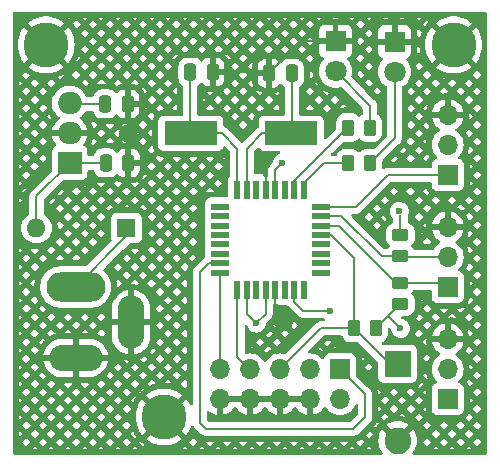
<source format=gbr>
%TF.GenerationSoftware,KiCad,Pcbnew,8.0.6*%
%TF.CreationDate,2024-11-05T10:52:09-07:00*%
%TF.ProjectId,ProjectPCB,50726f6a-6563-4745-9043-422e6b696361,rev?*%
%TF.SameCoordinates,Original*%
%TF.FileFunction,Copper,L1,Top*%
%TF.FilePolarity,Positive*%
%FSLAX46Y46*%
G04 Gerber Fmt 4.6, Leading zero omitted, Abs format (unit mm)*
G04 Created by KiCad (PCBNEW 8.0.6) date 2024-11-05 10:52:09*
%MOMM*%
%LPD*%
G01*
G04 APERTURE LIST*
G04 Aperture macros list*
%AMRoundRect*
0 Rectangle with rounded corners*
0 $1 Rounding radius*
0 $2 $3 $4 $5 $6 $7 $8 $9 X,Y pos of 4 corners*
0 Add a 4 corners polygon primitive as box body*
4,1,4,$2,$3,$4,$5,$6,$7,$8,$9,$2,$3,0*
0 Add four circle primitives for the rounded corners*
1,1,$1+$1,$2,$3*
1,1,$1+$1,$4,$5*
1,1,$1+$1,$6,$7*
1,1,$1+$1,$8,$9*
0 Add four rect primitives between the rounded corners*
20,1,$1+$1,$2,$3,$4,$5,0*
20,1,$1+$1,$4,$5,$6,$7,0*
20,1,$1+$1,$6,$7,$8,$9,0*
20,1,$1+$1,$8,$9,$2,$3,0*%
G04 Aperture macros list end*
%TA.AperFunction,ComponentPad*%
%ADD10C,3.800000*%
%TD*%
%TA.AperFunction,SMDPad,CuDef*%
%ADD11RoundRect,0.250000X0.262500X0.450000X-0.262500X0.450000X-0.262500X-0.450000X0.262500X-0.450000X0*%
%TD*%
%TA.AperFunction,ComponentPad*%
%ADD12O,5.000000X2.500000*%
%TD*%
%TA.AperFunction,ComponentPad*%
%ADD13O,4.500000X2.250000*%
%TD*%
%TA.AperFunction,ComponentPad*%
%ADD14O,2.250000X4.500000*%
%TD*%
%TA.AperFunction,ComponentPad*%
%ADD15R,1.700000X1.700000*%
%TD*%
%TA.AperFunction,ComponentPad*%
%ADD16O,1.700000X1.700000*%
%TD*%
%TA.AperFunction,SMDPad,CuDef*%
%ADD17R,4.500000X2.000000*%
%TD*%
%TA.AperFunction,ComponentPad*%
%ADD18R,2.250000X2.250000*%
%TD*%
%TA.AperFunction,ComponentPad*%
%ADD19C,2.250000*%
%TD*%
%TA.AperFunction,ComponentPad*%
%ADD20R,1.600000X1.600000*%
%TD*%
%TA.AperFunction,ComponentPad*%
%ADD21O,1.600000X1.600000*%
%TD*%
%TA.AperFunction,SMDPad,CuDef*%
%ADD22RoundRect,0.250000X-0.250000X-0.475000X0.250000X-0.475000X0.250000X0.475000X-0.250000X0.475000X0*%
%TD*%
%TA.AperFunction,SMDPad,CuDef*%
%ADD23RoundRect,0.250000X0.250000X0.475000X-0.250000X0.475000X-0.250000X-0.475000X0.250000X-0.475000X0*%
%TD*%
%TA.AperFunction,ComponentPad*%
%ADD24O,2.000000X1.905000*%
%TD*%
%TA.AperFunction,ComponentPad*%
%ADD25R,2.000000X1.905000*%
%TD*%
%TA.AperFunction,SMDPad,CuDef*%
%ADD26R,0.550000X1.600000*%
%TD*%
%TA.AperFunction,SMDPad,CuDef*%
%ADD27R,1.600000X0.550000*%
%TD*%
%TA.AperFunction,SMDPad,CuDef*%
%ADD28RoundRect,0.250000X-0.450000X0.262500X-0.450000X-0.262500X0.450000X-0.262500X0.450000X0.262500X0*%
%TD*%
%TA.AperFunction,ComponentPad*%
%ADD29R,1.800000X1.800000*%
%TD*%
%TA.AperFunction,ComponentPad*%
%ADD30C,1.800000*%
%TD*%
%TA.AperFunction,SMDPad,CuDef*%
%ADD31RoundRect,0.250000X0.450000X-0.262500X0.450000X0.262500X-0.450000X0.262500X-0.450000X-0.262500X0*%
%TD*%
%TA.AperFunction,ViaPad*%
%ADD32C,0.600000*%
%TD*%
%TA.AperFunction,Conductor*%
%ADD33C,0.200000*%
%TD*%
G04 APERTURE END LIST*
D10*
%TO.P,H3,1,1*%
%TO.N,GND*%
X133500000Y-117000000D03*
%TD*%
%TO.P,H2,1,1*%
%TO.N,GND*%
X123500000Y-85500000D03*
%TD*%
%TO.P,H1,1,1*%
%TO.N,GND*%
X158000000Y-85500000D03*
%TD*%
D11*
%TO.P,R4,1*%
%TO.N,Net-(D1-A)*%
X150912500Y-92500000D03*
%TO.P,R4,2*%
%TO.N,Net-(U1-PD4)*%
X149087500Y-92500000D03*
%TD*%
D12*
%TO.P,J5,1*%
%TO.N,Net-(SW2-A)*%
X126000000Y-106000000D03*
D13*
%TO.P,J5,2*%
%TO.N,GND*%
X126000000Y-112000000D03*
D14*
%TO.P,J5,3*%
X130700000Y-109000000D03*
%TD*%
D15*
%TO.P,J3,1,Pin_1*%
%TO.N,Net-(J3-Pin_1)*%
X157500000Y-106000000D03*
D16*
%TO.P,J3,2,Pin_2*%
%TO.N,Net-(J3-Pin_2)*%
X157500000Y-103460000D03*
%TO.P,J3,3,Pin_3*%
%TO.N,GND*%
X157500000Y-100920000D03*
%TD*%
D17*
%TO.P,Y1,1,1*%
%TO.N,Net-(U1-XTAL1{slash}PB6)*%
X144250000Y-93000000D03*
%TO.P,Y1,2,2*%
%TO.N,Net-(U1-XTAL2{slash}PB7)*%
X135750000Y-93000000D03*
%TD*%
D18*
%TO.P,SW1,1,1*%
%TO.N,Net-(J1-Pin_5)*%
X153250000Y-112500000D03*
D19*
%TO.P,SW1,2,2*%
%TO.N,GND*%
X153250000Y-119000000D03*
%TD*%
D20*
%TO.P,SW2,1,A*%
%TO.N,Net-(SW2-A)*%
X130300000Y-101000000D03*
D21*
%TO.P,SW2,2,B*%
%TO.N,Net-(SW2-B)*%
X122680000Y-101000000D03*
%TD*%
D22*
%TO.P,C2,1*%
%TO.N,Net-(U1-XTAL2{slash}PB7)*%
X135700000Y-87800000D03*
%TO.P,C2,2*%
%TO.N,GND*%
X137600000Y-87800000D03*
%TD*%
D11*
%TO.P,R5,1*%
%TO.N,Net-(D2-A)*%
X150912500Y-95500000D03*
%TO.P,R5,2*%
%TO.N,Net-(U1-PD3)*%
X149087500Y-95500000D03*
%TD*%
D22*
%TO.P,C4,2*%
%TO.N,GND*%
X130400000Y-90500000D03*
%TO.P,C4,1*%
%TO.N,+5V*%
X128500000Y-90500000D03*
%TD*%
D23*
%TO.P,C1,1*%
%TO.N,Net-(U1-XTAL1{slash}PB6)*%
X144300000Y-87900000D03*
%TO.P,C1,2*%
%TO.N,GND*%
X142400000Y-87900000D03*
%TD*%
D15*
%TO.P,J1,1,Pin_1*%
%TO.N,Net-(J1-Pin_1)*%
X148375000Y-112975000D03*
D16*
%TO.P,J1,2,Pin_2*%
%TO.N,+5V*%
X148375000Y-115515000D03*
%TO.P,J1,3,Pin_3*%
%TO.N,unconnected-(J1-Pin_3-Pad3)*%
X145835000Y-112975000D03*
%TO.P,J1,4,Pin_4*%
%TO.N,GND*%
X145835000Y-115515000D03*
%TO.P,J1,5,Pin_5*%
%TO.N,Net-(J1-Pin_5)*%
X143295000Y-112975000D03*
%TO.P,J1,6,Pin_6*%
%TO.N,GND*%
X143295000Y-115515000D03*
%TO.P,J1,7,Pin_7*%
%TO.N,Net-(J1-Pin_7)*%
X140755000Y-112975000D03*
%TO.P,J1,8,Pin_8*%
%TO.N,GND*%
X140755000Y-115515000D03*
%TO.P,J1,9,Pin_9*%
%TO.N,Net-(J1-Pin_9)*%
X138215000Y-112975000D03*
%TO.P,J1,10,Pin_10*%
%TO.N,GND*%
X138215000Y-115515000D03*
%TD*%
D11*
%TO.P,R1,1*%
%TO.N,+5V*%
X151412500Y-109500000D03*
%TO.P,R1,2*%
%TO.N,Net-(J1-Pin_5)*%
X149587500Y-109500000D03*
%TD*%
D24*
%TO.P,U2,3,VO*%
%TO.N,+5V*%
X125500000Y-90420000D03*
%TO.P,U2,2,GND*%
%TO.N,GND*%
X125500000Y-92960000D03*
D25*
%TO.P,U2,1,VI*%
%TO.N,Net-(SW2-B)*%
X125500000Y-95500000D03*
%TD*%
D15*
%TO.P,J2,1,Pin_1*%
%TO.N,+5V*%
X157500000Y-115500000D03*
D16*
%TO.P,J2,2,Pin_2*%
%TO.N,Net-(J2-Pin_2)*%
X157500000Y-112960000D03*
%TO.P,J2,3,Pin_3*%
%TO.N,GND*%
X157500000Y-110420000D03*
%TD*%
D26*
%TO.P,U1,1,PD3*%
%TO.N,Net-(U1-PD3)*%
X145300000Y-97750000D03*
%TO.P,U1,2,PD4*%
%TO.N,Net-(U1-PD4)*%
X144500000Y-97750000D03*
%TO.P,U1,3,PE0*%
%TO.N,unconnected-(U1-PE0-Pad3)*%
X143700000Y-97750000D03*
%TO.P,U1,4,VCC*%
%TO.N,+5V*%
X142900000Y-97750000D03*
%TO.P,U1,5,GND*%
%TO.N,GND*%
X142100000Y-97750000D03*
%TO.P,U1,6,PE1*%
%TO.N,unconnected-(U1-PE1-Pad6)*%
X141300000Y-97750000D03*
%TO.P,U1,7,XTAL1/PB6*%
%TO.N,Net-(U1-XTAL1{slash}PB6)*%
X140500000Y-97750000D03*
%TO.P,U1,8,XTAL2/PB7*%
%TO.N,Net-(U1-XTAL2{slash}PB7)*%
X139700000Y-97750000D03*
D27*
%TO.P,U1,9,PD5*%
%TO.N,unconnected-(U1-PD5-Pad9)*%
X138250000Y-99200000D03*
%TO.P,U1,10,PD6*%
%TO.N,unconnected-(U1-PD6-Pad10)*%
X138250000Y-100000000D03*
%TO.P,U1,11,PD7*%
%TO.N,unconnected-(U1-PD7-Pad11)*%
X138250000Y-100800000D03*
%TO.P,U1,12,PB0*%
%TO.N,unconnected-(U1-PB0-Pad12)*%
X138250000Y-101600000D03*
%TO.P,U1,13,PB1*%
%TO.N,unconnected-(U1-PB1-Pad13)*%
X138250000Y-102400000D03*
%TO.P,U1,14,PB2*%
%TO.N,unconnected-(U1-PB2-Pad14)*%
X138250000Y-103200000D03*
%TO.P,U1,15,PB3*%
%TO.N,Net-(J1-Pin_1)*%
X138250000Y-104000000D03*
%TO.P,U1,16,PB4*%
%TO.N,Net-(J1-Pin_9)*%
X138250000Y-104800000D03*
D26*
%TO.P,U1,17,PB5*%
%TO.N,Net-(J1-Pin_7)*%
X139700000Y-106250000D03*
%TO.P,U1,18,AVCC*%
%TO.N,+5V*%
X140500000Y-106250000D03*
%TO.P,U1,19,PE2*%
%TO.N,unconnected-(U1-PE2-Pad19)*%
X141300000Y-106250000D03*
%TO.P,U1,20,AREF*%
%TO.N,+5V*%
X142100000Y-106250000D03*
%TO.P,U1,21,GND*%
%TO.N,GND*%
X142900000Y-106250000D03*
%TO.P,U1,22,PE3*%
%TO.N,unconnected-(U1-PE3-Pad22)*%
X143700000Y-106250000D03*
%TO.P,U1,23,PC0*%
%TO.N,Net-(J2-Pin_2)*%
X144500000Y-106250000D03*
%TO.P,U1,24,PC1*%
%TO.N,unconnected-(U1-PC1-Pad24)*%
X145300000Y-106250000D03*
D27*
%TO.P,U1,25,PC2*%
%TO.N,unconnected-(U1-PC2-Pad25)*%
X146750000Y-104800000D03*
%TO.P,U1,26,PC3*%
%TO.N,unconnected-(U1-PC3-Pad26)*%
X146750000Y-104000000D03*
%TO.P,U1,27,PC4*%
%TO.N,unconnected-(U1-PC4-Pad27)*%
X146750000Y-103200000D03*
%TO.P,U1,28,PC5*%
%TO.N,unconnected-(U1-PC5-Pad28)*%
X146750000Y-102400000D03*
%TO.P,U1,29,~{RESET}/PC6*%
%TO.N,Net-(J1-Pin_5)*%
X146750000Y-101600000D03*
%TO.P,U1,30,PD0*%
%TO.N,Net-(J3-Pin_1)*%
X146750000Y-100800000D03*
%TO.P,U1,31,PD1*%
%TO.N,Net-(J3-Pin_2)*%
X146750000Y-100000000D03*
%TO.P,U1,32,PD2*%
%TO.N,Net-(J4-Pin_1)*%
X146750000Y-99200000D03*
%TD*%
D28*
%TO.P,R3,1*%
%TO.N,Net-(J3-Pin_1)*%
X153500000Y-105627500D03*
%TO.P,R3,2*%
%TO.N,+5V*%
X153500000Y-107452500D03*
%TD*%
D29*
%TO.P,D2,1,K*%
%TO.N,GND*%
X153000000Y-85225000D03*
D30*
%TO.P,D2,2,A*%
%TO.N,Net-(D2-A)*%
X153000000Y-87765000D03*
%TD*%
D31*
%TO.P,R2,1*%
%TO.N,Net-(J3-Pin_2)*%
X153500000Y-103412500D03*
%TO.P,R2,2*%
%TO.N,+5V*%
X153500000Y-101587500D03*
%TD*%
D29*
%TO.P,D1,1,K*%
%TO.N,GND*%
X148000000Y-85185000D03*
D30*
%TO.P,D1,2,A*%
%TO.N,Net-(D1-A)*%
X148000000Y-87725000D03*
%TD*%
D15*
%TO.P,J4,1,Pin_1*%
%TO.N,Net-(J4-Pin_1)*%
X157500000Y-96500000D03*
D16*
%TO.P,J4,2,Pin_2*%
%TO.N,+5V*%
X157500000Y-93960000D03*
%TO.P,J4,3,Pin_3*%
%TO.N,GND*%
X157500000Y-91420000D03*
%TD*%
D22*
%TO.P,C3,2*%
%TO.N,GND*%
X130450000Y-95500000D03*
%TO.P,C3,1*%
%TO.N,Net-(SW2-B)*%
X128550000Y-95500000D03*
%TD*%
D32*
%TO.N,GND*%
X130450000Y-93000000D03*
X141500000Y-95500000D03*
X143600000Y-108950000D03*
%TO.N,+5V*%
X141300000Y-109050000D03*
X143500000Y-95500000D03*
X153400000Y-99600000D03*
X153500000Y-109500000D03*
%TO.N,Net-(J2-Pin_2)*%
X147500000Y-108000000D03*
%TD*%
D33*
%TO.N,Net-(J4-Pin_1)*%
X152420000Y-96500000D02*
X149720000Y-99200000D01*
X157500000Y-96500000D02*
X152420000Y-96500000D01*
%TO.N,GND*%
X130450000Y-90550000D02*
X130400000Y-90500000D01*
X130450000Y-95500000D02*
X130450000Y-90550000D01*
%TO.N,+5V*%
X125580000Y-90500000D02*
X125500000Y-90420000D01*
X128500000Y-90500000D02*
X125580000Y-90500000D01*
%TO.N,Net-(SW2-B)*%
X125500000Y-95500000D02*
X128550000Y-95500000D01*
X122680000Y-98320000D02*
X125500000Y-95500000D01*
X122680000Y-101000000D02*
X122680000Y-98320000D01*
%TO.N,Net-(SW2-A)*%
X130300000Y-101700000D02*
X126000000Y-106000000D01*
X130300000Y-101000000D02*
X130300000Y-101700000D01*
%TO.N,Net-(J3-Pin_1)*%
X148300000Y-100800000D02*
X146750000Y-100800000D01*
X153127500Y-105627500D02*
X148300000Y-100800000D01*
X153500000Y-105627500D02*
X153127500Y-105627500D01*
%TO.N,Net-(D1-A)*%
X150912500Y-92500000D02*
X150912500Y-90637500D01*
X150912500Y-90637500D02*
X148000000Y-87725000D01*
%TO.N,Net-(U1-PD4)*%
X149000000Y-92500000D02*
X144500000Y-97000000D01*
X144500000Y-97000000D02*
X144500000Y-97750000D01*
X149087500Y-92500000D02*
X149000000Y-92500000D01*
%TO.N,GND*%
X142900000Y-108250000D02*
X142900000Y-106250000D01*
X143600000Y-108950000D02*
X142900000Y-108250000D01*
X141500000Y-95500000D02*
X142100000Y-96100000D01*
X145115000Y-85185000D02*
X148000000Y-85185000D01*
X142300000Y-87800000D02*
X142400000Y-87900000D01*
X142400000Y-87900000D02*
X145115000Y-85185000D01*
X137600000Y-87800000D02*
X142300000Y-87800000D01*
X142100000Y-96100000D02*
X142100000Y-97750000D01*
%TO.N,+5V*%
X143500000Y-95500000D02*
X142900000Y-96100000D01*
X153500000Y-99900000D02*
X153500000Y-101587500D01*
X151452500Y-109500000D02*
X151412500Y-109500000D01*
X140500000Y-108250000D02*
X140500000Y-106250000D01*
X141300000Y-109050000D02*
X140500000Y-108250000D01*
X152476250Y-108476250D02*
X151452500Y-109500000D01*
X141300000Y-109050000D02*
X142100000Y-108250000D01*
X153500000Y-107452500D02*
X152476250Y-108476250D01*
X152476250Y-108476250D02*
X153500000Y-109500000D01*
X142100000Y-108250000D02*
X142100000Y-106250000D01*
X153400000Y-99600000D02*
X153500000Y-99700000D01*
X142900000Y-96100000D02*
X142900000Y-97750000D01*
%TO.N,Net-(SW2-A)*%
X126000000Y-106000000D02*
X126000000Y-105500000D01*
%TO.N,Net-(D2-A)*%
X153000000Y-93412500D02*
X153000000Y-87765000D01*
X150912500Y-95500000D02*
X153000000Y-93412500D01*
%TO.N,Net-(J1-Pin_7)*%
X139700000Y-111920000D02*
X139700000Y-106250000D01*
X140755000Y-112975000D02*
X139700000Y-111920000D01*
%TO.N,Net-(U1-XTAL2{slash}PB7)*%
X139700000Y-97750000D02*
X139700000Y-94300000D01*
X138400000Y-93000000D02*
X135750000Y-93000000D01*
X139700000Y-94300000D02*
X138400000Y-93000000D01*
X135700000Y-87800000D02*
X135700000Y-92950000D01*
X135700000Y-92950000D02*
X135750000Y-93000000D01*
%TO.N,Net-(U1-PD3)*%
X147000000Y-95500000D02*
X149087500Y-95500000D01*
X145300000Y-97200000D02*
X147000000Y-95500000D01*
X145300000Y-97750000D02*
X145300000Y-97200000D01*
%TO.N,Net-(J3-Pin_1)*%
X153587500Y-105540000D02*
X153500000Y-105627500D01*
X153500000Y-105627500D02*
X157127500Y-105627500D01*
X157127500Y-105627500D02*
X157500000Y-106000000D01*
%TO.N,Net-(U1-XTAL1{slash}PB6)*%
X144300000Y-92950000D02*
X144250000Y-93000000D01*
X140500000Y-94300000D02*
X141800000Y-93000000D01*
X144300000Y-87900000D02*
X144300000Y-92950000D01*
X140500000Y-97750000D02*
X140500000Y-94300000D01*
X141800000Y-93000000D02*
X144250000Y-93000000D01*
%TO.N,Net-(J1-Pin_5)*%
X146750000Y-101600000D02*
X147625000Y-101600000D01*
X149587500Y-103562500D02*
X149000000Y-102975000D01*
X143295000Y-112975000D02*
X146770000Y-109500000D01*
X149587500Y-109500000D02*
X152587500Y-112500000D01*
X147625000Y-101600000D02*
X149000000Y-102975000D01*
X149587500Y-109500000D02*
X149587500Y-103562500D01*
X146770000Y-109500000D02*
X149587500Y-109500000D01*
X152587500Y-112500000D02*
X153000000Y-112500000D01*
%TO.N,Net-(J1-Pin_9)*%
X138250000Y-106900000D02*
X138250000Y-104800000D01*
X138215000Y-106935000D02*
X138250000Y-106900000D01*
X138215000Y-106935000D02*
X138215000Y-112975000D01*
X138380000Y-104930000D02*
X138250000Y-104800000D01*
%TO.N,Net-(J1-Pin_1)*%
X137000000Y-118000000D02*
X136500000Y-117500000D01*
X148375000Y-112975000D02*
X150500000Y-115100000D01*
X136500000Y-104750000D02*
X137250000Y-104000000D01*
X150500000Y-117000000D02*
X149500000Y-118000000D01*
X149500000Y-118000000D02*
X137000000Y-118000000D01*
X136500000Y-117500000D02*
X136500000Y-104750000D01*
X150500000Y-115100000D02*
X150500000Y-117000000D01*
X137250000Y-104000000D02*
X138250000Y-104000000D01*
%TO.N,Net-(J3-Pin_2)*%
X148500000Y-100000000D02*
X146750000Y-100000000D01*
X151912500Y-103412500D02*
X148500000Y-100000000D01*
X153547500Y-103460000D02*
X153500000Y-103412500D01*
X153500000Y-103412500D02*
X151912500Y-103412500D01*
X153587500Y-103000000D02*
X153500000Y-102912500D01*
X157500000Y-103460000D02*
X153547500Y-103460000D01*
%TO.N,Net-(J4-Pin_1)*%
X149720000Y-99200000D02*
X146750000Y-99200000D01*
%TO.N,Net-(J2-Pin_2)*%
X144500000Y-107250000D02*
X144500000Y-106250000D01*
X145250000Y-108000000D02*
X144500000Y-107250000D01*
X147500000Y-108000000D02*
X145250000Y-108000000D01*
%TD*%
%TA.AperFunction,Conductor*%
%TO.N,GND*%
G36*
X149824311Y-115871307D02*
G01*
X149878190Y-115915792D01*
X149899465Y-115982344D01*
X149899500Y-115985296D01*
X149899500Y-116699902D01*
X149879815Y-116766941D01*
X149863181Y-116787583D01*
X149287584Y-117363181D01*
X149226261Y-117396666D01*
X149199903Y-117399500D01*
X137300098Y-117399500D01*
X137233059Y-117379815D01*
X137212417Y-117363181D01*
X137136819Y-117287583D01*
X137103334Y-117226260D01*
X137100500Y-117199902D01*
X137100500Y-116609050D01*
X137120185Y-116542011D01*
X137172989Y-116496256D01*
X137242147Y-116486312D01*
X137305703Y-116515337D01*
X137312181Y-116521369D01*
X137343917Y-116553105D01*
X137537421Y-116688600D01*
X137751507Y-116788429D01*
X137751516Y-116788433D01*
X137965000Y-116845634D01*
X137965000Y-115948012D01*
X138022007Y-115980925D01*
X138149174Y-116015000D01*
X138280826Y-116015000D01*
X138407993Y-115980925D01*
X138465000Y-115948012D01*
X138465000Y-116845633D01*
X138678483Y-116788433D01*
X138678492Y-116788429D01*
X138892578Y-116688600D01*
X139086082Y-116553105D01*
X139253105Y-116386082D01*
X139383425Y-116199968D01*
X139438002Y-116156344D01*
X139507501Y-116149151D01*
X139569855Y-116180673D01*
X139586575Y-116199968D01*
X139716894Y-116386082D01*
X139883917Y-116553105D01*
X140077421Y-116688600D01*
X140291507Y-116788429D01*
X140291516Y-116788433D01*
X140505000Y-116845634D01*
X140505000Y-115948012D01*
X140562007Y-115980925D01*
X140689174Y-116015000D01*
X140820826Y-116015000D01*
X140947993Y-115980925D01*
X141005000Y-115948012D01*
X141005000Y-116845633D01*
X141218483Y-116788433D01*
X141218492Y-116788429D01*
X141432578Y-116688600D01*
X141626082Y-116553105D01*
X141793105Y-116386082D01*
X141923425Y-116199968D01*
X141978002Y-116156344D01*
X142047501Y-116149151D01*
X142109855Y-116180673D01*
X142126575Y-116199968D01*
X142256894Y-116386082D01*
X142423917Y-116553105D01*
X142617421Y-116688600D01*
X142831507Y-116788429D01*
X142831516Y-116788433D01*
X143045000Y-116845634D01*
X143045000Y-115948012D01*
X143102007Y-115980925D01*
X143229174Y-116015000D01*
X143360826Y-116015000D01*
X143487993Y-115980925D01*
X143545000Y-115948012D01*
X143545000Y-116845633D01*
X143758483Y-116788433D01*
X143758492Y-116788429D01*
X143972578Y-116688600D01*
X144166082Y-116553105D01*
X144333105Y-116386082D01*
X144463425Y-116199968D01*
X144518002Y-116156344D01*
X144587501Y-116149151D01*
X144649855Y-116180673D01*
X144666575Y-116199968D01*
X144796894Y-116386082D01*
X144963917Y-116553105D01*
X145157421Y-116688600D01*
X145371507Y-116788429D01*
X145371516Y-116788433D01*
X145585000Y-116845634D01*
X145585000Y-115948012D01*
X145642007Y-115980925D01*
X145769174Y-116015000D01*
X145900826Y-116015000D01*
X146027993Y-115980925D01*
X146085000Y-115948012D01*
X146085000Y-116845633D01*
X146298483Y-116788433D01*
X146298492Y-116788429D01*
X146512578Y-116688600D01*
X146706082Y-116553105D01*
X146873105Y-116386082D01*
X147003119Y-116200405D01*
X147057696Y-116156781D01*
X147127195Y-116149588D01*
X147189549Y-116181110D01*
X147206269Y-116200405D01*
X147336505Y-116386401D01*
X147503599Y-116553495D01*
X147582940Y-116609050D01*
X147697165Y-116689032D01*
X147697167Y-116689033D01*
X147697170Y-116689035D01*
X147911337Y-116788903D01*
X147911343Y-116788904D01*
X147911344Y-116788905D01*
X147929587Y-116793793D01*
X148139592Y-116850063D01*
X148327918Y-116866539D01*
X148374999Y-116870659D01*
X148375000Y-116870659D01*
X148375001Y-116870659D01*
X148414234Y-116867226D01*
X148610408Y-116850063D01*
X148838663Y-116788903D01*
X149052830Y-116689035D01*
X149246401Y-116553495D01*
X149413495Y-116386401D01*
X149549035Y-116192830D01*
X149648903Y-115978663D01*
X149648906Y-115978653D01*
X149655725Y-115953204D01*
X149692089Y-115893543D01*
X149754936Y-115863013D01*
X149824311Y-115871307D01*
G37*
%TD.AperFunction*%
%TA.AperFunction,Conductor*%
G36*
X140289075Y-115322007D02*
G01*
X140255000Y-115449174D01*
X140255000Y-115580826D01*
X140289075Y-115707993D01*
X140321988Y-115765000D01*
X138648012Y-115765000D01*
X138680925Y-115707993D01*
X138715000Y-115580826D01*
X138715000Y-115449174D01*
X138680925Y-115322007D01*
X138648012Y-115265000D01*
X140321988Y-115265000D01*
X140289075Y-115322007D01*
G37*
%TD.AperFunction*%
%TA.AperFunction,Conductor*%
G36*
X142829075Y-115322007D02*
G01*
X142795000Y-115449174D01*
X142795000Y-115580826D01*
X142829075Y-115707993D01*
X142861988Y-115765000D01*
X141188012Y-115765000D01*
X141220925Y-115707993D01*
X141255000Y-115580826D01*
X141255000Y-115449174D01*
X141220925Y-115322007D01*
X141188012Y-115265000D01*
X142861988Y-115265000D01*
X142829075Y-115322007D01*
G37*
%TD.AperFunction*%
%TA.AperFunction,Conductor*%
G36*
X145369075Y-115322007D02*
G01*
X145335000Y-115449174D01*
X145335000Y-115580826D01*
X145369075Y-115707993D01*
X145401988Y-115765000D01*
X143728012Y-115765000D01*
X143760925Y-115707993D01*
X143795000Y-115580826D01*
X143795000Y-115449174D01*
X143760925Y-115322007D01*
X143728012Y-115265000D01*
X145401988Y-115265000D01*
X145369075Y-115322007D01*
G37*
%TD.AperFunction*%
%TA.AperFunction,Conductor*%
G36*
X142987681Y-107303089D02*
G01*
X142999261Y-107316452D01*
X143067454Y-107407546D01*
X143089321Y-107423916D01*
X143100309Y-107432141D01*
X143142181Y-107488074D01*
X143150000Y-107531409D01*
X143150000Y-107550000D01*
X143222828Y-107550000D01*
X143222839Y-107549999D01*
X143284395Y-107543380D01*
X143310909Y-107543380D01*
X143317514Y-107544090D01*
X143317517Y-107544091D01*
X143377127Y-107550500D01*
X143908503Y-107550499D01*
X143975542Y-107570183D01*
X144015889Y-107612498D01*
X144019475Y-107618709D01*
X144019481Y-107618717D01*
X144138349Y-107737585D01*
X144138355Y-107737590D01*
X144765139Y-108364374D01*
X144765149Y-108364385D01*
X144769479Y-108368715D01*
X144769480Y-108368716D01*
X144881284Y-108480520D01*
X144951517Y-108521068D01*
X144968095Y-108530639D01*
X144968097Y-108530641D01*
X145003275Y-108550951D01*
X145018215Y-108559577D01*
X145170943Y-108600500D01*
X146917588Y-108600500D01*
X146984627Y-108620185D01*
X146994903Y-108627555D01*
X146997736Y-108629814D01*
X146997738Y-108629816D01*
X147055183Y-108665911D01*
X147062496Y-108670506D01*
X147108787Y-108722841D01*
X147119435Y-108791894D01*
X147091060Y-108855743D01*
X147032670Y-108894115D01*
X146996524Y-108899500D01*
X146849057Y-108899500D01*
X146690943Y-108899500D01*
X146538215Y-108940423D01*
X146538214Y-108940423D01*
X146538212Y-108940424D01*
X146538209Y-108940425D01*
X146503066Y-108960716D01*
X146503064Y-108960717D01*
X146401290Y-109019475D01*
X146401282Y-109019481D01*
X146289478Y-109131286D01*
X143778530Y-111642233D01*
X143717207Y-111675718D01*
X143658756Y-111674327D01*
X143530413Y-111639938D01*
X143530403Y-111639936D01*
X143295001Y-111619341D01*
X143294999Y-111619341D01*
X143059596Y-111639936D01*
X143059586Y-111639938D01*
X142831344Y-111701094D01*
X142831337Y-111701096D01*
X142831337Y-111701097D01*
X142824121Y-111704462D01*
X142617171Y-111800964D01*
X142617169Y-111800965D01*
X142423597Y-111936505D01*
X142256505Y-112103597D01*
X142126575Y-112289158D01*
X142071998Y-112332783D01*
X142002500Y-112339977D01*
X141940145Y-112308454D01*
X141923425Y-112289158D01*
X141793494Y-112103597D01*
X141626402Y-111936506D01*
X141626395Y-111936501D01*
X141623297Y-111934332D01*
X141549518Y-111882671D01*
X141432834Y-111800967D01*
X141432830Y-111800965D01*
X141376106Y-111774514D01*
X141218663Y-111701097D01*
X141218659Y-111701096D01*
X141218655Y-111701094D01*
X140990413Y-111639938D01*
X140990403Y-111639936D01*
X140755001Y-111619341D01*
X140754999Y-111619341D01*
X140519596Y-111639936D01*
X140519586Y-111639938D01*
X140456593Y-111656817D01*
X140386743Y-111655154D01*
X140328880Y-111615991D01*
X140301377Y-111551762D01*
X140300500Y-111537042D01*
X140300500Y-111349495D01*
X141972342Y-111349495D01*
X142145872Y-111523025D01*
X142340433Y-111386793D01*
X142344939Y-111383782D01*
X142354139Y-111377922D01*
X142358754Y-111375122D01*
X142377579Y-111364253D01*
X142382316Y-111361654D01*
X142391994Y-111356615D01*
X142396854Y-111354218D01*
X142594729Y-111261946D01*
X142327310Y-110994527D01*
X141972342Y-111349495D01*
X140300500Y-111349495D01*
X140300500Y-111109123D01*
X140798500Y-111109123D01*
X140798500Y-111123244D01*
X141044640Y-111144780D01*
X141050010Y-111145368D01*
X141060824Y-111146791D01*
X141066180Y-111147615D01*
X141066184Y-111147615D01*
X140913096Y-110994527D01*
X140798500Y-111109123D01*
X140300500Y-111109123D01*
X140300500Y-110642387D01*
X141265234Y-110642387D01*
X141620203Y-110997356D01*
X141975171Y-110642388D01*
X142679449Y-110642388D01*
X143034417Y-110997356D01*
X143389385Y-110642388D01*
X143034417Y-110287420D01*
X142679449Y-110642388D01*
X141975171Y-110642388D01*
X141639638Y-110306855D01*
X141630541Y-110310039D01*
X141623909Y-110312153D01*
X141610426Y-110316037D01*
X141603695Y-110317773D01*
X141585754Y-110321867D01*
X141265234Y-110642387D01*
X140300500Y-110642387D01*
X140300500Y-110072065D01*
X142109126Y-110072065D01*
X142327310Y-110290249D01*
X142682278Y-109935281D01*
X143386554Y-109935281D01*
X143741523Y-110290249D01*
X144096491Y-109935281D01*
X143847396Y-109686186D01*
X143708599Y-109720397D01*
X143678924Y-109724000D01*
X143597836Y-109724000D01*
X143386554Y-109935281D01*
X142682278Y-109935281D01*
X142433571Y-109686574D01*
X142344047Y-109829051D01*
X142340181Y-109834837D01*
X142332062Y-109846279D01*
X142327880Y-109851835D01*
X142310449Y-109873692D01*
X142305966Y-109879001D01*
X142296620Y-109889460D01*
X142291838Y-109894518D01*
X142144518Y-110041838D01*
X142139460Y-110046620D01*
X142129001Y-110055966D01*
X142123692Y-110060449D01*
X142109126Y-110072065D01*
X140300500Y-110072065D01*
X140300500Y-109347112D01*
X140320185Y-109280073D01*
X140372989Y-109234318D01*
X140442147Y-109224374D01*
X140505703Y-109253399D01*
X140541541Y-109306156D01*
X140555359Y-109345647D01*
X140574210Y-109399521D01*
X140637347Y-109500003D01*
X140670184Y-109552262D01*
X140797738Y-109679816D01*
X140862322Y-109720397D01*
X140942722Y-109770916D01*
X140950478Y-109775789D01*
X141023973Y-109801506D01*
X141120745Y-109835368D01*
X141120750Y-109835369D01*
X141299996Y-109855565D01*
X141300000Y-109855565D01*
X141300004Y-109855565D01*
X141479249Y-109835369D01*
X141479252Y-109835368D01*
X141479255Y-109835368D01*
X141649522Y-109775789D01*
X141802262Y-109679816D01*
X141929816Y-109552262D01*
X142025789Y-109399522D01*
X142085368Y-109229255D01*
X142085490Y-109228174D01*
X142679448Y-109228174D01*
X143034416Y-109583142D01*
X143087522Y-109530036D01*
X143027668Y-109477010D01*
X143007846Y-109454636D01*
X142955586Y-109378926D01*
X144244413Y-109378926D01*
X144448630Y-109583143D01*
X144803598Y-109228175D01*
X144448629Y-108873206D01*
X144377870Y-108943966D01*
X144377870Y-108964947D01*
X144358843Y-109121645D01*
X144351689Y-109150668D01*
X144295716Y-109298259D01*
X144281823Y-109324730D01*
X144244413Y-109378926D01*
X142955586Y-109378926D01*
X142918177Y-109324730D01*
X142904284Y-109298259D01*
X142848311Y-109150668D01*
X142841157Y-109121645D01*
X142835182Y-109072441D01*
X142679448Y-109228174D01*
X142085490Y-109228174D01*
X142095161Y-109142329D01*
X142122226Y-109077918D01*
X142130690Y-109068543D01*
X142458506Y-108740728D01*
X142458511Y-108740724D01*
X142468714Y-108730520D01*
X142468716Y-108730520D01*
X142580520Y-108618716D01*
X142647754Y-108502262D01*
X142659577Y-108481785D01*
X142700501Y-108329057D01*
X142700501Y-108170943D01*
X142700501Y-108163348D01*
X142700500Y-108163330D01*
X142700500Y-107490955D01*
X142720185Y-107423916D01*
X142727495Y-107414844D01*
X142727231Y-107414646D01*
X142755789Y-107376497D01*
X142800734Y-107316457D01*
X142856667Y-107274588D01*
X142926358Y-107269604D01*
X142987681Y-107303089D01*
G37*
%TD.AperFunction*%
%TA.AperFunction,Conductor*%
G36*
X141522111Y-94229636D02*
G01*
X141578044Y-94271506D01*
X141603246Y-94305171D01*
X141629800Y-94340643D01*
X141642455Y-94357547D01*
X141757664Y-94443793D01*
X141757671Y-94443797D01*
X141892517Y-94494091D01*
X141892516Y-94494091D01*
X141899444Y-94494835D01*
X141952127Y-94500500D01*
X143202888Y-94500499D01*
X143269925Y-94520184D01*
X143315680Y-94572987D01*
X143325624Y-94642146D01*
X143296599Y-94705702D01*
X143243842Y-94741540D01*
X143150479Y-94774209D01*
X142997737Y-94870184D01*
X142870184Y-94997737D01*
X142774210Y-95150478D01*
X142714630Y-95320750D01*
X142704837Y-95407668D01*
X142677770Y-95472082D01*
X142669299Y-95481465D01*
X142531286Y-95619478D01*
X142419481Y-95731282D01*
X142419477Y-95731287D01*
X142377196Y-95804522D01*
X142340424Y-95868211D01*
X142340423Y-95868212D01*
X142315868Y-95959851D01*
X142299499Y-96020943D01*
X142299499Y-96020945D01*
X142299499Y-96189046D01*
X142299500Y-96189059D01*
X142299500Y-96509045D01*
X142279815Y-96576084D01*
X142272504Y-96585157D01*
X142272768Y-96585355D01*
X142199266Y-96683540D01*
X142143332Y-96725411D01*
X142073641Y-96730395D01*
X142012318Y-96696909D01*
X142000734Y-96683540D01*
X141932548Y-96592456D01*
X141932546Y-96592455D01*
X141932546Y-96592454D01*
X141899686Y-96567855D01*
X141857817Y-96511921D01*
X141850000Y-96468590D01*
X141850000Y-96450000D01*
X141777166Y-96450000D01*
X141715595Y-96456619D01*
X141689088Y-96456619D01*
X141677279Y-96455349D01*
X141622873Y-96449500D01*
X141622867Y-96449500D01*
X141224500Y-96449500D01*
X141157461Y-96429815D01*
X141111706Y-96377011D01*
X141100500Y-96325500D01*
X141100500Y-94600097D01*
X141120185Y-94533058D01*
X141136819Y-94512416D01*
X141225580Y-94423655D01*
X141391099Y-94258135D01*
X141452420Y-94224652D01*
X141522111Y-94229636D01*
G37*
%TD.AperFunction*%
%TA.AperFunction,Conductor*%
G36*
X160742539Y-82720185D02*
G01*
X160788294Y-82772989D01*
X160799500Y-82824500D01*
X160799500Y-120075500D01*
X160779815Y-120142539D01*
X160727011Y-120188294D01*
X160675500Y-120199500D01*
X154631524Y-120199500D01*
X154564485Y-120179815D01*
X154518730Y-120127011D01*
X154508786Y-120057853D01*
X154537233Y-119994969D01*
X154568720Y-119958101D01*
X154568721Y-119958100D01*
X154702363Y-119740015D01*
X154702365Y-119740012D01*
X154718317Y-119701500D01*
X156247753Y-119701500D01*
X156691138Y-119701500D01*
X157661967Y-119701500D01*
X158105351Y-119701500D01*
X159076181Y-119701500D01*
X159519565Y-119701500D01*
X159297873Y-119479808D01*
X159076181Y-119701500D01*
X158105351Y-119701500D01*
X157883659Y-119479808D01*
X157661967Y-119701500D01*
X156691138Y-119701500D01*
X156469445Y-119479807D01*
X156247753Y-119701500D01*
X154718317Y-119701500D01*
X154800247Y-119503702D01*
X154859957Y-119254989D01*
X154869977Y-119127669D01*
X155407370Y-119127669D01*
X155762339Y-119482638D01*
X156117307Y-119127670D01*
X156821584Y-119127670D01*
X157176552Y-119482638D01*
X157531520Y-119127670D01*
X158235798Y-119127670D01*
X158590766Y-119482638D01*
X158945734Y-119127670D01*
X159650011Y-119127670D01*
X160004979Y-119482638D01*
X160301500Y-119186117D01*
X160301500Y-119069222D01*
X160004979Y-118772701D01*
X159650011Y-119127670D01*
X158945734Y-119127670D01*
X158590766Y-118772702D01*
X158235798Y-119127670D01*
X157531520Y-119127670D01*
X157176552Y-118772702D01*
X156821584Y-119127670D01*
X156117307Y-119127670D01*
X155762338Y-118772701D01*
X155407370Y-119127669D01*
X154869977Y-119127669D01*
X154880024Y-119000000D01*
X154859957Y-118745010D01*
X154800247Y-118496297D01*
X154702365Y-118259987D01*
X154702363Y-118259984D01*
X154693756Y-118245939D01*
X155235576Y-118245939D01*
X155264079Y-118314751D01*
X155265854Y-118319285D01*
X155269248Y-118328485D01*
X155270840Y-118333074D01*
X155276887Y-118351679D01*
X155278301Y-118356341D01*
X155280970Y-118365802D01*
X155282202Y-118370522D01*
X155316670Y-118514092D01*
X155410198Y-118420563D01*
X156114477Y-118420563D01*
X156469445Y-118775531D01*
X156824414Y-118420563D01*
X157528691Y-118420563D01*
X157883659Y-118775531D01*
X158238627Y-118420563D01*
X158942905Y-118420563D01*
X159297873Y-118775531D01*
X159652841Y-118420563D01*
X159297873Y-118065595D01*
X158942905Y-118420563D01*
X158238627Y-118420563D01*
X157883659Y-118065595D01*
X157528691Y-118420563D01*
X156824414Y-118420563D01*
X156469445Y-118065594D01*
X156114477Y-118420563D01*
X155410198Y-118420563D01*
X155410199Y-118420562D01*
X155235576Y-118245939D01*
X154693756Y-118245939D01*
X154568719Y-118041897D01*
X154565465Y-118038087D01*
X153851041Y-118752510D01*
X153826022Y-118692110D01*
X153754888Y-118585649D01*
X153664351Y-118495112D01*
X153557890Y-118423978D01*
X153497488Y-118398958D01*
X154182989Y-117713456D01*
X155407371Y-117713456D01*
X155762339Y-118068424D01*
X156117307Y-117713456D01*
X156117306Y-117713455D01*
X156821583Y-117713455D01*
X157176552Y-118068424D01*
X157531520Y-117713456D01*
X157531519Y-117713455D01*
X158235797Y-117713455D01*
X158590766Y-118068424D01*
X158945734Y-117713456D01*
X159650011Y-117713456D01*
X160004979Y-118068424D01*
X160301500Y-117771903D01*
X160301500Y-117655008D01*
X160004979Y-117358487D01*
X159650011Y-117713456D01*
X158945734Y-117713456D01*
X158590765Y-117358487D01*
X158235797Y-117713455D01*
X157531519Y-117713455D01*
X157176551Y-117358487D01*
X156821583Y-117713455D01*
X156117306Y-117713455D01*
X155762339Y-117358488D01*
X155407371Y-117713456D01*
X154182989Y-117713456D01*
X154211912Y-117684533D01*
X154208107Y-117681284D01*
X154208098Y-117681277D01*
X153990015Y-117547636D01*
X153990012Y-117547634D01*
X153753702Y-117449752D01*
X153504988Y-117390042D01*
X153504989Y-117390042D01*
X153250000Y-117369975D01*
X152995010Y-117390042D01*
X152746297Y-117449752D01*
X152509987Y-117547634D01*
X152509984Y-117547636D01*
X152291893Y-117681282D01*
X152288086Y-117684532D01*
X153002512Y-118398958D01*
X152942110Y-118423978D01*
X152835649Y-118495112D01*
X152745112Y-118585649D01*
X152673978Y-118692110D01*
X152648958Y-118752512D01*
X151934532Y-118038086D01*
X151931282Y-118041893D01*
X151797636Y-118259984D01*
X151797634Y-118259987D01*
X151699752Y-118496297D01*
X151640042Y-118745010D01*
X151619975Y-119000000D01*
X151640042Y-119254989D01*
X151699752Y-119503702D01*
X151797634Y-119740012D01*
X151797636Y-119740015D01*
X151931278Y-119958100D01*
X151931279Y-119958101D01*
X151962767Y-119994969D01*
X151991337Y-120058730D01*
X151980899Y-120127816D01*
X151934768Y-120180292D01*
X151868476Y-120199500D01*
X120824500Y-120199500D01*
X120757461Y-120179815D01*
X120711706Y-120127011D01*
X120700500Y-120075500D01*
X120700500Y-119701500D01*
X122306628Y-119701500D01*
X122750012Y-119701500D01*
X123720842Y-119701500D01*
X124164226Y-119701500D01*
X125135055Y-119701500D01*
X125578439Y-119701500D01*
X126549269Y-119701500D01*
X126992653Y-119701500D01*
X127963482Y-119701500D01*
X128406866Y-119701500D01*
X129377696Y-119701500D01*
X129821080Y-119701500D01*
X130791909Y-119701500D01*
X131235294Y-119701500D01*
X132206122Y-119701500D01*
X132450877Y-119701500D01*
X135034550Y-119701500D01*
X135477934Y-119701500D01*
X136448764Y-119701500D01*
X136892148Y-119701500D01*
X137862977Y-119701500D01*
X138306361Y-119701500D01*
X139277191Y-119701500D01*
X139720575Y-119701500D01*
X140691404Y-119701500D01*
X141134788Y-119701500D01*
X142105618Y-119701500D01*
X142549002Y-119701500D01*
X143519831Y-119701500D01*
X143963216Y-119701500D01*
X144934045Y-119701500D01*
X145377429Y-119701500D01*
X146348259Y-119701500D01*
X146791643Y-119701500D01*
X147762472Y-119701500D01*
X148205856Y-119701500D01*
X149176686Y-119701500D01*
X149620070Y-119701500D01*
X150590899Y-119701500D01*
X151034283Y-119701500D01*
X150812591Y-119479808D01*
X150590899Y-119701500D01*
X149620070Y-119701500D01*
X149398378Y-119479808D01*
X149176686Y-119701500D01*
X148205856Y-119701500D01*
X147984164Y-119479808D01*
X147762472Y-119701500D01*
X146791643Y-119701500D01*
X146569951Y-119479808D01*
X146348259Y-119701500D01*
X145377429Y-119701500D01*
X145155737Y-119479808D01*
X144934045Y-119701500D01*
X143963216Y-119701500D01*
X143741523Y-119479807D01*
X143519831Y-119701500D01*
X142549002Y-119701500D01*
X142327310Y-119479808D01*
X142105618Y-119701500D01*
X141134788Y-119701500D01*
X140913096Y-119479808D01*
X140691404Y-119701500D01*
X139720575Y-119701500D01*
X139498883Y-119479808D01*
X139277191Y-119701500D01*
X138306361Y-119701500D01*
X138084669Y-119479808D01*
X137862977Y-119701500D01*
X136892148Y-119701500D01*
X136670456Y-119479808D01*
X136448764Y-119701500D01*
X135477934Y-119701500D01*
X135256242Y-119479808D01*
X135034550Y-119701500D01*
X132450877Y-119701500D01*
X132285505Y-119636025D01*
X132281907Y-119634535D01*
X132275751Y-119631871D01*
X132206122Y-119701500D01*
X131235294Y-119701500D01*
X131013601Y-119479807D01*
X130791909Y-119701500D01*
X129821080Y-119701500D01*
X129599388Y-119479808D01*
X129377696Y-119701500D01*
X128406866Y-119701500D01*
X128185174Y-119479808D01*
X127963482Y-119701500D01*
X126992653Y-119701500D01*
X126770961Y-119479808D01*
X126549269Y-119701500D01*
X125578439Y-119701500D01*
X125356747Y-119479808D01*
X125135055Y-119701500D01*
X124164226Y-119701500D01*
X123942534Y-119479808D01*
X123720842Y-119701500D01*
X122750012Y-119701500D01*
X122528320Y-119479808D01*
X122306628Y-119701500D01*
X120700500Y-119701500D01*
X120700500Y-119127670D01*
X121466245Y-119127670D01*
X121821213Y-119482638D01*
X122176181Y-119127670D01*
X122880459Y-119127670D01*
X123235427Y-119482638D01*
X123590395Y-119127670D01*
X124294672Y-119127670D01*
X124649640Y-119482638D01*
X125004608Y-119127670D01*
X125708886Y-119127670D01*
X126063854Y-119482638D01*
X126418822Y-119127670D01*
X127123099Y-119127670D01*
X127478067Y-119482638D01*
X127833036Y-119127670D01*
X128537313Y-119127670D01*
X128892281Y-119482638D01*
X129247249Y-119127670D01*
X129951527Y-119127670D01*
X130306495Y-119482638D01*
X130661463Y-119127670D01*
X130661462Y-119127669D01*
X131365739Y-119127669D01*
X131720707Y-119482637D01*
X131832633Y-119370711D01*
X131603225Y-119204037D01*
X131567921Y-119164308D01*
X131514317Y-119068592D01*
X131498888Y-119017732D01*
X131497630Y-119001756D01*
X131492889Y-119000519D01*
X131365739Y-119127669D01*
X130661462Y-119127669D01*
X130306495Y-118772702D01*
X129951527Y-119127670D01*
X129247249Y-119127670D01*
X128892281Y-118772702D01*
X128537313Y-119127670D01*
X127833036Y-119127670D01*
X127478067Y-118772701D01*
X127123099Y-119127670D01*
X126418822Y-119127670D01*
X126063854Y-118772702D01*
X125708886Y-119127670D01*
X125004608Y-119127670D01*
X124649640Y-118772702D01*
X124294672Y-119127670D01*
X123590395Y-119127670D01*
X123235427Y-118772702D01*
X122880459Y-119127670D01*
X122176181Y-119127670D01*
X121821213Y-118772702D01*
X121466245Y-119127670D01*
X120700500Y-119127670D01*
X120700500Y-118691137D01*
X121198500Y-118691137D01*
X121469074Y-118420563D01*
X122173352Y-118420563D01*
X122528320Y-118775531D01*
X122883288Y-118420563D01*
X123587566Y-118420563D01*
X123942534Y-118775531D01*
X124297502Y-118420563D01*
X125001779Y-118420563D01*
X125356747Y-118775531D01*
X125711715Y-118420563D01*
X126415993Y-118420563D01*
X126770961Y-118775531D01*
X127125929Y-118420563D01*
X127830206Y-118420563D01*
X128185174Y-118775531D01*
X128540142Y-118420563D01*
X129244420Y-118420563D01*
X129599388Y-118775531D01*
X129954356Y-118420563D01*
X129954355Y-118420562D01*
X130658632Y-118420562D01*
X131013600Y-118775530D01*
X131124249Y-118664881D01*
X130968036Y-118418728D01*
X130965999Y-118415405D01*
X130961999Y-118408641D01*
X130960067Y-118405252D01*
X130952530Y-118391540D01*
X130950710Y-118388103D01*
X130947146Y-118381108D01*
X130945434Y-118377612D01*
X130867404Y-118211791D01*
X130658632Y-118420562D01*
X129954355Y-118420562D01*
X129599388Y-118065595D01*
X129244420Y-118420563D01*
X128540142Y-118420563D01*
X128185174Y-118065595D01*
X127830206Y-118420563D01*
X127125929Y-118420563D01*
X126770961Y-118065595D01*
X126415993Y-118420563D01*
X125711715Y-118420563D01*
X125356747Y-118065595D01*
X125001779Y-118420563D01*
X124297502Y-118420563D01*
X123942534Y-118065595D01*
X123587566Y-118420563D01*
X122883288Y-118420563D01*
X122528320Y-118065595D01*
X122173352Y-118420563D01*
X121469074Y-118420563D01*
X121198500Y-118149988D01*
X121198500Y-118691137D01*
X120700500Y-118691137D01*
X120700500Y-117713456D01*
X121466245Y-117713456D01*
X121821213Y-118068424D01*
X122176181Y-117713456D01*
X122880459Y-117713456D01*
X123235427Y-118068424D01*
X123590395Y-117713456D01*
X124294672Y-117713456D01*
X124649640Y-118068424D01*
X125004608Y-117713456D01*
X125708886Y-117713456D01*
X126063854Y-118068424D01*
X126418822Y-117713456D01*
X127123099Y-117713456D01*
X127478067Y-118068424D01*
X127833036Y-117713456D01*
X128537313Y-117713456D01*
X128892281Y-118068424D01*
X129247249Y-117713456D01*
X129951527Y-117713456D01*
X130306494Y-118068423D01*
X130661462Y-117713455D01*
X130306495Y-117358488D01*
X129951527Y-117713456D01*
X129247249Y-117713456D01*
X128892281Y-117358488D01*
X128537313Y-117713456D01*
X127833036Y-117713456D01*
X127478067Y-117358487D01*
X127123099Y-117713456D01*
X126418822Y-117713456D01*
X126063854Y-117358488D01*
X125708886Y-117713456D01*
X125004608Y-117713456D01*
X124649640Y-117358488D01*
X124294672Y-117713456D01*
X123590395Y-117713456D01*
X123235427Y-117358488D01*
X122880459Y-117713456D01*
X122176181Y-117713456D01*
X121821213Y-117358488D01*
X121466245Y-117713456D01*
X120700500Y-117713456D01*
X120700500Y-117276923D01*
X121198500Y-117276923D01*
X121469074Y-117006349D01*
X122173352Y-117006349D01*
X122528320Y-117361317D01*
X122883288Y-117006349D01*
X123587566Y-117006349D01*
X123942534Y-117361317D01*
X124297502Y-117006349D01*
X125001779Y-117006349D01*
X125356747Y-117361317D01*
X125711715Y-117006349D01*
X126415993Y-117006349D01*
X126770961Y-117361317D01*
X127125929Y-117006349D01*
X127830206Y-117006349D01*
X128185174Y-117361317D01*
X128540142Y-117006349D01*
X129244420Y-117006349D01*
X129599388Y-117361317D01*
X129954356Y-117006349D01*
X129948001Y-116999994D01*
X131095255Y-116999994D01*
X131095255Y-117000005D01*
X131114215Y-117301383D01*
X131114216Y-117301390D01*
X131170805Y-117598040D01*
X131264125Y-117885247D01*
X131264127Y-117885252D01*
X131392704Y-118158491D01*
X131392707Y-118158497D01*
X131554516Y-118413469D01*
X131635311Y-118511133D01*
X132563708Y-117582736D01*
X132660967Y-117716602D01*
X132783398Y-117839033D01*
X132917262Y-117936290D01*
X131986564Y-118866987D01*
X131986565Y-118866989D01*
X132211461Y-119030385D01*
X132211479Y-119030397D01*
X132476109Y-119175878D01*
X132476117Y-119175882D01*
X132756889Y-119287047D01*
X132756892Y-119287048D01*
X133049399Y-119362150D01*
X133348995Y-119399999D01*
X133349007Y-119400000D01*
X133650993Y-119400000D01*
X133651004Y-119399999D01*
X133950600Y-119362150D01*
X134243107Y-119287048D01*
X134243110Y-119287047D01*
X134523882Y-119175882D01*
X134523890Y-119175878D01*
X134611580Y-119127670D01*
X135608381Y-119127670D01*
X135963349Y-119482638D01*
X136318317Y-119127670D01*
X137022594Y-119127670D01*
X137377562Y-119482638D01*
X137732529Y-119127670D01*
X138436808Y-119127670D01*
X138791776Y-119482638D01*
X139146744Y-119127670D01*
X139851022Y-119127670D01*
X140205990Y-119482638D01*
X140560958Y-119127670D01*
X141265235Y-119127670D01*
X141620203Y-119482638D01*
X141975171Y-119127670D01*
X142679449Y-119127670D01*
X143034417Y-119482638D01*
X143389385Y-119127670D01*
X144093662Y-119127670D01*
X144448630Y-119482638D01*
X144803598Y-119127670D01*
X145507876Y-119127670D01*
X145862844Y-119482638D01*
X146217812Y-119127670D01*
X146922089Y-119127670D01*
X147277057Y-119482638D01*
X147632025Y-119127670D01*
X148336303Y-119127670D01*
X148691271Y-119482638D01*
X149046239Y-119127670D01*
X149046238Y-119127669D01*
X149750516Y-119127669D01*
X150105484Y-119482638D01*
X150460453Y-119127670D01*
X150192277Y-118859494D01*
X150191079Y-118860545D01*
X150184805Y-118865692D01*
X150158921Y-118885551D01*
X150152330Y-118890274D01*
X150138724Y-118899365D01*
X150131832Y-118903651D01*
X150030925Y-118961905D01*
X150030913Y-118961914D01*
X149966670Y-118999007D01*
X149959512Y-119002834D01*
X149944827Y-119010076D01*
X149937436Y-119013425D01*
X149907293Y-119025911D01*
X149899696Y-119028770D01*
X149884197Y-119034031D01*
X149876434Y-119036386D01*
X149829123Y-119049062D01*
X149750516Y-119127669D01*
X149046238Y-119127669D01*
X149017069Y-119098500D01*
X148365473Y-119098500D01*
X148336303Y-119127670D01*
X147632025Y-119127670D01*
X147602855Y-119098500D01*
X146951259Y-119098500D01*
X146922089Y-119127670D01*
X146217812Y-119127670D01*
X146188642Y-119098500D01*
X145537046Y-119098500D01*
X145507876Y-119127670D01*
X144803598Y-119127670D01*
X144774428Y-119098500D01*
X144122832Y-119098500D01*
X144093662Y-119127670D01*
X143389385Y-119127670D01*
X143360215Y-119098500D01*
X142708619Y-119098500D01*
X142679449Y-119127670D01*
X141975171Y-119127670D01*
X141946001Y-119098500D01*
X141294405Y-119098500D01*
X141265235Y-119127670D01*
X140560958Y-119127670D01*
X140531788Y-119098500D01*
X139880192Y-119098500D01*
X139851022Y-119127670D01*
X139146744Y-119127670D01*
X139117574Y-119098500D01*
X138465978Y-119098500D01*
X138436808Y-119127670D01*
X137732529Y-119127670D01*
X137732530Y-119127669D01*
X137703361Y-119098500D01*
X137094469Y-119098500D01*
X137094437Y-119098501D01*
X137051763Y-119098501D01*
X137022594Y-119127670D01*
X136318317Y-119127670D01*
X135963349Y-118772702D01*
X135608381Y-119127670D01*
X134611580Y-119127670D01*
X134788520Y-119030397D01*
X134788530Y-119030390D01*
X135013433Y-118866987D01*
X135013434Y-118866987D01*
X134082737Y-117936290D01*
X134216602Y-117839033D01*
X134339033Y-117716602D01*
X134436290Y-117582737D01*
X135364687Y-118511134D01*
X135445486Y-118413464D01*
X135607292Y-118158497D01*
X135607295Y-118158491D01*
X135735872Y-117885252D01*
X135735874Y-117885247D01*
X135755378Y-117825222D01*
X135794815Y-117767547D01*
X135859174Y-117740348D01*
X135928020Y-117752262D01*
X135979496Y-117799507D01*
X135980696Y-117801541D01*
X136019475Y-117868709D01*
X136019479Y-117868714D01*
X136019480Y-117868716D01*
X136131284Y-117980520D01*
X136131285Y-117980521D01*
X136631284Y-118480520D01*
X136631286Y-118480521D01*
X136631290Y-118480524D01*
X136768209Y-118559573D01*
X136768216Y-118559577D01*
X136920943Y-118600501D01*
X136920945Y-118600501D01*
X137086654Y-118600501D01*
X137086670Y-118600500D01*
X149413331Y-118600500D01*
X149413347Y-118600501D01*
X149420943Y-118600501D01*
X149579054Y-118600501D01*
X149579057Y-118600501D01*
X149731785Y-118559577D01*
X149781904Y-118530639D01*
X149820729Y-118508224D01*
X150545284Y-118508224D01*
X150812590Y-118775530D01*
X151167558Y-118420562D01*
X150900252Y-118153256D01*
X150545284Y-118508224D01*
X149820729Y-118508224D01*
X149868716Y-118480520D01*
X149980520Y-118368716D01*
X149980520Y-118368714D01*
X149990728Y-118358507D01*
X149990729Y-118358504D01*
X150548116Y-117801119D01*
X151252393Y-117801119D01*
X151402671Y-117951397D01*
X151511770Y-117773364D01*
X151514389Y-117769272D01*
X151519833Y-117761123D01*
X151522613Y-117757133D01*
X151534095Y-117741325D01*
X151537032Y-117737444D01*
X151543105Y-117729738D01*
X151546189Y-117725979D01*
X151624959Y-117633713D01*
X151665134Y-117602664D01*
X151731615Y-117570405D01*
X151536651Y-117375441D01*
X151536386Y-117376432D01*
X151534032Y-117384191D01*
X151528772Y-117399689D01*
X151525911Y-117407290D01*
X151513427Y-117437428D01*
X151510080Y-117444816D01*
X151502840Y-117459498D01*
X151499014Y-117466655D01*
X151403645Y-117631841D01*
X151399360Y-117638733D01*
X151390264Y-117652346D01*
X151385536Y-117658944D01*
X151365675Y-117684826D01*
X151360527Y-117691099D01*
X151349736Y-117703403D01*
X151344191Y-117709322D01*
X151252393Y-117801119D01*
X150548116Y-117801119D01*
X150980520Y-117368716D01*
X151059577Y-117231784D01*
X151100501Y-117079057D01*
X151100501Y-117006349D01*
X151871837Y-117006349D01*
X152087782Y-117222294D01*
X152258118Y-117117913D01*
X152262314Y-117115453D01*
X152270877Y-117110657D01*
X152275174Y-117108360D01*
X152292605Y-117099478D01*
X152296980Y-117097356D01*
X152305900Y-117093243D01*
X152310370Y-117091288D01*
X152562342Y-116986918D01*
X152458404Y-116882980D01*
X153409417Y-116882980D01*
X153553820Y-116894345D01*
X153558676Y-116894824D01*
X153568436Y-116895980D01*
X153573253Y-116896646D01*
X153592575Y-116899707D01*
X153597367Y-116900563D01*
X153606988Y-116902477D01*
X153611741Y-116903520D01*
X153879478Y-116967798D01*
X153884198Y-116969030D01*
X153893659Y-116971699D01*
X153898321Y-116973113D01*
X153916926Y-116979160D01*
X153921515Y-116980752D01*
X153930715Y-116984146D01*
X153935249Y-116985921D01*
X153992640Y-117009693D01*
X153995985Y-117006349D01*
X154700264Y-117006349D01*
X155055232Y-117361317D01*
X155326297Y-117090252D01*
X159026808Y-117090252D01*
X159297873Y-117361317D01*
X159652841Y-117006349D01*
X159301813Y-116655321D01*
X159254178Y-116783039D01*
X159250790Y-116791218D01*
X159243371Y-116807463D01*
X159239408Y-116815379D01*
X159222348Y-116846621D01*
X159217835Y-116854229D01*
X159208181Y-116869252D01*
X159203129Y-116876528D01*
X159095547Y-117020237D01*
X159089996Y-117027126D01*
X159078303Y-117040621D01*
X159072269Y-117047101D01*
X159047101Y-117072269D01*
X159040621Y-117078303D01*
X159027126Y-117089996D01*
X159026808Y-117090252D01*
X155326297Y-117090252D01*
X155410200Y-117006349D01*
X155055232Y-116651381D01*
X154700264Y-117006349D01*
X153995985Y-117006349D01*
X153995986Y-117006348D01*
X153641017Y-116651380D01*
X153409417Y-116882980D01*
X152458404Y-116882980D01*
X152226805Y-116651381D01*
X151871837Y-117006349D01*
X151100501Y-117006349D01*
X151100501Y-116920942D01*
X151100501Y-116913347D01*
X151100500Y-116913329D01*
X151100500Y-116575408D01*
X151598500Y-116575408D01*
X151874666Y-116299242D01*
X152578943Y-116299242D01*
X152933912Y-116654210D01*
X153288880Y-116299242D01*
X153993156Y-116299242D01*
X154348125Y-116654210D01*
X154703093Y-116299242D01*
X155407370Y-116299242D01*
X155668508Y-116560380D01*
X155667676Y-116556856D01*
X155666130Y-116549265D01*
X155663493Y-116533863D01*
X155662425Y-116526190D01*
X155653640Y-116444466D01*
X155653329Y-116441151D01*
X155652792Y-116434472D01*
X155652570Y-116431165D01*
X155651857Y-116417851D01*
X155651724Y-116414540D01*
X155651545Y-116407856D01*
X155651501Y-116404536D01*
X155651500Y-116055112D01*
X155407370Y-116299242D01*
X154703093Y-116299242D01*
X154348125Y-115944274D01*
X153993156Y-116299242D01*
X153288880Y-116299242D01*
X152933912Y-115944274D01*
X152578943Y-116299242D01*
X151874666Y-116299242D01*
X151598500Y-116023076D01*
X151598500Y-116575408D01*
X151100500Y-116575408D01*
X151100500Y-115592136D01*
X151871837Y-115592136D01*
X152226805Y-115947104D01*
X152581773Y-115592136D01*
X153286050Y-115592136D01*
X153641018Y-115947104D01*
X153995986Y-115592136D01*
X154700264Y-115592136D01*
X155055232Y-115947104D01*
X155410200Y-115592136D01*
X155055232Y-115237168D01*
X154700264Y-115592136D01*
X153995986Y-115592136D01*
X153641018Y-115237167D01*
X153286050Y-115592136D01*
X152581773Y-115592136D01*
X152226805Y-115237168D01*
X151871837Y-115592136D01*
X151100500Y-115592136D01*
X151100500Y-115189059D01*
X151100501Y-115189046D01*
X151100501Y-115020945D01*
X151100501Y-115020943D01*
X151059577Y-114868215D01*
X151030639Y-114818095D01*
X150980520Y-114731284D01*
X150868716Y-114619480D01*
X150868715Y-114619479D01*
X150864385Y-114615149D01*
X150864374Y-114615139D01*
X150830213Y-114580978D01*
X151468780Y-114580978D01*
X151499009Y-114633335D01*
X151502833Y-114640488D01*
X151510073Y-114655168D01*
X151513422Y-114662559D01*
X151525908Y-114692700D01*
X151528768Y-114700298D01*
X151534030Y-114715799D01*
X151536386Y-114723565D01*
X151585753Y-114907806D01*
X151587595Y-114915704D01*
X151590788Y-114931754D01*
X151592110Y-114939761D01*
X151596369Y-114972105D01*
X151597164Y-114980181D01*
X151598235Y-114996517D01*
X151598501Y-115004629D01*
X151598501Y-115161194D01*
X151874666Y-114885029D01*
X151874665Y-114885028D01*
X152578943Y-114885028D01*
X152933912Y-115239997D01*
X153288880Y-114885029D01*
X153288879Y-114885028D01*
X153993156Y-114885028D01*
X154348125Y-115239997D01*
X154703093Y-114885029D01*
X155407371Y-114885029D01*
X155651500Y-115129158D01*
X155651500Y-114640900D01*
X155407371Y-114885029D01*
X154703093Y-114885029D01*
X154441270Y-114623206D01*
X154439538Y-114623276D01*
X154432856Y-114623455D01*
X154429535Y-114623499D01*
X154254686Y-114623499D01*
X153993156Y-114885028D01*
X153288879Y-114885028D01*
X153027350Y-114623499D01*
X152840473Y-114623499D01*
X152578943Y-114885028D01*
X151874665Y-114885028D01*
X151519697Y-114530060D01*
X151468780Y-114580978D01*
X150830213Y-114580978D01*
X150685004Y-114435769D01*
X154958111Y-114435769D01*
X155055232Y-114532890D01*
X155410200Y-114177922D01*
X155282203Y-114049925D01*
X155279178Y-114058039D01*
X155275790Y-114066218D01*
X155268371Y-114082463D01*
X155264408Y-114090379D01*
X155247348Y-114121621D01*
X155242835Y-114129229D01*
X155233181Y-114144252D01*
X155228129Y-114151528D01*
X155120547Y-114295237D01*
X155114996Y-114302126D01*
X155103303Y-114315621D01*
X155097269Y-114322101D01*
X155072101Y-114347269D01*
X155065621Y-114353303D01*
X155052126Y-114364996D01*
X155045237Y-114370547D01*
X154958111Y-114435769D01*
X150685004Y-114435769D01*
X150090251Y-113841016D01*
X150794529Y-113841016D01*
X151149496Y-114195983D01*
X151167558Y-114177921D01*
X150812591Y-113822954D01*
X150794529Y-113841016D01*
X150090251Y-113841016D01*
X149761818Y-113512583D01*
X149728333Y-113451260D01*
X149725499Y-113424902D01*
X149725499Y-113269986D01*
X150223499Y-113269986D01*
X150442390Y-113488877D01*
X150460452Y-113470814D01*
X150223499Y-113233861D01*
X150223499Y-113269986D01*
X149725499Y-113269986D01*
X149725499Y-112763708D01*
X150457622Y-112763708D01*
X150812590Y-113118676D01*
X151126500Y-112804767D01*
X151126500Y-112722649D01*
X150812591Y-112408740D01*
X150457622Y-112763708D01*
X149725499Y-112763708D01*
X149725499Y-112077129D01*
X149725498Y-112077123D01*
X149724782Y-112070465D01*
X149720299Y-112028757D01*
X149719091Y-112017516D01*
X149668797Y-111882671D01*
X149668793Y-111882664D01*
X149582547Y-111767455D01*
X149582544Y-111767452D01*
X149552785Y-111745174D01*
X150149025Y-111745174D01*
X150191134Y-111858073D01*
X150193613Y-111865413D01*
X150198148Y-111880364D01*
X150200163Y-111887840D01*
X150207324Y-111918144D01*
X150208870Y-111925735D01*
X150211507Y-111941137D01*
X150212575Y-111948810D01*
X150221360Y-112030534D01*
X150221670Y-112033832D01*
X150222208Y-112040512D01*
X150222431Y-112043846D01*
X150223143Y-112057162D01*
X150223276Y-112060462D01*
X150223455Y-112067144D01*
X150223499Y-112070465D01*
X150223499Y-112293556D01*
X150460453Y-112056602D01*
X150149025Y-111745174D01*
X149552785Y-111745174D01*
X149467335Y-111681206D01*
X149467328Y-111681202D01*
X149332482Y-111630908D01*
X149332483Y-111630908D01*
X149272883Y-111624501D01*
X149272881Y-111624500D01*
X149272873Y-111624500D01*
X149272864Y-111624500D01*
X147477129Y-111624500D01*
X147477123Y-111624501D01*
X147417516Y-111630908D01*
X147282671Y-111681202D01*
X147282664Y-111681206D01*
X147167455Y-111767452D01*
X147167452Y-111767455D01*
X147081206Y-111882664D01*
X147081203Y-111882669D01*
X147032189Y-112014083D01*
X146990317Y-112070016D01*
X146924853Y-112094433D01*
X146856580Y-112079581D01*
X146828326Y-112058430D01*
X146706402Y-111936506D01*
X146706395Y-111936501D01*
X146703297Y-111934332D01*
X146629518Y-111882671D01*
X146512834Y-111800967D01*
X146512830Y-111800965D01*
X146456106Y-111774514D01*
X146298663Y-111701097D01*
X146298659Y-111701096D01*
X146298655Y-111701094D01*
X146070413Y-111639938D01*
X146070403Y-111639936D01*
X145835001Y-111619341D01*
X145834998Y-111619341D01*
X145807154Y-111621777D01*
X145738654Y-111608010D01*
X145688471Y-111559395D01*
X145672538Y-111491366D01*
X145695913Y-111425523D01*
X145708666Y-111410568D01*
X145848926Y-111270308D01*
X146553202Y-111270308D01*
X146733143Y-111354217D01*
X146737986Y-111356605D01*
X146747660Y-111361640D01*
X146752411Y-111364246D01*
X146771237Y-111375115D01*
X146775861Y-111377921D01*
X146785066Y-111383785D01*
X146789566Y-111386792D01*
X146821486Y-111409143D01*
X146827899Y-111402731D01*
X146834379Y-111396697D01*
X146847874Y-111385004D01*
X146854763Y-111379453D01*
X146912016Y-111336592D01*
X146773923Y-111198499D01*
X149598187Y-111198499D01*
X149604825Y-111200974D01*
X149602350Y-111198499D01*
X149598187Y-111198499D01*
X146773923Y-111198499D01*
X146701924Y-111126500D01*
X147852190Y-111126500D01*
X148116137Y-111126500D01*
X147984163Y-110994526D01*
X147852190Y-111126500D01*
X146701924Y-111126500D01*
X146699467Y-111124043D01*
X146553202Y-111270308D01*
X145848926Y-111270308D01*
X146233310Y-110885925D01*
X146347330Y-110771905D01*
X147051606Y-110771905D01*
X147277057Y-110997356D01*
X147632025Y-110642388D01*
X147588137Y-110598500D01*
X147225014Y-110598500D01*
X147051606Y-110771905D01*
X146347330Y-110771905D01*
X146982416Y-110136819D01*
X147043739Y-110103334D01*
X147070097Y-110100500D01*
X148494699Y-110100500D01*
X148561738Y-110120185D01*
X148607493Y-110172989D01*
X148612403Y-110185492D01*
X148640186Y-110269334D01*
X148732288Y-110418656D01*
X148856344Y-110542712D01*
X149005666Y-110634814D01*
X149172203Y-110689999D01*
X149274991Y-110700500D01*
X149887402Y-110700499D01*
X149954441Y-110720183D01*
X149975083Y-110736818D01*
X151588181Y-112349917D01*
X151621666Y-112411240D01*
X151624500Y-112437598D01*
X151624500Y-113672870D01*
X151624501Y-113672876D01*
X151630908Y-113732483D01*
X151681202Y-113867328D01*
X151681206Y-113867335D01*
X151767452Y-113982544D01*
X151767455Y-113982547D01*
X151882664Y-114068793D01*
X151882671Y-114068797D01*
X152017517Y-114119091D01*
X152017516Y-114119091D01*
X152024444Y-114119835D01*
X152077127Y-114125500D01*
X154422872Y-114125499D01*
X154482483Y-114119091D01*
X154617331Y-114068796D01*
X154732546Y-113982546D01*
X154818796Y-113867331D01*
X154869091Y-113732483D01*
X154875500Y-113672873D01*
X154875500Y-113470814D01*
X155407370Y-113470814D01*
X155762338Y-113825782D01*
X155831756Y-113756364D01*
X155770164Y-113624280D01*
X155767986Y-113619330D01*
X155763813Y-113609256D01*
X155761853Y-113604217D01*
X155754417Y-113583790D01*
X155752676Y-113578663D01*
X155749393Y-113568251D01*
X155747879Y-113563055D01*
X155681092Y-113313799D01*
X155679805Y-113308537D01*
X155677444Y-113297884D01*
X155676390Y-113292587D01*
X155672615Y-113271180D01*
X155671791Y-113265824D01*
X155670368Y-113255010D01*
X155669780Y-113249640D01*
X155666462Y-113211723D01*
X155407370Y-113470814D01*
X154875500Y-113470814D01*
X154875500Y-112959999D01*
X156144341Y-112959999D01*
X156144341Y-112960000D01*
X156164936Y-113195403D01*
X156164938Y-113195413D01*
X156226094Y-113423655D01*
X156226096Y-113423659D01*
X156226097Y-113423663D01*
X156275339Y-113529262D01*
X156325965Y-113637830D01*
X156325967Y-113637834D01*
X156408963Y-113756364D01*
X156461501Y-113831396D01*
X156461506Y-113831402D01*
X156583430Y-113953326D01*
X156616915Y-114014649D01*
X156611931Y-114084341D01*
X156570059Y-114140274D01*
X156539083Y-114157189D01*
X156407669Y-114206203D01*
X156407664Y-114206206D01*
X156292455Y-114292452D01*
X156292452Y-114292455D01*
X156206206Y-114407664D01*
X156206202Y-114407671D01*
X156155908Y-114542517D01*
X156149501Y-114602116D01*
X156149501Y-114602123D01*
X156149500Y-114602135D01*
X156149500Y-116397870D01*
X156149501Y-116397876D01*
X156155908Y-116457483D01*
X156206202Y-116592328D01*
X156206206Y-116592335D01*
X156292452Y-116707544D01*
X156292455Y-116707547D01*
X156407664Y-116793793D01*
X156407671Y-116793797D01*
X156542517Y-116844091D01*
X156542516Y-116844091D01*
X156549444Y-116844835D01*
X156602127Y-116850500D01*
X158397872Y-116850499D01*
X158457483Y-116844091D01*
X158592331Y-116793796D01*
X158707546Y-116707546D01*
X158793796Y-116592331D01*
X158844091Y-116457483D01*
X158850500Y-116397873D01*
X158850500Y-116299242D01*
X159650010Y-116299242D01*
X160004979Y-116654210D01*
X160301500Y-116357690D01*
X160301500Y-116240794D01*
X160004979Y-115944273D01*
X159650010Y-116299242D01*
X158850500Y-116299242D01*
X158850500Y-115896478D01*
X159348499Y-115896478D01*
X159652841Y-115592136D01*
X159348499Y-115287794D01*
X159348499Y-115896478D01*
X158850500Y-115896478D01*
X158850499Y-114885029D01*
X159650011Y-114885029D01*
X160004979Y-115239997D01*
X160301500Y-114943476D01*
X160301500Y-114826581D01*
X160004979Y-114530060D01*
X159650011Y-114885029D01*
X158850499Y-114885029D01*
X158850499Y-114602128D01*
X158844091Y-114542517D01*
X158843941Y-114542116D01*
X158793797Y-114407671D01*
X158793793Y-114407664D01*
X158707547Y-114292455D01*
X158707544Y-114292452D01*
X158592335Y-114206206D01*
X158592328Y-114206202D01*
X158460917Y-114157189D01*
X158404983Y-114115318D01*
X158380566Y-114049853D01*
X158390151Y-114005792D01*
X159115033Y-114005792D01*
X159203129Y-114123472D01*
X159208181Y-114130748D01*
X159217835Y-114145771D01*
X159222348Y-114153379D01*
X159239408Y-114184621D01*
X159243371Y-114192537D01*
X159250790Y-114208782D01*
X159254178Y-114216961D01*
X159316134Y-114383073D01*
X159318613Y-114390413D01*
X159323148Y-114405364D01*
X159325163Y-114412840D01*
X159332324Y-114443144D01*
X159333870Y-114450735D01*
X159336507Y-114466137D01*
X159337575Y-114473810D01*
X159339455Y-114491307D01*
X159652841Y-114177922D01*
X159297872Y-113822953D01*
X159115033Y-114005792D01*
X158390151Y-114005792D01*
X158395418Y-113981580D01*
X158416563Y-113953332D01*
X158538495Y-113831401D01*
X158674035Y-113637830D01*
X158751916Y-113470815D01*
X159650011Y-113470815D01*
X160004979Y-113825783D01*
X160301500Y-113529262D01*
X160301500Y-113412367D01*
X160004979Y-113115846D01*
X159650011Y-113470815D01*
X158751916Y-113470815D01*
X158773903Y-113423663D01*
X158835063Y-113195408D01*
X158855659Y-112960000D01*
X158835063Y-112724592D01*
X158788626Y-112551285D01*
X158773905Y-112496344D01*
X158773904Y-112496343D01*
X158773903Y-112496337D01*
X158744778Y-112433878D01*
X159272734Y-112433878D01*
X159318908Y-112606201D01*
X159320195Y-112611463D01*
X159322556Y-112622116D01*
X159323610Y-112627413D01*
X159327385Y-112648820D01*
X159328209Y-112654176D01*
X159329632Y-112664990D01*
X159330220Y-112670360D01*
X159352711Y-112927423D01*
X159353065Y-112932821D01*
X159353541Y-112943721D01*
X159353659Y-112949131D01*
X159353659Y-112970869D01*
X159353541Y-112976279D01*
X159353065Y-112987179D01*
X159352711Y-112992577D01*
X159345878Y-113070671D01*
X159652841Y-112763708D01*
X159297872Y-112408740D01*
X159272734Y-112433878D01*
X158744778Y-112433878D01*
X158674035Y-112282171D01*
X158625003Y-112212145D01*
X158538494Y-112088597D01*
X158506499Y-112056602D01*
X159650011Y-112056602D01*
X160004979Y-112411570D01*
X160301500Y-112115049D01*
X160301500Y-111998154D01*
X160004979Y-111701633D01*
X159650011Y-112056602D01*
X158506499Y-112056602D01*
X158371402Y-111921506D01*
X158371401Y-111921505D01*
X158185405Y-111791269D01*
X158141781Y-111736692D01*
X158134588Y-111667193D01*
X158166110Y-111604839D01*
X158185405Y-111588119D01*
X158371082Y-111458105D01*
X158384265Y-111444922D01*
X159038332Y-111444922D01*
X159297873Y-111704463D01*
X159652841Y-111349495D01*
X159297873Y-110994527D01*
X159243009Y-111049390D01*
X159237675Y-111064045D01*
X159235715Y-111069084D01*
X159231542Y-111079158D01*
X159229364Y-111084108D01*
X159120348Y-111317892D01*
X159117960Y-111322735D01*
X159112925Y-111332409D01*
X159110319Y-111337160D01*
X159099450Y-111355986D01*
X159096647Y-111360605D01*
X159090783Y-111369811D01*
X159087772Y-111374318D01*
X159038332Y-111444922D01*
X158384265Y-111444922D01*
X158538105Y-111291082D01*
X158673600Y-111097578D01*
X158773429Y-110883492D01*
X158773432Y-110883486D01*
X158830636Y-110670000D01*
X157933012Y-110670000D01*
X157948954Y-110642388D01*
X159650011Y-110642388D01*
X160004979Y-110997356D01*
X160301500Y-110700835D01*
X160301500Y-110583940D01*
X160004979Y-110287419D01*
X159650011Y-110642388D01*
X157948954Y-110642388D01*
X157965925Y-110612993D01*
X158000000Y-110485826D01*
X158000000Y-110354174D01*
X157965925Y-110227007D01*
X157933012Y-110170000D01*
X158830636Y-110170000D01*
X158830635Y-110169999D01*
X158773432Y-109956513D01*
X158773429Y-109956507D01*
X158673600Y-109742422D01*
X158673599Y-109742420D01*
X158631902Y-109682871D01*
X159195313Y-109682871D01*
X159229364Y-109755892D01*
X159231542Y-109760842D01*
X159235715Y-109770916D01*
X159237675Y-109775955D01*
X159245111Y-109796382D01*
X159246851Y-109801506D01*
X159250134Y-109811917D01*
X159251649Y-109817115D01*
X159342582Y-110156480D01*
X159344424Y-110212766D01*
X159336743Y-110251379D01*
X159652841Y-109935281D01*
X159297872Y-109580312D01*
X159195313Y-109682871D01*
X158631902Y-109682871D01*
X158538113Y-109548926D01*
X158538108Y-109548920D01*
X158371082Y-109381894D01*
X158177578Y-109246399D01*
X157963492Y-109146570D01*
X157963486Y-109146567D01*
X157750000Y-109089364D01*
X157750000Y-109986988D01*
X157692993Y-109954075D01*
X157565826Y-109920000D01*
X157434174Y-109920000D01*
X157307007Y-109954075D01*
X157250000Y-109986988D01*
X157250000Y-109089364D01*
X157249999Y-109089364D01*
X157036513Y-109146567D01*
X157036507Y-109146570D01*
X156822422Y-109246399D01*
X156822420Y-109246400D01*
X156628926Y-109381886D01*
X156628920Y-109381891D01*
X156461891Y-109548920D01*
X156461886Y-109548926D01*
X156326400Y-109742420D01*
X156326399Y-109742422D01*
X156226570Y-109956507D01*
X156226567Y-109956513D01*
X156169364Y-110169999D01*
X156169364Y-110170000D01*
X157066988Y-110170000D01*
X157034075Y-110227007D01*
X157000000Y-110354174D01*
X157000000Y-110485826D01*
X157034075Y-110612993D01*
X157066988Y-110670000D01*
X156169364Y-110670000D01*
X156226567Y-110883486D01*
X156226570Y-110883492D01*
X156326399Y-111097578D01*
X156461894Y-111291082D01*
X156628917Y-111458105D01*
X156814595Y-111588119D01*
X156858219Y-111642696D01*
X156865412Y-111712195D01*
X156833890Y-111774549D01*
X156814595Y-111791269D01*
X156628594Y-111921508D01*
X156461505Y-112088597D01*
X156325965Y-112282169D01*
X156325964Y-112282171D01*
X156226098Y-112496335D01*
X156226094Y-112496344D01*
X156164938Y-112724586D01*
X156164936Y-112724596D01*
X156144341Y-112959999D01*
X154875500Y-112959999D01*
X154875499Y-112056601D01*
X155407370Y-112056601D01*
X155739390Y-112388621D01*
X155747879Y-112356944D01*
X155749393Y-112351749D01*
X155752676Y-112341337D01*
X155754417Y-112336210D01*
X155761853Y-112315783D01*
X155763813Y-112310744D01*
X155767986Y-112300670D01*
X155770164Y-112295720D01*
X155879218Y-112061854D01*
X155881615Y-112056994D01*
X155886654Y-112047316D01*
X155889253Y-112042579D01*
X155900122Y-112023754D01*
X155902922Y-112019139D01*
X155908782Y-112009939D01*
X155911793Y-112005433D01*
X155975357Y-111914652D01*
X155762338Y-111701633D01*
X155407370Y-112056601D01*
X154875499Y-112056601D01*
X154875499Y-111327128D01*
X154869091Y-111267517D01*
X154867013Y-111261946D01*
X154818797Y-111132671D01*
X154818793Y-111132664D01*
X154732547Y-111017455D01*
X154732544Y-111017452D01*
X154617335Y-110931206D01*
X154617328Y-110931202D01*
X154482482Y-110880908D01*
X154482483Y-110880908D01*
X154422883Y-110874501D01*
X154422881Y-110874500D01*
X154422873Y-110874500D01*
X154422864Y-110874500D01*
X152077129Y-110874500D01*
X152077121Y-110874501D01*
X152037772Y-110878731D01*
X151969013Y-110866324D01*
X151917877Y-110818712D01*
X151900599Y-110751012D01*
X151922665Y-110684719D01*
X151975197Y-110642388D01*
X155407371Y-110642388D01*
X155733886Y-110968903D01*
X155657418Y-110683520D01*
X155655576Y-110627234D01*
X155678321Y-110512890D01*
X155701562Y-110461596D01*
X155733479Y-110420000D01*
X155701562Y-110378404D01*
X155692143Y-110357615D01*
X155407371Y-110642388D01*
X151975197Y-110642388D01*
X151977070Y-110640879D01*
X151985503Y-110637740D01*
X151994334Y-110634814D01*
X152143656Y-110542712D01*
X152267712Y-110418656D01*
X152359814Y-110269334D01*
X152414999Y-110102797D01*
X152425500Y-110000009D01*
X152425499Y-109574094D01*
X152445183Y-109507057D01*
X152497987Y-109461302D01*
X152567146Y-109451358D01*
X152630702Y-109480383D01*
X152637180Y-109486415D01*
X152669298Y-109518533D01*
X152702783Y-109579856D01*
X152704837Y-109592330D01*
X152714630Y-109679249D01*
X152774210Y-109849521D01*
X152839906Y-109954075D01*
X152870184Y-110002262D01*
X152997738Y-110129816D01*
X153078317Y-110180447D01*
X153098283Y-110192993D01*
X153150478Y-110225789D01*
X153274928Y-110269336D01*
X153320745Y-110285368D01*
X153320750Y-110285369D01*
X153499996Y-110305565D01*
X153500000Y-110305565D01*
X153500004Y-110305565D01*
X153679249Y-110285369D01*
X153679252Y-110285368D01*
X153679255Y-110285368D01*
X153849522Y-110225789D01*
X154002262Y-110129816D01*
X154129816Y-110002262D01*
X154161139Y-109952411D01*
X154717394Y-109952411D01*
X155055232Y-110290249D01*
X155410200Y-109935281D01*
X155055231Y-109580312D01*
X154735836Y-109899707D01*
X154717394Y-109952411D01*
X154161139Y-109952411D01*
X154225789Y-109849522D01*
X154285368Y-109679255D01*
X154285369Y-109679249D01*
X154305565Y-109500003D01*
X154305565Y-109499996D01*
X154285369Y-109320750D01*
X154285368Y-109320745D01*
X154262144Y-109254375D01*
X154252976Y-109228175D01*
X155407371Y-109228175D01*
X155762338Y-109583142D01*
X155987970Y-109357510D01*
X156060187Y-109254375D01*
X156063391Y-109250006D01*
X156070037Y-109241346D01*
X156073422Y-109237129D01*
X156087396Y-109220477D01*
X156090958Y-109216416D01*
X156097934Y-109208802D01*
X155794431Y-108905299D01*
X158558672Y-108905299D01*
X158665622Y-108980188D01*
X158669980Y-108983382D01*
X158678633Y-108990021D01*
X158682854Y-108993410D01*
X158699506Y-109007382D01*
X158703577Y-109010952D01*
X158711623Y-109018325D01*
X158715530Y-109022065D01*
X158897932Y-109204466D01*
X158901675Y-109208376D01*
X158909042Y-109216416D01*
X158912604Y-109220477D01*
X158926578Y-109237129D01*
X158929963Y-109241346D01*
X158931091Y-109242816D01*
X158945732Y-109228175D01*
X159650011Y-109228175D01*
X160004979Y-109583143D01*
X160301500Y-109286622D01*
X160301500Y-109169727D01*
X160004979Y-108873206D01*
X159650011Y-109228175D01*
X158945732Y-109228175D01*
X158945733Y-109228174D01*
X158590765Y-108873206D01*
X158558672Y-108905299D01*
X155794431Y-108905299D01*
X155762339Y-108873207D01*
X155407371Y-109228175D01*
X154252976Y-109228175D01*
X154225789Y-109150478D01*
X154223333Y-109146570D01*
X154174299Y-109068533D01*
X154129816Y-108997738D01*
X154002262Y-108870184D01*
X153899422Y-108805565D01*
X153849521Y-108774210D01*
X153679249Y-108714630D01*
X153662283Y-108712719D01*
X153597869Y-108685653D01*
X153558314Y-108628058D01*
X153558243Y-108625724D01*
X154804920Y-108625724D01*
X155055232Y-108876036D01*
X155410200Y-108521068D01*
X155410199Y-108521067D01*
X156114477Y-108521067D01*
X156469445Y-108876035D01*
X156824412Y-108521068D01*
X157528691Y-108521068D01*
X157603778Y-108596155D01*
X157707234Y-108575576D01*
X157763520Y-108577418D01*
X158093782Y-108665911D01*
X158238625Y-108521068D01*
X158942905Y-108521068D01*
X159297873Y-108876036D01*
X159652841Y-108521068D01*
X159297873Y-108166100D01*
X158942905Y-108521068D01*
X158238625Y-108521068D01*
X158238626Y-108521067D01*
X157883659Y-108166100D01*
X157528691Y-108521068D01*
X156824412Y-108521068D01*
X156824413Y-108521067D01*
X156469445Y-108166099D01*
X156114477Y-108521067D01*
X155410199Y-108521067D01*
X155100546Y-108211414D01*
X155100510Y-108211515D01*
X155095140Y-108225032D01*
X155092284Y-108231652D01*
X155080032Y-108257928D01*
X155076796Y-108264373D01*
X155069890Y-108277182D01*
X155066282Y-108283431D01*
X154958958Y-108457432D01*
X154954992Y-108463462D01*
X154946645Y-108475382D01*
X154942340Y-108481165D01*
X154924358Y-108503907D01*
X154919717Y-108509438D01*
X154910046Y-108520304D01*
X154905100Y-108525545D01*
X154804920Y-108625724D01*
X153558243Y-108625724D01*
X153556176Y-108558221D01*
X153592134Y-108498315D01*
X153654772Y-108467359D01*
X153676166Y-108465499D01*
X154000002Y-108465499D01*
X154000008Y-108465499D01*
X154102797Y-108454999D01*
X154269334Y-108399814D01*
X154418656Y-108307712D01*
X154542712Y-108183656D01*
X154634814Y-108034334D01*
X154689999Y-107867797D01*
X154695499Y-107813961D01*
X155407371Y-107813961D01*
X155762339Y-108168929D01*
X156082769Y-107848499D01*
X156856122Y-107848499D01*
X157176552Y-108168929D01*
X157496982Y-107848499D01*
X158270336Y-107848499D01*
X158590766Y-108168929D01*
X158945734Y-107813961D01*
X159650011Y-107813961D01*
X160004979Y-108168929D01*
X160301500Y-107872408D01*
X160301500Y-107755513D01*
X160004979Y-107458992D01*
X159650011Y-107813961D01*
X158945734Y-107813961D01*
X158851328Y-107719555D01*
X158846621Y-107722348D01*
X158815379Y-107739408D01*
X158807463Y-107743371D01*
X158791218Y-107750790D01*
X158783039Y-107754178D01*
X158616927Y-107816134D01*
X158609587Y-107818613D01*
X158594636Y-107823148D01*
X158587160Y-107825163D01*
X158556856Y-107832324D01*
X158549265Y-107833870D01*
X158533863Y-107836507D01*
X158526190Y-107837575D01*
X158444466Y-107846360D01*
X158441151Y-107846671D01*
X158434472Y-107847208D01*
X158431165Y-107847430D01*
X158417851Y-107848143D01*
X158414540Y-107848276D01*
X158407856Y-107848455D01*
X158404536Y-107848499D01*
X158270336Y-107848499D01*
X157496982Y-107848499D01*
X156856122Y-107848499D01*
X156082769Y-107848499D01*
X156117307Y-107813961D01*
X155762339Y-107458993D01*
X155407371Y-107813961D01*
X154695499Y-107813961D01*
X154700500Y-107765009D01*
X154700499Y-107370950D01*
X159207001Y-107370950D01*
X159297873Y-107461822D01*
X159652841Y-107106854D01*
X159348499Y-106802512D01*
X159348500Y-106904545D01*
X159348455Y-106907875D01*
X159348275Y-106914576D01*
X159348142Y-106917885D01*
X159347428Y-106931202D01*
X159347205Y-106934521D01*
X159346668Y-106941186D01*
X159346359Y-106944483D01*
X159337574Y-107026195D01*
X159336506Y-107033866D01*
X159333870Y-107049262D01*
X159332325Y-107056851D01*
X159325165Y-107087152D01*
X159323150Y-107094628D01*
X159318614Y-107109583D01*
X159316134Y-107116925D01*
X159254178Y-107283039D01*
X159250790Y-107291218D01*
X159243371Y-107307463D01*
X159239408Y-107315379D01*
X159222348Y-107346621D01*
X159217835Y-107354229D01*
X159208181Y-107369252D01*
X159207001Y-107370950D01*
X154700499Y-107370950D01*
X154700499Y-107139992D01*
X154697402Y-107109679D01*
X154689999Y-107037203D01*
X154689998Y-107037200D01*
X154686351Y-107026195D01*
X154634814Y-106870666D01*
X154621375Y-106848877D01*
X155152223Y-106848877D01*
X155166997Y-106893460D01*
X155168950Y-106899941D01*
X155172529Y-106913109D01*
X155174123Y-106919678D01*
X155179812Y-106946256D01*
X155181047Y-106952903D01*
X155183170Y-106966372D01*
X155184040Y-106973078D01*
X155196565Y-107095690D01*
X155196845Y-107098825D01*
X155197331Y-107105173D01*
X155197533Y-107108338D01*
X155198177Y-107120996D01*
X155198297Y-107124139D01*
X155198459Y-107130497D01*
X155198499Y-107133655D01*
X155198499Y-107318554D01*
X155410199Y-107106853D01*
X155152223Y-106848877D01*
X154621375Y-106848877D01*
X154542712Y-106721344D01*
X154449049Y-106627681D01*
X154415564Y-106566358D01*
X154420548Y-106496666D01*
X154449049Y-106452319D01*
X154542712Y-106358656D01*
X154586970Y-106286902D01*
X154638917Y-106240179D01*
X154692508Y-106228000D01*
X156025501Y-106228000D01*
X156092540Y-106247685D01*
X156138295Y-106300489D01*
X156149501Y-106352000D01*
X156149501Y-106897876D01*
X156155908Y-106957483D01*
X156206202Y-107092328D01*
X156206206Y-107092335D01*
X156292452Y-107207544D01*
X156292455Y-107207547D01*
X156407664Y-107293793D01*
X156407671Y-107293797D01*
X156542517Y-107344091D01*
X156542516Y-107344091D01*
X156549444Y-107344835D01*
X156602127Y-107350500D01*
X158397872Y-107350499D01*
X158457483Y-107344091D01*
X158592331Y-107293796D01*
X158707546Y-107207546D01*
X158793796Y-107092331D01*
X158844091Y-106957483D01*
X158850500Y-106897873D01*
X158850499Y-106399747D01*
X159650010Y-106399747D01*
X160004979Y-106754716D01*
X160301500Y-106458195D01*
X160301500Y-106341300D01*
X160004979Y-106044779D01*
X159650010Y-106399747D01*
X158850499Y-106399747D01*
X158850499Y-105996983D01*
X159348499Y-105996983D01*
X159652841Y-105692641D01*
X159348499Y-105388299D01*
X159348499Y-105996983D01*
X158850499Y-105996983D01*
X158850499Y-105102128D01*
X158844091Y-105042517D01*
X158837702Y-105025388D01*
X158822838Y-104985534D01*
X159650011Y-104985534D01*
X160004979Y-105340502D01*
X160301500Y-105043981D01*
X160301500Y-104927086D01*
X160004979Y-104630565D01*
X159650011Y-104985534D01*
X158822838Y-104985534D01*
X158793797Y-104907671D01*
X158793793Y-104907664D01*
X158707547Y-104792455D01*
X158707544Y-104792452D01*
X158592335Y-104706206D01*
X158592328Y-104706202D01*
X158460917Y-104657189D01*
X158404983Y-104615318D01*
X158380566Y-104549853D01*
X158395418Y-104481580D01*
X158416563Y-104453332D01*
X158449940Y-104419955D01*
X159084433Y-104419955D01*
X159297873Y-104633395D01*
X159652841Y-104278427D01*
X159297873Y-103923459D01*
X159286468Y-103934863D01*
X159252121Y-104063055D01*
X159250607Y-104068251D01*
X159247324Y-104078663D01*
X159245583Y-104083790D01*
X159238147Y-104104217D01*
X159236187Y-104109256D01*
X159232014Y-104119330D01*
X159229836Y-104124280D01*
X159120783Y-104358143D01*
X159118395Y-104362986D01*
X159113360Y-104372660D01*
X159110754Y-104377411D01*
X159099885Y-104396237D01*
X159097079Y-104400861D01*
X159091215Y-104410066D01*
X159088207Y-104414567D01*
X159084433Y-104419955D01*
X158449940Y-104419955D01*
X158538495Y-104331401D01*
X158674035Y-104137830D01*
X158773903Y-103923663D01*
X158835063Y-103695408D01*
X158845920Y-103571320D01*
X159650011Y-103571320D01*
X160004979Y-103926288D01*
X160301500Y-103629767D01*
X160301500Y-103512872D01*
X160004979Y-103216351D01*
X159650011Y-103571320D01*
X158845920Y-103571320D01*
X158855659Y-103460000D01*
X158835063Y-103224592D01*
X158773903Y-102996337D01*
X158674035Y-102782171D01*
X158674034Y-102782169D01*
X158579212Y-102646748D01*
X159160369Y-102646748D01*
X159229836Y-102795720D01*
X159232014Y-102800670D01*
X159236187Y-102810744D01*
X159238147Y-102815783D01*
X159245583Y-102836210D01*
X159247324Y-102841337D01*
X159250607Y-102851749D01*
X159252121Y-102856945D01*
X159318908Y-103106201D01*
X159320195Y-103111463D01*
X159322556Y-103122116D01*
X159323610Y-103127413D01*
X159327385Y-103148820D01*
X159328209Y-103154176D01*
X159329632Y-103164990D01*
X159330220Y-103170360D01*
X159331545Y-103185509D01*
X159652841Y-102864214D01*
X159297872Y-102509245D01*
X159160369Y-102646748D01*
X158579212Y-102646748D01*
X158538494Y-102588597D01*
X158371402Y-102421506D01*
X158371401Y-102421505D01*
X158185405Y-102291269D01*
X158141781Y-102236692D01*
X158134588Y-102167193D01*
X158139687Y-102157107D01*
X159650011Y-102157107D01*
X160004979Y-102512075D01*
X160301500Y-102215554D01*
X160301500Y-102098659D01*
X160004979Y-101802138D01*
X159650011Y-102157107D01*
X158139687Y-102157107D01*
X158166110Y-102104839D01*
X158185405Y-102088119D01*
X158371082Y-101958105D01*
X158538105Y-101791082D01*
X158610279Y-101688008D01*
X159180913Y-101688008D01*
X159297873Y-101804968D01*
X159652841Y-101450000D01*
X159343969Y-101141128D01*
X159342582Y-101183520D01*
X159251649Y-101522885D01*
X159250134Y-101528083D01*
X159246851Y-101538494D01*
X159245111Y-101543618D01*
X159237675Y-101564045D01*
X159235715Y-101569084D01*
X159231542Y-101579158D01*
X159229364Y-101584108D01*
X159180913Y-101688008D01*
X158610279Y-101688008D01*
X158673600Y-101597578D01*
X158773429Y-101383492D01*
X158773432Y-101383486D01*
X158830636Y-101170000D01*
X157933012Y-101170000D01*
X157965925Y-101112993D01*
X158000000Y-100985826D01*
X158000000Y-100854174D01*
X157970182Y-100742893D01*
X159650011Y-100742893D01*
X160004979Y-101097861D01*
X160301500Y-100801340D01*
X160301500Y-100684445D01*
X160004979Y-100387924D01*
X159650011Y-100742893D01*
X157970182Y-100742893D01*
X157965925Y-100727007D01*
X157933012Y-100670000D01*
X158830636Y-100670000D01*
X158830635Y-100669999D01*
X158773432Y-100456513D01*
X158773429Y-100456507D01*
X158673600Y-100242422D01*
X158673599Y-100242420D01*
X158538113Y-100048926D01*
X158538108Y-100048920D01*
X158410898Y-99921710D01*
X159056980Y-99921710D01*
X159087771Y-99965684D01*
X159090773Y-99970177D01*
X159096634Y-99979376D01*
X159099442Y-99984003D01*
X159110312Y-100002829D01*
X159112919Y-100007580D01*
X159117957Y-100017259D01*
X159120347Y-100022106D01*
X159229364Y-100255892D01*
X159231542Y-100260842D01*
X159235715Y-100270916D01*
X159237675Y-100275955D01*
X159245111Y-100296382D01*
X159246851Y-100301506D01*
X159250134Y-100311917D01*
X159251649Y-100317115D01*
X159261683Y-100354565D01*
X159297873Y-100390755D01*
X159652841Y-100035786D01*
X159297872Y-99680818D01*
X159056980Y-99921710D01*
X158410898Y-99921710D01*
X158371082Y-99881894D01*
X158177578Y-99746399D01*
X157963492Y-99646570D01*
X157963486Y-99646567D01*
X157750000Y-99589364D01*
X157750000Y-100486988D01*
X157692993Y-100454075D01*
X157565826Y-100420000D01*
X157434174Y-100420000D01*
X157307007Y-100454075D01*
X157250000Y-100486988D01*
X157250000Y-99589364D01*
X157249999Y-99589364D01*
X157036513Y-99646567D01*
X157036507Y-99646570D01*
X156822422Y-99746399D01*
X156822420Y-99746400D01*
X156628926Y-99881886D01*
X156628920Y-99881891D01*
X156461891Y-100048920D01*
X156461886Y-100048926D01*
X156326400Y-100242420D01*
X156326399Y-100242422D01*
X156226570Y-100456507D01*
X156226567Y-100456513D01*
X156169364Y-100669999D01*
X156169364Y-100670000D01*
X157066988Y-100670000D01*
X157034075Y-100727007D01*
X157000000Y-100854174D01*
X157000000Y-100985826D01*
X157034075Y-101112993D01*
X157066988Y-101170000D01*
X156169364Y-101170000D01*
X156226567Y-101383486D01*
X156226570Y-101383492D01*
X156326399Y-101597578D01*
X156461894Y-101791082D01*
X156628917Y-101958105D01*
X156814595Y-102088119D01*
X156858219Y-102142696D01*
X156865412Y-102212195D01*
X156833890Y-102274549D01*
X156814595Y-102291269D01*
X156628594Y-102421508D01*
X156461506Y-102588596D01*
X156325965Y-102782170D01*
X156325962Y-102782175D01*
X156323289Y-102787909D01*
X156277115Y-102840346D01*
X156210909Y-102859500D01*
X154721806Y-102859500D01*
X154654767Y-102839815D01*
X154616267Y-102800597D01*
X154615898Y-102799998D01*
X154542712Y-102681344D01*
X154449049Y-102587681D01*
X154415564Y-102526358D01*
X154420548Y-102456666D01*
X154449049Y-102412319D01*
X154542712Y-102318656D01*
X154634814Y-102169334D01*
X154638866Y-102157107D01*
X155407371Y-102157107D01*
X155611764Y-102361500D01*
X155912914Y-102361500D01*
X156117307Y-102157107D01*
X155762339Y-101802139D01*
X155407371Y-102157107D01*
X154638866Y-102157107D01*
X154689999Y-102002797D01*
X154700500Y-101900009D01*
X154700499Y-101274992D01*
X154696605Y-101236878D01*
X155197078Y-101236878D01*
X155197331Y-101240173D01*
X155197533Y-101243338D01*
X155198177Y-101255996D01*
X155198297Y-101259139D01*
X155198459Y-101265497D01*
X155198499Y-101268655D01*
X155198499Y-101661699D01*
X155410199Y-101449999D01*
X155197078Y-101236878D01*
X154696605Y-101236878D01*
X154695564Y-101226686D01*
X154689999Y-101172203D01*
X154689998Y-101172200D01*
X154679702Y-101141128D01*
X154634814Y-101005666D01*
X154542712Y-100856344D01*
X154429261Y-100742893D01*
X155407371Y-100742893D01*
X155678162Y-101013684D01*
X155678321Y-101012890D01*
X155701562Y-100961596D01*
X155733479Y-100920000D01*
X155701562Y-100878404D01*
X155678321Y-100827110D01*
X155655576Y-100712766D01*
X155657418Y-100656480D01*
X155717312Y-100432951D01*
X155407371Y-100742893D01*
X154429261Y-100742893D01*
X154418656Y-100732288D01*
X154319019Y-100670832D01*
X154269336Y-100640187D01*
X154269331Y-100640185D01*
X154267082Y-100639439D01*
X154185495Y-100612404D01*
X154128051Y-100572632D01*
X154101228Y-100508116D01*
X154100500Y-100494699D01*
X154100500Y-100035786D01*
X154700263Y-100035786D01*
X155055232Y-100390755D01*
X155410200Y-100035786D01*
X155055232Y-99680818D01*
X154700263Y-100035786D01*
X154100500Y-100035786D01*
X154100500Y-100025493D01*
X154119508Y-99959519D01*
X154125787Y-99949525D01*
X154125788Y-99949523D01*
X154125789Y-99949522D01*
X154185368Y-99779255D01*
X154186951Y-99765212D01*
X154205565Y-99600000D01*
X154205565Y-99599996D01*
X154185369Y-99420750D01*
X154185368Y-99420745D01*
X154153153Y-99328680D01*
X155407371Y-99328680D01*
X155762339Y-99683648D01*
X156117307Y-99328680D01*
X156045961Y-99257334D01*
X158307142Y-99257334D01*
X158397892Y-99299652D01*
X158402735Y-99302040D01*
X158412409Y-99307075D01*
X158417160Y-99309681D01*
X158435986Y-99320550D01*
X158440605Y-99323353D01*
X158449811Y-99329217D01*
X158454317Y-99332228D01*
X158665622Y-99480188D01*
X158669980Y-99483382D01*
X158678633Y-99490021D01*
X158682854Y-99493410D01*
X158699506Y-99507382D01*
X158703577Y-99510952D01*
X158711623Y-99518325D01*
X158715530Y-99522065D01*
X158733939Y-99540474D01*
X158945732Y-99328680D01*
X159650011Y-99328680D01*
X160004979Y-99683648D01*
X160301500Y-99387127D01*
X160301500Y-99270232D01*
X160004979Y-98973711D01*
X159650011Y-99328680D01*
X158945732Y-99328680D01*
X158945733Y-99328679D01*
X158590765Y-98973711D01*
X158307142Y-99257334D01*
X156045961Y-99257334D01*
X155925939Y-99137312D01*
X157012951Y-99137312D01*
X157236480Y-99077418D01*
X157278870Y-99076030D01*
X157176552Y-98973712D01*
X157012951Y-99137312D01*
X155925939Y-99137312D01*
X155762339Y-98973712D01*
X155407371Y-99328680D01*
X154153153Y-99328680D01*
X154125789Y-99250478D01*
X154029816Y-99097738D01*
X153902262Y-98970184D01*
X153841717Y-98932141D01*
X153749523Y-98874211D01*
X153579254Y-98814631D01*
X153579249Y-98814630D01*
X153400004Y-98794435D01*
X153399996Y-98794435D01*
X153220750Y-98814630D01*
X153220745Y-98814631D01*
X153050476Y-98874211D01*
X152897737Y-98970184D01*
X152770184Y-99097737D01*
X152674211Y-99250476D01*
X152614631Y-99420745D01*
X152614630Y-99420750D01*
X152594435Y-99599996D01*
X152594435Y-99600000D01*
X152614630Y-99779249D01*
X152614631Y-99779254D01*
X152674211Y-99949523D01*
X152770184Y-100102262D01*
X152863181Y-100195259D01*
X152896666Y-100256582D01*
X152899500Y-100282940D01*
X152899500Y-100494699D01*
X152879815Y-100561738D01*
X152827011Y-100607493D01*
X152814507Y-100612403D01*
X152781962Y-100623188D01*
X152730668Y-100640185D01*
X152730663Y-100640187D01*
X152581342Y-100732289D01*
X152457289Y-100856342D01*
X152365187Y-101005663D01*
X152365186Y-101005666D01*
X152310001Y-101172203D01*
X152310001Y-101172204D01*
X152310000Y-101172204D01*
X152299500Y-101274983D01*
X152299500Y-101900001D01*
X152299501Y-101900019D01*
X152310000Y-102002796D01*
X152310001Y-102002799D01*
X152343649Y-102104341D01*
X152365186Y-102169334D01*
X152442136Y-102294091D01*
X152457289Y-102318657D01*
X152550951Y-102412319D01*
X152584436Y-102473642D01*
X152579452Y-102543334D01*
X152550951Y-102587681D01*
X152457289Y-102681342D01*
X152457288Y-102681344D01*
X152419351Y-102742851D01*
X152413031Y-102753097D01*
X152361083Y-102799821D01*
X152307492Y-102812000D01*
X152212598Y-102812000D01*
X152145559Y-102792315D01*
X152124917Y-102775681D01*
X150760594Y-101411358D01*
X150092129Y-100742893D01*
X151164730Y-100742893D01*
X151519698Y-101097861D01*
X151874666Y-100742893D01*
X151519698Y-100387925D01*
X151164730Y-100742893D01*
X150092129Y-100742893D01*
X149385021Y-100035786D01*
X150457622Y-100035786D01*
X150812591Y-100390755D01*
X151167559Y-100035786D01*
X151871836Y-100035786D01*
X152222701Y-100386651D01*
X152239455Y-100369899D01*
X152244696Y-100364954D01*
X152255562Y-100355283D01*
X152261093Y-100350642D01*
X152283835Y-100332660D01*
X152288000Y-100329558D01*
X152310633Y-100306925D01*
X152245106Y-100202640D01*
X152241575Y-100196654D01*
X152234789Y-100184377D01*
X152231594Y-100178193D01*
X152219464Y-100153005D01*
X152216623Y-100146655D01*
X152211254Y-100133693D01*
X152208773Y-100127196D01*
X152139960Y-99930540D01*
X152137847Y-99923909D01*
X152133963Y-99910426D01*
X152132227Y-99903695D01*
X152126006Y-99876439D01*
X152124648Y-99869613D01*
X152122299Y-99855785D01*
X152121328Y-99848901D01*
X152114988Y-99792634D01*
X151871836Y-100035786D01*
X151167559Y-100035786D01*
X150812591Y-99680818D01*
X150457622Y-100035786D01*
X149385021Y-100035786D01*
X149361415Y-100012180D01*
X149327931Y-99950858D01*
X149332915Y-99881166D01*
X149374787Y-99825233D01*
X149440251Y-99800816D01*
X149449097Y-99800500D01*
X149633331Y-99800500D01*
X149633347Y-99800501D01*
X149640943Y-99800501D01*
X149799054Y-99800501D01*
X149799057Y-99800501D01*
X149951785Y-99759577D01*
X150001904Y-99730639D01*
X150088716Y-99680520D01*
X150200520Y-99568716D01*
X150200520Y-99568714D01*
X150210728Y-99558507D01*
X150210729Y-99558504D01*
X150440553Y-99328680D01*
X151164730Y-99328680D01*
X151519698Y-99683648D01*
X151874666Y-99328680D01*
X151519698Y-98973712D01*
X151164730Y-99328680D01*
X150440553Y-99328680D01*
X151147661Y-98621573D01*
X151871837Y-98621573D01*
X152226804Y-98976540D01*
X152311245Y-98892099D01*
X152355954Y-98820948D01*
X152359819Y-98815163D01*
X152367938Y-98803721D01*
X152372120Y-98798165D01*
X152389551Y-98776308D01*
X152394034Y-98770999D01*
X152403380Y-98760540D01*
X152408162Y-98755482D01*
X152542071Y-98621573D01*
X154700264Y-98621573D01*
X155055232Y-98976541D01*
X155410200Y-98621573D01*
X155410199Y-98621572D01*
X156114477Y-98621572D01*
X156469445Y-98976541D01*
X156824414Y-98621573D01*
X156824413Y-98621572D01*
X157528690Y-98621572D01*
X157883659Y-98976541D01*
X158238627Y-98621573D01*
X158942905Y-98621573D01*
X159297873Y-98976541D01*
X159652841Y-98621573D01*
X159297873Y-98266605D01*
X158942905Y-98621573D01*
X158238627Y-98621573D01*
X157965553Y-98348499D01*
X157801764Y-98348499D01*
X157528690Y-98621572D01*
X156824413Y-98621572D01*
X156548439Y-98345598D01*
X156473805Y-98337574D01*
X156466134Y-98336506D01*
X156450738Y-98333870D01*
X156443149Y-98332325D01*
X156412848Y-98325165D01*
X156411301Y-98324748D01*
X156114477Y-98621572D01*
X155410199Y-98621572D01*
X155055232Y-98266605D01*
X154700264Y-98621573D01*
X152542071Y-98621573D01*
X152555482Y-98608162D01*
X152560540Y-98603380D01*
X152562145Y-98601945D01*
X152226805Y-98266605D01*
X151871837Y-98621573D01*
X151147661Y-98621573D01*
X151854769Y-97914466D01*
X152578944Y-97914466D01*
X152933912Y-98269434D01*
X153288880Y-97914466D01*
X153993157Y-97914466D01*
X154348125Y-98269434D01*
X154703093Y-97914466D01*
X155407371Y-97914466D01*
X155762338Y-98269433D01*
X155956318Y-98075453D01*
X155952899Y-98072269D01*
X155927731Y-98047101D01*
X155921697Y-98040621D01*
X155910004Y-98027126D01*
X155904453Y-98020237D01*
X155825272Y-97914466D01*
X159650011Y-97914466D01*
X160004979Y-98269434D01*
X160301500Y-97972913D01*
X160301500Y-97856018D01*
X160004979Y-97559497D01*
X159650011Y-97914466D01*
X155825272Y-97914466D01*
X155796871Y-97876528D01*
X155791819Y-97869252D01*
X155782165Y-97854229D01*
X155777652Y-97846621D01*
X155760592Y-97815379D01*
X155756629Y-97807463D01*
X155749210Y-97791218D01*
X155745822Y-97783039D01*
X155689582Y-97632254D01*
X155407371Y-97914466D01*
X154703093Y-97914466D01*
X154387127Y-97598500D01*
X154309123Y-97598500D01*
X153993157Y-97914466D01*
X153288880Y-97914466D01*
X152972914Y-97598500D01*
X152894910Y-97598500D01*
X152578944Y-97914466D01*
X151854769Y-97914466D01*
X152632417Y-97136819D01*
X152693740Y-97103334D01*
X152720098Y-97100500D01*
X156025501Y-97100500D01*
X156092540Y-97120185D01*
X156138295Y-97172989D01*
X156149501Y-97224500D01*
X156149501Y-97397876D01*
X156155908Y-97457483D01*
X156206202Y-97592328D01*
X156206206Y-97592335D01*
X156292452Y-97707544D01*
X156292455Y-97707547D01*
X156407664Y-97793793D01*
X156407671Y-97793797D01*
X156542517Y-97844091D01*
X156542516Y-97844091D01*
X156549444Y-97844835D01*
X156602127Y-97850500D01*
X158397872Y-97850499D01*
X158457483Y-97844091D01*
X158592331Y-97793796D01*
X158707546Y-97707546D01*
X158793796Y-97592331D01*
X158819955Y-97522196D01*
X159338003Y-97522196D01*
X159652841Y-97207359D01*
X159348499Y-96903017D01*
X159348500Y-97404545D01*
X159348455Y-97407875D01*
X159348275Y-97414576D01*
X159348142Y-97417885D01*
X159347428Y-97431202D01*
X159347205Y-97434521D01*
X159346668Y-97441186D01*
X159346359Y-97444483D01*
X159338003Y-97522196D01*
X158819955Y-97522196D01*
X158844091Y-97457483D01*
X158850500Y-97397873D01*
X158850500Y-96500253D01*
X159650011Y-96500253D01*
X160004979Y-96855221D01*
X160301500Y-96558700D01*
X160301500Y-96441805D01*
X160004979Y-96145284D01*
X159650011Y-96500253D01*
X158850500Y-96500253D01*
X158850499Y-95602128D01*
X158844091Y-95542517D01*
X158828234Y-95500003D01*
X158820166Y-95478370D01*
X159338065Y-95478370D01*
X159346360Y-95555534D01*
X159346671Y-95558849D01*
X159347208Y-95565528D01*
X159347430Y-95568835D01*
X159348143Y-95582149D01*
X159348276Y-95585460D01*
X159348455Y-95592144D01*
X159348499Y-95595464D01*
X159348499Y-96097488D01*
X159652841Y-95793146D01*
X159338065Y-95478370D01*
X158820166Y-95478370D01*
X158793797Y-95407671D01*
X158793793Y-95407664D01*
X158707547Y-95292455D01*
X158707544Y-95292452D01*
X158592335Y-95206206D01*
X158592328Y-95206202D01*
X158460917Y-95157189D01*
X158404983Y-95115318D01*
X158394063Y-95086039D01*
X159650011Y-95086039D01*
X160004979Y-95441007D01*
X160301500Y-95144486D01*
X160301500Y-95027591D01*
X160004979Y-94731070D01*
X159650011Y-95086039D01*
X158394063Y-95086039D01*
X158380566Y-95049853D01*
X158395418Y-94981580D01*
X158416563Y-94953332D01*
X158538495Y-94831401D01*
X158663666Y-94652639D01*
X159216612Y-94652639D01*
X159297873Y-94733900D01*
X159652841Y-94378932D01*
X159345773Y-94071864D01*
X159330220Y-94249640D01*
X159329632Y-94255010D01*
X159328209Y-94265824D01*
X159327385Y-94271180D01*
X159323610Y-94292587D01*
X159322556Y-94297884D01*
X159320195Y-94308537D01*
X159318908Y-94313799D01*
X159252121Y-94563055D01*
X159250607Y-94568251D01*
X159247324Y-94578663D01*
X159245583Y-94583790D01*
X159238147Y-94604217D01*
X159236187Y-94609256D01*
X159232014Y-94619330D01*
X159229836Y-94624281D01*
X159216612Y-94652639D01*
X158663666Y-94652639D01*
X158674035Y-94637830D01*
X158773903Y-94423663D01*
X158835063Y-94195408D01*
X158855659Y-93960000D01*
X158835063Y-93724592D01*
X158820924Y-93671825D01*
X159650010Y-93671825D01*
X160004979Y-94026793D01*
X160301500Y-93730273D01*
X160301500Y-93613377D01*
X160004979Y-93316856D01*
X159650010Y-93671825D01*
X158820924Y-93671825D01*
X158773903Y-93496337D01*
X158674035Y-93282171D01*
X158665047Y-93269334D01*
X158538494Y-93088597D01*
X158371402Y-92921506D01*
X158371401Y-92921505D01*
X158335010Y-92896024D01*
X159011598Y-92896024D01*
X159088207Y-93005432D01*
X159091218Y-93009939D01*
X159097078Y-93019139D01*
X159099878Y-93023754D01*
X159110747Y-93042579D01*
X159113346Y-93047316D01*
X159118385Y-93056994D01*
X159120782Y-93061854D01*
X159191329Y-93213143D01*
X159297873Y-93319687D01*
X159652841Y-92964719D01*
X159297872Y-92609750D01*
X159011598Y-92896024D01*
X158335010Y-92896024D01*
X158185405Y-92791269D01*
X158141781Y-92736692D01*
X158134588Y-92667193D01*
X158166110Y-92604839D01*
X158185405Y-92588119D01*
X158371082Y-92458105D01*
X158538105Y-92291082D01*
X158561541Y-92257612D01*
X159650011Y-92257612D01*
X160004979Y-92612580D01*
X160301500Y-92316059D01*
X160301500Y-92199164D01*
X160004979Y-91902643D01*
X159650011Y-92257612D01*
X158561541Y-92257612D01*
X158673600Y-92097578D01*
X158773429Y-91883492D01*
X158773432Y-91883486D01*
X158830636Y-91670000D01*
X157933012Y-91670000D01*
X157965925Y-91612993D01*
X158000000Y-91485826D01*
X158000000Y-91420000D01*
X159266519Y-91420000D01*
X159298437Y-91461595D01*
X159321679Y-91512890D01*
X159344424Y-91627234D01*
X159342582Y-91683520D01*
X159286229Y-91893829D01*
X159297873Y-91905473D01*
X159652841Y-91550505D01*
X159339559Y-91237223D01*
X159321679Y-91327110D01*
X159298437Y-91378405D01*
X159266519Y-91420000D01*
X158000000Y-91420000D01*
X158000000Y-91354174D01*
X157965925Y-91227007D01*
X157933012Y-91170000D01*
X158830636Y-91170000D01*
X158830635Y-91169999D01*
X158773432Y-90956513D01*
X158773429Y-90956507D01*
X158720686Y-90843398D01*
X159650011Y-90843398D01*
X160004979Y-91198366D01*
X160301500Y-90901845D01*
X160301500Y-90784950D01*
X160004979Y-90488429D01*
X159650011Y-90843398D01*
X158720686Y-90843398D01*
X158673600Y-90742422D01*
X158673599Y-90742420D01*
X158538113Y-90548926D01*
X158538108Y-90548920D01*
X158371082Y-90381894D01*
X158177578Y-90246399D01*
X157963492Y-90146570D01*
X157963486Y-90146567D01*
X157925135Y-90136291D01*
X158942904Y-90136291D01*
X159297873Y-90491260D01*
X159652841Y-90136291D01*
X159297873Y-89781323D01*
X158942904Y-90136291D01*
X157925135Y-90136291D01*
X157750000Y-90089364D01*
X157750000Y-90986988D01*
X157692993Y-90954075D01*
X157565826Y-90920000D01*
X157434174Y-90920000D01*
X157307007Y-90954075D01*
X157250000Y-90986988D01*
X157250000Y-90089364D01*
X157249999Y-90089364D01*
X157036513Y-90146567D01*
X157036507Y-90146570D01*
X156822422Y-90246399D01*
X156822420Y-90246400D01*
X156628926Y-90381886D01*
X156628920Y-90381891D01*
X156461891Y-90548920D01*
X156461886Y-90548926D01*
X156326400Y-90742420D01*
X156326399Y-90742422D01*
X156226570Y-90956507D01*
X156226567Y-90956513D01*
X156169364Y-91169999D01*
X156169364Y-91170000D01*
X157066988Y-91170000D01*
X157034075Y-91227007D01*
X157000000Y-91354174D01*
X157000000Y-91485826D01*
X157034075Y-91612993D01*
X157066988Y-91670000D01*
X156169364Y-91670000D01*
X156226567Y-91883486D01*
X156226570Y-91883492D01*
X156326399Y-92097578D01*
X156461894Y-92291082D01*
X156628917Y-92458105D01*
X156814595Y-92588119D01*
X156858219Y-92642696D01*
X156865412Y-92712195D01*
X156833890Y-92774549D01*
X156814595Y-92791269D01*
X156628594Y-92921508D01*
X156461505Y-93088597D01*
X156325965Y-93282169D01*
X156325964Y-93282171D01*
X156226098Y-93496335D01*
X156226094Y-93496344D01*
X156164938Y-93724586D01*
X156164936Y-93724596D01*
X156144341Y-93959999D01*
X156144341Y-93960000D01*
X156164936Y-94195403D01*
X156164938Y-94195413D01*
X156226094Y-94423655D01*
X156226096Y-94423659D01*
X156226097Y-94423663D01*
X156291097Y-94563055D01*
X156325965Y-94637830D01*
X156325967Y-94637834D01*
X156410006Y-94757853D01*
X156461501Y-94831396D01*
X156461506Y-94831402D01*
X156583430Y-94953326D01*
X156616915Y-95014649D01*
X156611931Y-95084341D01*
X156570059Y-95140274D01*
X156539083Y-95157189D01*
X156407669Y-95206203D01*
X156407664Y-95206206D01*
X156292455Y-95292452D01*
X156292452Y-95292455D01*
X156206206Y-95407664D01*
X156206202Y-95407671D01*
X156155908Y-95542517D01*
X156151292Y-95585460D01*
X156149501Y-95602123D01*
X156149500Y-95602135D01*
X156149500Y-95775500D01*
X156129815Y-95842539D01*
X156077011Y-95888294D01*
X156025500Y-95899500D01*
X152506670Y-95899500D01*
X152506654Y-95899499D01*
X152499058Y-95899499D01*
X152340943Y-95899499D01*
X152239125Y-95926781D01*
X152188215Y-95940423D01*
X152111498Y-95984715D01*
X152043597Y-96001186D01*
X151977571Y-95978333D01*
X151934381Y-95923412D01*
X151925499Y-95877331D01*
X151925499Y-95387595D01*
X151945184Y-95320557D01*
X151961813Y-95299920D01*
X152025181Y-95236552D01*
X152729457Y-95236552D01*
X152894405Y-95401500D01*
X152973419Y-95401500D01*
X153288880Y-95086039D01*
X153993157Y-95086039D01*
X154308618Y-95401500D01*
X154387632Y-95401500D01*
X154703093Y-95086039D01*
X155407371Y-95086039D01*
X155689446Y-95368114D01*
X155745822Y-95216961D01*
X155749210Y-95208782D01*
X155756629Y-95192537D01*
X155760592Y-95184621D01*
X155777652Y-95153379D01*
X155782165Y-95145771D01*
X155791819Y-95130748D01*
X155796871Y-95123472D01*
X155904453Y-94979763D01*
X155910004Y-94972874D01*
X155921697Y-94959379D01*
X155927731Y-94952899D01*
X155934143Y-94946486D01*
X155911792Y-94914566D01*
X155908785Y-94910066D01*
X155902921Y-94900861D01*
X155900115Y-94896237D01*
X155889246Y-94877411D01*
X155886640Y-94872660D01*
X155881605Y-94862986D01*
X155879217Y-94858143D01*
X155870309Y-94839041D01*
X155762339Y-94731071D01*
X155407371Y-95086039D01*
X154703093Y-95086039D01*
X154348125Y-94731071D01*
X153993157Y-95086039D01*
X153288880Y-95086039D01*
X153084425Y-94881584D01*
X152729457Y-95236552D01*
X152025181Y-95236552D01*
X152732288Y-94529446D01*
X153436564Y-94529446D01*
X153641018Y-94733900D01*
X153995986Y-94378932D01*
X154700264Y-94378932D01*
X155055232Y-94733900D01*
X155410200Y-94378932D01*
X155055232Y-94023964D01*
X154700264Y-94378932D01*
X153995986Y-94378932D01*
X153791534Y-94174480D01*
X153696395Y-94269619D01*
X153696375Y-94269634D01*
X153436564Y-94529446D01*
X152732288Y-94529446D01*
X153358506Y-93903228D01*
X153358511Y-93903224D01*
X153368714Y-93893020D01*
X153368716Y-93893020D01*
X153480520Y-93781216D01*
X153509704Y-93730667D01*
X154051998Y-93730667D01*
X154348125Y-94026793D01*
X154703093Y-93671825D01*
X155407370Y-93671825D01*
X155648550Y-93913005D01*
X155669780Y-93670360D01*
X155670368Y-93664990D01*
X155671791Y-93654176D01*
X155672615Y-93648820D01*
X155676390Y-93627413D01*
X155677444Y-93622116D01*
X155679805Y-93611463D01*
X155681092Y-93606201D01*
X155747879Y-93356945D01*
X155749393Y-93351749D01*
X155752676Y-93341337D01*
X155754417Y-93336210D01*
X155760960Y-93318235D01*
X155407370Y-93671825D01*
X154703093Y-93671825D01*
X154348124Y-93316856D01*
X154092083Y-93572897D01*
X154090788Y-93580744D01*
X154087595Y-93596795D01*
X154085753Y-93604696D01*
X154051998Y-93730667D01*
X153509704Y-93730667D01*
X153533184Y-93689999D01*
X153559577Y-93644285D01*
X153600501Y-93491557D01*
X153600501Y-93333443D01*
X153600501Y-93325848D01*
X153600500Y-93325830D01*
X153600500Y-92964719D01*
X154700264Y-92964719D01*
X155055232Y-93319687D01*
X155410200Y-92964719D01*
X155055232Y-92609751D01*
X154700264Y-92964719D01*
X153600500Y-92964719D01*
X153600500Y-92152269D01*
X154098500Y-92152269D01*
X154098500Y-92362955D01*
X154348125Y-92612580D01*
X154703093Y-92257612D01*
X155407371Y-92257612D01*
X155762338Y-92612579D01*
X155948623Y-92426294D01*
X155912228Y-92374317D01*
X155909217Y-92369811D01*
X155903353Y-92360605D01*
X155900550Y-92355986D01*
X155889681Y-92337160D01*
X155887075Y-92332409D01*
X155882040Y-92322735D01*
X155879652Y-92317892D01*
X155770636Y-92084108D01*
X155768458Y-92079158D01*
X155764285Y-92069084D01*
X155762325Y-92064045D01*
X155754889Y-92043618D01*
X155753149Y-92038494D01*
X155749866Y-92028083D01*
X155748351Y-92022885D01*
X155725896Y-91939086D01*
X155407371Y-92257612D01*
X154703093Y-92257612D01*
X154348125Y-91902644D01*
X154098500Y-92152269D01*
X153600500Y-92152269D01*
X153600500Y-91550505D01*
X154700264Y-91550505D01*
X155055232Y-91905473D01*
X155410200Y-91550505D01*
X155055232Y-91195537D01*
X154700264Y-91550505D01*
X153600500Y-91550505D01*
X153600500Y-90738055D01*
X154098500Y-90738055D01*
X154098500Y-90948741D01*
X154348125Y-91198366D01*
X154703093Y-90843398D01*
X155407371Y-90843398D01*
X155670738Y-91106765D01*
X155748351Y-90817115D01*
X155749866Y-90811917D01*
X155753149Y-90801506D01*
X155754889Y-90796382D01*
X155762325Y-90775955D01*
X155764285Y-90770916D01*
X155768458Y-90760842D01*
X155770636Y-90755892D01*
X155853054Y-90579145D01*
X155762339Y-90488430D01*
X155407371Y-90843398D01*
X154703093Y-90843398D01*
X154348125Y-90488430D01*
X154098500Y-90738055D01*
X153600500Y-90738055D01*
X153600500Y-90136291D01*
X154700263Y-90136291D01*
X155055232Y-90491260D01*
X155410199Y-90136292D01*
X156114477Y-90136292D01*
X156142359Y-90164174D01*
X156284466Y-90022068D01*
X156288376Y-90018325D01*
X156296416Y-90010958D01*
X156300477Y-90007396D01*
X156317129Y-89993422D01*
X156321346Y-89990037D01*
X156330006Y-89983391D01*
X156334376Y-89980187D01*
X156530784Y-89842661D01*
X156469445Y-89781323D01*
X156114477Y-90136292D01*
X155410199Y-90136292D01*
X155410200Y-90136291D01*
X155055232Y-89781323D01*
X154700263Y-90136291D01*
X153600500Y-90136291D01*
X153600500Y-89323842D01*
X154098500Y-89323842D01*
X154098500Y-89534528D01*
X154348125Y-89784153D01*
X154703093Y-89429185D01*
X155407371Y-89429185D01*
X155762339Y-89784153D01*
X156117307Y-89429185D01*
X156821584Y-89429185D01*
X157026169Y-89633770D01*
X157236481Y-89577418D01*
X157292766Y-89575576D01*
X157369803Y-89590900D01*
X157531518Y-89429185D01*
X158235798Y-89429185D01*
X158590766Y-89784153D01*
X158945734Y-89429185D01*
X159650011Y-89429185D01*
X160004979Y-89784153D01*
X160301500Y-89487632D01*
X160301500Y-89370737D01*
X160004979Y-89074216D01*
X159650011Y-89429185D01*
X158945734Y-89429185D01*
X158590766Y-89074217D01*
X158235798Y-89429185D01*
X157531518Y-89429185D01*
X157531519Y-89429184D01*
X157176552Y-89074217D01*
X156821584Y-89429185D01*
X156117307Y-89429185D01*
X155762339Y-89074217D01*
X155407371Y-89429185D01*
X154703093Y-89429185D01*
X154362239Y-89088331D01*
X154311203Y-89143772D01*
X154307654Y-89147471D01*
X154300348Y-89154777D01*
X154296651Y-89158324D01*
X154281501Y-89172271D01*
X154277662Y-89175662D01*
X154269772Y-89182345D01*
X154265789Y-89185580D01*
X154134847Y-89287494D01*
X154098500Y-89323842D01*
X153600500Y-89323842D01*
X153600500Y-89106343D01*
X153620185Y-89039304D01*
X153665483Y-88997288D01*
X153696157Y-88980688D01*
X153768626Y-88941470D01*
X153771303Y-88939387D01*
X153867484Y-88864526D01*
X153951784Y-88798913D01*
X154022515Y-88722078D01*
X154700264Y-88722078D01*
X155055232Y-89077046D01*
X155410200Y-88722078D01*
X156114477Y-88722078D01*
X156469445Y-89077046D01*
X156824414Y-88722078D01*
X156824413Y-88722077D01*
X157528690Y-88722077D01*
X157883659Y-89077046D01*
X158238627Y-88722078D01*
X158942905Y-88722078D01*
X159297873Y-89077046D01*
X159652841Y-88722078D01*
X159297873Y-88367110D01*
X158942905Y-88722078D01*
X158238627Y-88722078D01*
X157914549Y-88398000D01*
X157852768Y-88398000D01*
X157528690Y-88722077D01*
X156824413Y-88722077D01*
X156469445Y-88367109D01*
X156114477Y-88722078D01*
X155410200Y-88722078D01*
X155055232Y-88367110D01*
X154700264Y-88722078D01*
X154022515Y-88722078D01*
X154108979Y-88628153D01*
X154235924Y-88433849D01*
X154329157Y-88221300D01*
X154381407Y-88014971D01*
X155407371Y-88014971D01*
X155762339Y-88369939D01*
X155893264Y-88239014D01*
X157045627Y-88239014D01*
X157176551Y-88369938D01*
X157247660Y-88298829D01*
X157125470Y-88267457D01*
X157121712Y-88266429D01*
X157114174Y-88264239D01*
X157110456Y-88263096D01*
X157095573Y-88258261D01*
X157091883Y-88256997D01*
X157084489Y-88254335D01*
X157080845Y-88252958D01*
X157045627Y-88239014D01*
X155893264Y-88239014D01*
X156117307Y-88014971D01*
X159650011Y-88014971D01*
X160004979Y-88369939D01*
X160301500Y-88073418D01*
X160301500Y-87956523D01*
X160004979Y-87660002D01*
X159650011Y-88014971D01*
X156117307Y-88014971D01*
X155762339Y-87660003D01*
X155407371Y-88014971D01*
X154381407Y-88014971D01*
X154386134Y-87996305D01*
X154388892Y-87963026D01*
X154405300Y-87765006D01*
X154405300Y-87764993D01*
X154386135Y-87533702D01*
X154386133Y-87533691D01*
X154329157Y-87308699D01*
X154278948Y-87194235D01*
X154813891Y-87194235D01*
X154871424Y-87421426D01*
X154872579Y-87426421D01*
X154874701Y-87436542D01*
X154875649Y-87441581D01*
X154879038Y-87461894D01*
X154879777Y-87466961D01*
X154881055Y-87477213D01*
X154881584Y-87482313D01*
X154882204Y-87489804D01*
X155055232Y-87662832D01*
X155410200Y-87307864D01*
X155055231Y-86952895D01*
X154813891Y-87194235D01*
X154278948Y-87194235D01*
X154235924Y-87096151D01*
X154108981Y-86901849D01*
X154013832Y-86798489D01*
X153982910Y-86735835D01*
X153990770Y-86666409D01*
X154034918Y-86612253D01*
X154061730Y-86598325D01*
X154142084Y-86568355D01*
X154142093Y-86568350D01*
X154257187Y-86482190D01*
X154257190Y-86482187D01*
X154343350Y-86367093D01*
X154343354Y-86367086D01*
X154393596Y-86232379D01*
X154393598Y-86232372D01*
X154399999Y-86172844D01*
X154400000Y-86172827D01*
X154400000Y-85695915D01*
X154898000Y-85695915D01*
X154898000Y-86091387D01*
X155055231Y-86248618D01*
X155170550Y-86133299D01*
X155123572Y-85887025D01*
X155122905Y-85883202D01*
X155121676Y-85875448D01*
X155121125Y-85871575D01*
X155119164Y-85856050D01*
X155118737Y-85852188D01*
X155117997Y-85844365D01*
X155117691Y-85840474D01*
X155101623Y-85585074D01*
X155055232Y-85538683D01*
X154898000Y-85695915D01*
X154400000Y-85695915D01*
X154400000Y-85499994D01*
X155595255Y-85499994D01*
X155595255Y-85500005D01*
X155614215Y-85801383D01*
X155614216Y-85801390D01*
X155670805Y-86098040D01*
X155764125Y-86385247D01*
X155764127Y-86385252D01*
X155892704Y-86658491D01*
X155892707Y-86658497D01*
X156054516Y-86913469D01*
X156135311Y-87011133D01*
X157063708Y-86082736D01*
X157160967Y-86216602D01*
X157283398Y-86339033D01*
X157417262Y-86436290D01*
X156486564Y-87366987D01*
X156486565Y-87366989D01*
X156711461Y-87530385D01*
X156711479Y-87530397D01*
X156976109Y-87675878D01*
X156976117Y-87675882D01*
X157256889Y-87787047D01*
X157256892Y-87787048D01*
X157549399Y-87862150D01*
X157848995Y-87899999D01*
X157849007Y-87900000D01*
X158150993Y-87900000D01*
X158151004Y-87899999D01*
X158450600Y-87862150D01*
X158743107Y-87787048D01*
X158743110Y-87787047D01*
X159023882Y-87675882D01*
X159023890Y-87675878D01*
X159288520Y-87530397D01*
X159288530Y-87530390D01*
X159513433Y-87366987D01*
X159513434Y-87366987D01*
X158582737Y-86436290D01*
X158716602Y-86339033D01*
X158839033Y-86216602D01*
X158936290Y-86082737D01*
X159864687Y-87011134D01*
X159945486Y-86913464D01*
X160107292Y-86658497D01*
X160107295Y-86658491D01*
X160235872Y-86385252D01*
X160235874Y-86385247D01*
X160329194Y-86098040D01*
X160385783Y-85801390D01*
X160385784Y-85801383D01*
X160404745Y-85500005D01*
X160404745Y-85499994D01*
X160385784Y-85198616D01*
X160385783Y-85198609D01*
X160329194Y-84901959D01*
X160235874Y-84614752D01*
X160235872Y-84614747D01*
X160107295Y-84341508D01*
X160107292Y-84341502D01*
X159945483Y-84086530D01*
X159864686Y-83988864D01*
X158936289Y-84917261D01*
X158839033Y-84783398D01*
X158716602Y-84660967D01*
X158582736Y-84563709D01*
X159513434Y-83633011D01*
X159513433Y-83633009D01*
X159481513Y-83609818D01*
X160197435Y-83609818D01*
X160301500Y-83735610D01*
X160301500Y-83713883D01*
X160197435Y-83609818D01*
X159481513Y-83609818D01*
X159288538Y-83469614D01*
X159288520Y-83469602D01*
X159226370Y-83435435D01*
X159986904Y-83435435D01*
X160001111Y-83482268D01*
X160002368Y-83498242D01*
X160045229Y-83509426D01*
X160139687Y-83556624D01*
X160161872Y-83574255D01*
X160004978Y-83417361D01*
X159986904Y-83435435D01*
X159226370Y-83435435D01*
X159023890Y-83324121D01*
X159023882Y-83324117D01*
X158743110Y-83212952D01*
X158743107Y-83212951D01*
X158450600Y-83137849D01*
X158151004Y-83100000D01*
X157848995Y-83100000D01*
X157549399Y-83137849D01*
X157256892Y-83212951D01*
X157256889Y-83212952D01*
X156976117Y-83324117D01*
X156976109Y-83324121D01*
X156711476Y-83469604D01*
X156711471Y-83469607D01*
X156486565Y-83633010D01*
X156486564Y-83633011D01*
X157417262Y-84563709D01*
X157283398Y-84660967D01*
X157160967Y-84783398D01*
X157063709Y-84917262D01*
X156135311Y-83988864D01*
X156054520Y-84086525D01*
X156054518Y-84086528D01*
X155892707Y-84341502D01*
X155892704Y-84341508D01*
X155764127Y-84614747D01*
X155764125Y-84614752D01*
X155670805Y-84901959D01*
X155614216Y-85198609D01*
X155614215Y-85198616D01*
X155595255Y-85499994D01*
X154400000Y-85499994D01*
X154400000Y-85475000D01*
X153375278Y-85475000D01*
X153419333Y-85398694D01*
X153450000Y-85284244D01*
X153450000Y-85165756D01*
X153419333Y-85051306D01*
X153375278Y-84975000D01*
X154400000Y-84975000D01*
X154400000Y-84281700D01*
X154898000Y-84281700D01*
X154898000Y-84677173D01*
X155055231Y-84834404D01*
X155223944Y-84665691D01*
X155292916Y-84453423D01*
X155294177Y-84449740D01*
X155296836Y-84442354D01*
X155298212Y-84438714D01*
X155303972Y-84424164D01*
X155305462Y-84420564D01*
X155308583Y-84413351D01*
X155310188Y-84409797D01*
X155319906Y-84389143D01*
X155055231Y-84124468D01*
X154898000Y-84281700D01*
X154400000Y-84281700D01*
X154400000Y-84277172D01*
X154399999Y-84277155D01*
X154393598Y-84217627D01*
X154393596Y-84217620D01*
X154343354Y-84082913D01*
X154343350Y-84082906D01*
X154257190Y-83967812D01*
X154257187Y-83967809D01*
X154142093Y-83881649D01*
X154142086Y-83881645D01*
X154007379Y-83831403D01*
X154007372Y-83831401D01*
X153947844Y-83825000D01*
X153250000Y-83825000D01*
X153250000Y-84849722D01*
X153173694Y-84805667D01*
X153059244Y-84775000D01*
X152940756Y-84775000D01*
X152826306Y-84805667D01*
X152750000Y-84849722D01*
X152750000Y-83825000D01*
X152052155Y-83825000D01*
X151992627Y-83831401D01*
X151992620Y-83831403D01*
X151857913Y-83881645D01*
X151857906Y-83881649D01*
X151742812Y-83967809D01*
X151742809Y-83967812D01*
X151656649Y-84082906D01*
X151656645Y-84082913D01*
X151606403Y-84217620D01*
X151606401Y-84217627D01*
X151600000Y-84277155D01*
X151600000Y-84975000D01*
X152624722Y-84975000D01*
X152580667Y-85051306D01*
X152550000Y-85165756D01*
X152550000Y-85284244D01*
X152580667Y-85398694D01*
X152624722Y-85475000D01*
X151600000Y-85475000D01*
X151600000Y-86172844D01*
X151606401Y-86232372D01*
X151606403Y-86232379D01*
X151656645Y-86367086D01*
X151656649Y-86367093D01*
X151742809Y-86482187D01*
X151742812Y-86482190D01*
X151857906Y-86568350D01*
X151857913Y-86568354D01*
X151938270Y-86598325D01*
X151994204Y-86640196D01*
X152018621Y-86705660D01*
X152003770Y-86773933D01*
X151986168Y-86798489D01*
X151891021Y-86901847D01*
X151891019Y-86901848D01*
X151891016Y-86901853D01*
X151764075Y-87096151D01*
X151670842Y-87308699D01*
X151613866Y-87533691D01*
X151613864Y-87533702D01*
X151594700Y-87764993D01*
X151594700Y-87765006D01*
X151613864Y-87996297D01*
X151613866Y-87996308D01*
X151670842Y-88221300D01*
X151764075Y-88433848D01*
X151891016Y-88628147D01*
X151891019Y-88628151D01*
X151891021Y-88628153D01*
X152048216Y-88798913D01*
X152048219Y-88798915D01*
X152048222Y-88798918D01*
X152231365Y-88941464D01*
X152231372Y-88941468D01*
X152231374Y-88941470D01*
X152279132Y-88967315D01*
X152334517Y-88997288D01*
X152384108Y-89046507D01*
X152399500Y-89106343D01*
X152399500Y-93112402D01*
X152379815Y-93179441D01*
X152363181Y-93200083D01*
X151300083Y-94263181D01*
X151238760Y-94296666D01*
X151212402Y-94299500D01*
X150599998Y-94299500D01*
X150599980Y-94299501D01*
X150497203Y-94310000D01*
X150497200Y-94310001D01*
X150330668Y-94365185D01*
X150330663Y-94365187D01*
X150181342Y-94457289D01*
X150087681Y-94550951D01*
X150026358Y-94584436D01*
X149956666Y-94579452D01*
X149912319Y-94550951D01*
X149818657Y-94457289D01*
X149818656Y-94457288D01*
X149669334Y-94365186D01*
X149502797Y-94310001D01*
X149502795Y-94310000D01*
X149400010Y-94299500D01*
X148774998Y-94299500D01*
X148774980Y-94299501D01*
X148672203Y-94310000D01*
X148672200Y-94310001D01*
X148505668Y-94365185D01*
X148505663Y-94365187D01*
X148356342Y-94457289D01*
X148232289Y-94581342D01*
X148140187Y-94730663D01*
X148140185Y-94730668D01*
X148112405Y-94814504D01*
X148072632Y-94871949D01*
X148008116Y-94898772D01*
X147994699Y-94899500D01*
X147749097Y-94899500D01*
X147682058Y-94879815D01*
X147636303Y-94827011D01*
X147626359Y-94757853D01*
X147655384Y-94694297D01*
X147661416Y-94687819D01*
X147891947Y-94457288D01*
X148618773Y-93730460D01*
X148680094Y-93696977D01*
X148719052Y-93694785D01*
X148774991Y-93700500D01*
X149400008Y-93700499D01*
X149400016Y-93700498D01*
X149400019Y-93700498D01*
X149458167Y-93694558D01*
X149502797Y-93689999D01*
X149669334Y-93634814D01*
X149818656Y-93542712D01*
X149912319Y-93449049D01*
X149973642Y-93415564D01*
X150043334Y-93420548D01*
X150087681Y-93449049D01*
X150181344Y-93542712D01*
X150330666Y-93634814D01*
X150497203Y-93689999D01*
X150599991Y-93700500D01*
X151225008Y-93700499D01*
X151225016Y-93700498D01*
X151225019Y-93700498D01*
X151283167Y-93694558D01*
X151327797Y-93689999D01*
X151494334Y-93634814D01*
X151643656Y-93542712D01*
X151767712Y-93418656D01*
X151859814Y-93269334D01*
X151914999Y-93102797D01*
X151925500Y-93000009D01*
X151925499Y-91999992D01*
X151920608Y-91952116D01*
X151914999Y-91897203D01*
X151914998Y-91897200D01*
X151889774Y-91821079D01*
X151859814Y-91730666D01*
X151767712Y-91581344D01*
X151643656Y-91457288D01*
X151643655Y-91457287D01*
X151571902Y-91413029D01*
X151525178Y-91361081D01*
X151513000Y-91307491D01*
X151513000Y-90726559D01*
X151513001Y-90726546D01*
X151513001Y-90558445D01*
X151513001Y-90558443D01*
X151472077Y-90405715D01*
X151443139Y-90355595D01*
X151393020Y-90268784D01*
X151281216Y-90156980D01*
X151281215Y-90156979D01*
X151276885Y-90152649D01*
X151276874Y-90152639D01*
X150506936Y-89382701D01*
X151211214Y-89382701D01*
X151566181Y-89737668D01*
X151874665Y-89429184D01*
X151519698Y-89074217D01*
X151211214Y-89382701D01*
X150506936Y-89382701D01*
X149799829Y-88675594D01*
X150504107Y-88675594D01*
X150859075Y-89030562D01*
X151167559Y-88722078D01*
X150812591Y-88367110D01*
X150504107Y-88675594D01*
X149799829Y-88675594D01*
X149374204Y-88249969D01*
X149340719Y-88188646D01*
X149341680Y-88131847D01*
X149345682Y-88116046D01*
X149363086Y-88047320D01*
X149875833Y-88047320D01*
X150151968Y-88323455D01*
X150460452Y-88014970D01*
X150105485Y-87660003D01*
X149892766Y-87872720D01*
X149881584Y-88007687D01*
X149881055Y-88012787D01*
X149879777Y-88023039D01*
X149879039Y-88028105D01*
X149875833Y-88047320D01*
X149363086Y-88047320D01*
X149386134Y-87956305D01*
X149386237Y-87955066D01*
X149405300Y-87725006D01*
X149405300Y-87724993D01*
X149386135Y-87493702D01*
X149386133Y-87493691D01*
X149339075Y-87307864D01*
X150457622Y-87307864D01*
X150812590Y-87662832D01*
X151153866Y-87321556D01*
X151159400Y-87299705D01*
X150812591Y-86952896D01*
X150457622Y-87307864D01*
X149339075Y-87307864D01*
X149329157Y-87268699D01*
X149235924Y-87056151D01*
X149108981Y-86861849D01*
X149013832Y-86758489D01*
X148982910Y-86695835D01*
X148990770Y-86626409D01*
X149007120Y-86606352D01*
X149756111Y-86606352D01*
X150105484Y-86955726D01*
X150460453Y-86600758D01*
X150105484Y-86245789D01*
X149774324Y-86576949D01*
X149771906Y-86581379D01*
X149767392Y-86588987D01*
X149757738Y-86604010D01*
X149756111Y-86606352D01*
X149007120Y-86606352D01*
X149034918Y-86572253D01*
X149061730Y-86558325D01*
X149142084Y-86528355D01*
X149142093Y-86528350D01*
X149257187Y-86442190D01*
X149257190Y-86442187D01*
X149343350Y-86327093D01*
X149343354Y-86327086D01*
X149393596Y-86192379D01*
X149393598Y-86192372D01*
X149399999Y-86132844D01*
X149400000Y-86132827D01*
X149400000Y-85893651D01*
X150457623Y-85893651D01*
X150812591Y-86248619D01*
X151102000Y-85959210D01*
X151102000Y-85828092D01*
X150812591Y-85538683D01*
X150457623Y-85893651D01*
X149400000Y-85893651D01*
X149400000Y-85435000D01*
X148375278Y-85435000D01*
X148419333Y-85358694D01*
X148450000Y-85244244D01*
X148450000Y-85185000D01*
X149844105Y-85185000D01*
X149850501Y-85194572D01*
X149888561Y-85286458D01*
X149898000Y-85333910D01*
X149898000Y-85334027D01*
X150105485Y-85541512D01*
X150460453Y-85186544D01*
X150105484Y-84831575D01*
X149897262Y-85039797D01*
X149888561Y-85083542D01*
X149850501Y-85175428D01*
X149844105Y-85185000D01*
X148450000Y-85185000D01*
X148450000Y-85125756D01*
X148419333Y-85011306D01*
X148375278Y-84935000D01*
X149400000Y-84935000D01*
X149400000Y-84479437D01*
X150457623Y-84479437D01*
X150812591Y-84834405D01*
X151102000Y-84544996D01*
X151102000Y-84413878D01*
X150812591Y-84124469D01*
X150457623Y-84479437D01*
X149400000Y-84479437D01*
X149400000Y-84237172D01*
X149399999Y-84237155D01*
X149393598Y-84177627D01*
X149393596Y-84177620D01*
X149343354Y-84042913D01*
X149343350Y-84042906D01*
X149257190Y-83927812D01*
X149257187Y-83927809D01*
X149142093Y-83841649D01*
X149142086Y-83841645D01*
X149007379Y-83791403D01*
X149007372Y-83791401D01*
X148947844Y-83785000D01*
X148250000Y-83785000D01*
X148250000Y-84809722D01*
X148173694Y-84765667D01*
X148059244Y-84735000D01*
X147940756Y-84735000D01*
X147826306Y-84765667D01*
X147750000Y-84809722D01*
X147750000Y-83785000D01*
X147052155Y-83785000D01*
X146992627Y-83791401D01*
X146992620Y-83791403D01*
X146857913Y-83841645D01*
X146857906Y-83841649D01*
X146742812Y-83927809D01*
X146742809Y-83927812D01*
X146656649Y-84042906D01*
X146656645Y-84042913D01*
X146606403Y-84177620D01*
X146606401Y-84177627D01*
X146600000Y-84237155D01*
X146600000Y-84935000D01*
X147624722Y-84935000D01*
X147580667Y-85011306D01*
X147550000Y-85125756D01*
X147550000Y-85244244D01*
X147580667Y-85358694D01*
X147624722Y-85435000D01*
X146600000Y-85435000D01*
X146600000Y-86132844D01*
X146606401Y-86192372D01*
X146606403Y-86192379D01*
X146656645Y-86327086D01*
X146656649Y-86327093D01*
X146742809Y-86442187D01*
X146742812Y-86442190D01*
X146857906Y-86528350D01*
X146857913Y-86528354D01*
X146938270Y-86558325D01*
X146994204Y-86600196D01*
X147018621Y-86665660D01*
X147003770Y-86733933D01*
X146986168Y-86758489D01*
X146891021Y-86861847D01*
X146891019Y-86861848D01*
X146891016Y-86861853D01*
X146764075Y-87056151D01*
X146670842Y-87268699D01*
X146613866Y-87493691D01*
X146613864Y-87493702D01*
X146594700Y-87724993D01*
X146594700Y-87725006D01*
X146613864Y-87956297D01*
X146613866Y-87956308D01*
X146670842Y-88181300D01*
X146764075Y-88393848D01*
X146891016Y-88588147D01*
X146891019Y-88588151D01*
X146891021Y-88588153D01*
X147048216Y-88758913D01*
X147048219Y-88758915D01*
X147048222Y-88758918D01*
X147231365Y-88901464D01*
X147231371Y-88901468D01*
X147231374Y-88901470D01*
X147377756Y-88980688D01*
X147418574Y-89002778D01*
X147435497Y-89011936D01*
X147536199Y-89046507D01*
X147655015Y-89087297D01*
X147655017Y-89087297D01*
X147655019Y-89087298D01*
X147883951Y-89125500D01*
X147883952Y-89125500D01*
X148116048Y-89125500D01*
X148116049Y-89125500D01*
X148344981Y-89087298D01*
X148396897Y-89069474D01*
X148466693Y-89066324D01*
X148524840Y-89099075D01*
X150275681Y-90849916D01*
X150309166Y-90911239D01*
X150312000Y-90937597D01*
X150312000Y-91307491D01*
X150292315Y-91374530D01*
X150253098Y-91413029D01*
X150181344Y-91457287D01*
X150181343Y-91457288D01*
X150087681Y-91550951D01*
X150026358Y-91584436D01*
X149956666Y-91579452D01*
X149912319Y-91550951D01*
X149818657Y-91457289D01*
X149818656Y-91457288D01*
X149699885Y-91384030D01*
X149669336Y-91365187D01*
X149669331Y-91365185D01*
X149636102Y-91354174D01*
X149502797Y-91310001D01*
X149502795Y-91310000D01*
X149400010Y-91299500D01*
X148774998Y-91299500D01*
X148774980Y-91299501D01*
X148672203Y-91310000D01*
X148672200Y-91310001D01*
X148505668Y-91365185D01*
X148505663Y-91365187D01*
X148356342Y-91457289D01*
X148232289Y-91581342D01*
X148140187Y-91730663D01*
X148140185Y-91730668D01*
X148136955Y-91740417D01*
X148085001Y-91897203D01*
X148085001Y-91897204D01*
X148085000Y-91897204D01*
X148074500Y-91999983D01*
X148074500Y-92524902D01*
X148054815Y-92591941D01*
X148038181Y-92612583D01*
X147212180Y-93438584D01*
X147150857Y-93472069D01*
X147081165Y-93467085D01*
X147025232Y-93425213D01*
X147000815Y-93359749D01*
X147000499Y-93350903D01*
X147000499Y-92391138D01*
X147498499Y-92391138D01*
X147576500Y-92313137D01*
X147576500Y-92202087D01*
X147498499Y-92124086D01*
X147498499Y-92391138D01*
X147000499Y-92391138D01*
X147000499Y-91952129D01*
X147000498Y-91952123D01*
X147000497Y-91952116D01*
X146994091Y-91892517D01*
X146991632Y-91885925D01*
X146943797Y-91757671D01*
X146943793Y-91757664D01*
X146857547Y-91642455D01*
X146857544Y-91642452D01*
X146742335Y-91556206D01*
X146742328Y-91556202D01*
X146727053Y-91550505D01*
X147629196Y-91550505D01*
X147663792Y-91585101D01*
X147672023Y-91560263D01*
X147674490Y-91553485D01*
X147679860Y-91539968D01*
X147682716Y-91533348D01*
X147694968Y-91507072D01*
X147698204Y-91500627D01*
X147705110Y-91487818D01*
X147708718Y-91481569D01*
X147725757Y-91453943D01*
X147629196Y-91550505D01*
X146727053Y-91550505D01*
X146607482Y-91505908D01*
X146607483Y-91505908D01*
X146547883Y-91499501D01*
X146547881Y-91499500D01*
X146547873Y-91499500D01*
X146547865Y-91499500D01*
X145024500Y-91499500D01*
X144957461Y-91479815D01*
X144911706Y-91427011D01*
X144900500Y-91375500D01*
X144900500Y-90843398D01*
X145507876Y-90843398D01*
X145665978Y-91001500D01*
X146059710Y-91001500D01*
X146217812Y-90843398D01*
X146922089Y-90843398D01*
X147277057Y-91198366D01*
X147632025Y-90843398D01*
X148336303Y-90843398D01*
X148376321Y-90883416D01*
X148528460Y-90833003D01*
X148534941Y-90831050D01*
X148548109Y-90827471D01*
X148554678Y-90825877D01*
X148581256Y-90820188D01*
X148587903Y-90818953D01*
X148601372Y-90816830D01*
X148608078Y-90815960D01*
X148730690Y-90803435D01*
X148733825Y-90803155D01*
X148740173Y-90802669D01*
X148743338Y-90802467D01*
X148755996Y-90801823D01*
X148759139Y-90801703D01*
X148765497Y-90801541D01*
X148768655Y-90801501D01*
X149004341Y-90801500D01*
X148691271Y-90488430D01*
X148336303Y-90843398D01*
X147632025Y-90843398D01*
X147277057Y-90488430D01*
X146922089Y-90843398D01*
X146217812Y-90843398D01*
X145862844Y-90488430D01*
X145507876Y-90843398D01*
X144900500Y-90843398D01*
X144900500Y-90248497D01*
X145398500Y-90248497D01*
X145510705Y-90136291D01*
X146214982Y-90136291D01*
X146569951Y-90491260D01*
X146924919Y-90136291D01*
X147629195Y-90136291D01*
X147984164Y-90491260D01*
X148339132Y-90136291D01*
X147984164Y-89781323D01*
X147629195Y-90136291D01*
X146924919Y-90136291D01*
X146569951Y-89781323D01*
X146214982Y-90136291D01*
X145510705Y-90136291D01*
X145398500Y-90024086D01*
X145398500Y-90248497D01*
X144900500Y-90248497D01*
X144900500Y-89429185D01*
X145507876Y-89429185D01*
X145862844Y-89784153D01*
X146217812Y-89429185D01*
X146217811Y-89429184D01*
X146922088Y-89429184D01*
X147277056Y-89784152D01*
X147500446Y-89560762D01*
X147264058Y-89479610D01*
X147259240Y-89477844D01*
X147249613Y-89474087D01*
X147244888Y-89472130D01*
X147226030Y-89463859D01*
X147221367Y-89461697D01*
X147212080Y-89457156D01*
X147207532Y-89454815D01*
X147005689Y-89345583D01*
X146922088Y-89429184D01*
X146217811Y-89429184D01*
X145862844Y-89074217D01*
X145507876Y-89429185D01*
X144900500Y-89429185D01*
X144900500Y-89109797D01*
X144920185Y-89042758D01*
X144959403Y-89004258D01*
X145018656Y-88967712D01*
X145142712Y-88843656D01*
X145217702Y-88722077D01*
X146214982Y-88722077D01*
X146569950Y-89077045D01*
X146619021Y-89027975D01*
X146517660Y-88917867D01*
X146514266Y-88914023D01*
X146507594Y-88906145D01*
X146504373Y-88902179D01*
X146491723Y-88885930D01*
X146488654Y-88881815D01*
X146482641Y-88873394D01*
X146479746Y-88869158D01*
X146341535Y-88657610D01*
X146338821Y-88653261D01*
X146333531Y-88644383D01*
X146330999Y-88639927D01*
X146321198Y-88621816D01*
X146319174Y-88617885D01*
X146214982Y-88722077D01*
X145217702Y-88722077D01*
X145234814Y-88694334D01*
X145289999Y-88527797D01*
X145300500Y-88425009D01*
X145300499Y-87724347D01*
X145798499Y-87724347D01*
X145798499Y-88305594D01*
X145862843Y-88369938D01*
X146135776Y-88097006D01*
X146128576Y-88068574D01*
X146127421Y-88063579D01*
X146125299Y-88053458D01*
X146124351Y-88048419D01*
X146120962Y-88028106D01*
X146120223Y-88023039D01*
X146118945Y-88012787D01*
X146118417Y-88007688D01*
X146110094Y-87907253D01*
X145862843Y-87660002D01*
X145798499Y-87724347D01*
X145300499Y-87724347D01*
X145300499Y-87374992D01*
X145299681Y-87366989D01*
X145289999Y-87272203D01*
X145289998Y-87272200D01*
X145287410Y-87264390D01*
X145234814Y-87105666D01*
X145142712Y-86956344D01*
X145018656Y-86832288D01*
X144922208Y-86772799D01*
X144869336Y-86740187D01*
X144869331Y-86740185D01*
X144867862Y-86739698D01*
X144702797Y-86685001D01*
X144702795Y-86685000D01*
X144600010Y-86674500D01*
X143999998Y-86674500D01*
X143999980Y-86674501D01*
X143897203Y-86685000D01*
X143897200Y-86685001D01*
X143730668Y-86740185D01*
X143730663Y-86740187D01*
X143581342Y-86832289D01*
X143457288Y-86956343D01*
X143457283Y-86956349D01*
X143455241Y-86959661D01*
X143453247Y-86961453D01*
X143452807Y-86962011D01*
X143452711Y-86961935D01*
X143403291Y-87006383D01*
X143334328Y-87017602D01*
X143270247Y-86989755D01*
X143244168Y-86959656D01*
X143242319Y-86956659D01*
X143242316Y-86956655D01*
X143118345Y-86832684D01*
X142969124Y-86740643D01*
X142969119Y-86740641D01*
X142802697Y-86685494D01*
X142802690Y-86685493D01*
X142699986Y-86675000D01*
X142650000Y-86675000D01*
X142650000Y-89124999D01*
X142699972Y-89124999D01*
X142699986Y-89124998D01*
X142802697Y-89114505D01*
X142969119Y-89059358D01*
X142969124Y-89059356D01*
X143118345Y-88967315D01*
X143242318Y-88843342D01*
X143244165Y-88840348D01*
X143245969Y-88838724D01*
X143246798Y-88837677D01*
X143246976Y-88837818D01*
X143296110Y-88793621D01*
X143365073Y-88782396D01*
X143429156Y-88810236D01*
X143455243Y-88840341D01*
X143457288Y-88843656D01*
X143581344Y-88967712D01*
X143640596Y-89004258D01*
X143687321Y-89056204D01*
X143699500Y-89109797D01*
X143699500Y-91375500D01*
X143679815Y-91442539D01*
X143627011Y-91488294D01*
X143575500Y-91499500D01*
X141952129Y-91499500D01*
X141952123Y-91499501D01*
X141892516Y-91505908D01*
X141757671Y-91556202D01*
X141757664Y-91556206D01*
X141642455Y-91642452D01*
X141642452Y-91642455D01*
X141556206Y-91757664D01*
X141556202Y-91757671D01*
X141505908Y-91892517D01*
X141499501Y-91952116D01*
X141499501Y-91952123D01*
X141499500Y-91952135D01*
X141499500Y-92408504D01*
X141479815Y-92475543D01*
X141437501Y-92515890D01*
X141431290Y-92519475D01*
X141431281Y-92519482D01*
X140187680Y-93763083D01*
X140126357Y-93796568D01*
X140056665Y-93791584D01*
X140012318Y-93763083D01*
X138887590Y-92638355D01*
X138887588Y-92638352D01*
X138768717Y-92519481D01*
X138768716Y-92519480D01*
X138681904Y-92469360D01*
X138681904Y-92469359D01*
X138681900Y-92469358D01*
X138631785Y-92440423D01*
X138631784Y-92440422D01*
X138631783Y-92440422D01*
X138631782Y-92440421D01*
X138592404Y-92429870D01*
X138532744Y-92393505D01*
X138502216Y-92330658D01*
X138500499Y-92310096D01*
X138500499Y-92257612D01*
X139851022Y-92257612D01*
X140205990Y-92612580D01*
X140560958Y-92257612D01*
X140205990Y-91902644D01*
X139851022Y-92257612D01*
X138500499Y-92257612D01*
X138500499Y-91952129D01*
X138500498Y-91952123D01*
X138500497Y-91952116D01*
X138494091Y-91892517D01*
X138491632Y-91885925D01*
X138443797Y-91757671D01*
X138443793Y-91757664D01*
X138357547Y-91642455D01*
X138357544Y-91642452D01*
X138242335Y-91556206D01*
X138242328Y-91556202D01*
X138227053Y-91550505D01*
X139143915Y-91550505D01*
X139498883Y-91905473D01*
X139853851Y-91550505D01*
X140558128Y-91550505D01*
X140913095Y-91905472D01*
X141015778Y-91802789D01*
X141016130Y-91800738D01*
X141017675Y-91793149D01*
X141024835Y-91762848D01*
X141026850Y-91755372D01*
X141031386Y-91740417D01*
X141033866Y-91733075D01*
X141095822Y-91566961D01*
X141099210Y-91558782D01*
X141106629Y-91542537D01*
X141110592Y-91534621D01*
X141127652Y-91503379D01*
X141132165Y-91495771D01*
X141141819Y-91480748D01*
X141146870Y-91473473D01*
X141165776Y-91448217D01*
X140913096Y-91195537D01*
X140558128Y-91550505D01*
X139853851Y-91550505D01*
X139498883Y-91195537D01*
X139143915Y-91550505D01*
X138227053Y-91550505D01*
X138107482Y-91505908D01*
X138107483Y-91505908D01*
X138047883Y-91499501D01*
X138047881Y-91499500D01*
X138047873Y-91499500D01*
X138047865Y-91499500D01*
X136424500Y-91499500D01*
X136357461Y-91479815D01*
X136311706Y-91427011D01*
X136300500Y-91375500D01*
X136300500Y-90843398D01*
X137022594Y-90843398D01*
X137180696Y-91001500D01*
X137574428Y-91001500D01*
X137732529Y-90843398D01*
X138436808Y-90843398D01*
X138791776Y-91198366D01*
X139146744Y-90843398D01*
X139851022Y-90843398D01*
X140205990Y-91198366D01*
X140560958Y-90843398D01*
X141265235Y-90843398D01*
X141533203Y-91111366D01*
X141534621Y-91110592D01*
X141542537Y-91106629D01*
X141558782Y-91099210D01*
X141566961Y-91095822D01*
X141733073Y-91033866D01*
X141740413Y-91031387D01*
X141755364Y-91026852D01*
X141762840Y-91024837D01*
X141793144Y-91017676D01*
X141800735Y-91016130D01*
X141802789Y-91015778D01*
X141975169Y-90843398D01*
X142679449Y-90843398D01*
X142837551Y-91001500D01*
X143201500Y-91001500D01*
X143201500Y-90655513D01*
X143034417Y-90488430D01*
X142679449Y-90843398D01*
X141975169Y-90843398D01*
X141975170Y-90843397D01*
X141620203Y-90488430D01*
X141265235Y-90843398D01*
X140560958Y-90843398D01*
X140205990Y-90488430D01*
X139851022Y-90843398D01*
X139146744Y-90843398D01*
X138791776Y-90488430D01*
X138436808Y-90843398D01*
X137732529Y-90843398D01*
X137732530Y-90843397D01*
X137377562Y-90488429D01*
X137022594Y-90843398D01*
X136300500Y-90843398D01*
X136300500Y-90363216D01*
X136798500Y-90363216D01*
X137025424Y-90136291D01*
X137729700Y-90136291D01*
X138084669Y-90491260D01*
X138439637Y-90136291D01*
X139143914Y-90136291D01*
X139498883Y-90491260D01*
X139853851Y-90136291D01*
X140558127Y-90136291D01*
X140913096Y-90491260D01*
X141268064Y-90136291D01*
X141972341Y-90136291D01*
X142327310Y-90491260D01*
X142682278Y-90136291D01*
X142327310Y-89781323D01*
X141972341Y-90136291D01*
X141268064Y-90136291D01*
X140913096Y-89781323D01*
X140558127Y-90136291D01*
X139853851Y-90136291D01*
X139498883Y-89781323D01*
X139143914Y-90136291D01*
X138439637Y-90136291D01*
X138084669Y-89781323D01*
X137729700Y-90136291D01*
X137025424Y-90136291D01*
X136798500Y-89909367D01*
X136798500Y-90363216D01*
X136300500Y-90363216D01*
X136300500Y-89501969D01*
X137095378Y-89501969D01*
X137377562Y-89784153D01*
X137663767Y-89497948D01*
X137609572Y-89475500D01*
X137599999Y-89469104D01*
X137590434Y-89475496D01*
X137498550Y-89513557D01*
X137451098Y-89522997D01*
X137293693Y-89523000D01*
X137290532Y-89522960D01*
X137284175Y-89522798D01*
X137281036Y-89522678D01*
X137268372Y-89522034D01*
X137265209Y-89521833D01*
X137258858Y-89521347D01*
X137255716Y-89521066D01*
X137133167Y-89508546D01*
X137126458Y-89507675D01*
X137112980Y-89505550D01*
X137106327Y-89504314D01*
X137095378Y-89501969D01*
X136300500Y-89501969D01*
X136300500Y-89429184D01*
X138436807Y-89429184D01*
X138791776Y-89784153D01*
X139146744Y-89429185D01*
X139851022Y-89429185D01*
X140205990Y-89784153D01*
X140560958Y-89429185D01*
X141265235Y-89429185D01*
X141620202Y-89784152D01*
X141795065Y-89609289D01*
X142859553Y-89609289D01*
X143034417Y-89784153D01*
X143201500Y-89617070D01*
X143201500Y-89500078D01*
X143199165Y-89501338D01*
X143192717Y-89504576D01*
X143166441Y-89516828D01*
X143159821Y-89519684D01*
X143146304Y-89525054D01*
X143139526Y-89527521D01*
X142946439Y-89591504D01*
X142939965Y-89593455D01*
X142926800Y-89597034D01*
X142920225Y-89598630D01*
X142893648Y-89604319D01*
X142886997Y-89605554D01*
X142873526Y-89607677D01*
X142866823Y-89608547D01*
X142859553Y-89609289D01*
X141795065Y-89609289D01*
X141822983Y-89581371D01*
X141660475Y-89527521D01*
X141653697Y-89525054D01*
X141640180Y-89519684D01*
X141633561Y-89516829D01*
X141607284Y-89504577D01*
X141600835Y-89501338D01*
X141588027Y-89494432D01*
X141581780Y-89490826D01*
X141407879Y-89383563D01*
X141401850Y-89379597D01*
X141389930Y-89371250D01*
X141384147Y-89366945D01*
X141361405Y-89348963D01*
X141355874Y-89344322D01*
X141352817Y-89341602D01*
X141265235Y-89429185D01*
X140560958Y-89429185D01*
X140205990Y-89074217D01*
X139851022Y-89429185D01*
X139146744Y-89429185D01*
X138803748Y-89086189D01*
X138660233Y-89229705D01*
X138654992Y-89234651D01*
X138644126Y-89244322D01*
X138638595Y-89248963D01*
X138615853Y-89266945D01*
X138610070Y-89271250D01*
X138598150Y-89279597D01*
X138592119Y-89283564D01*
X138566830Y-89299161D01*
X138436807Y-89429184D01*
X136300500Y-89429184D01*
X136300500Y-89009797D01*
X136320185Y-88942758D01*
X136359403Y-88904258D01*
X136418656Y-88867712D01*
X136542712Y-88743656D01*
X136544752Y-88740347D01*
X136546745Y-88738555D01*
X136547193Y-88737989D01*
X136547289Y-88738065D01*
X136596694Y-88693623D01*
X136665656Y-88682395D01*
X136729740Y-88710234D01*
X136755829Y-88740339D01*
X136757681Y-88743341D01*
X136757683Y-88743344D01*
X136881654Y-88867315D01*
X137030875Y-88959356D01*
X137030880Y-88959358D01*
X137197302Y-89014505D01*
X137197309Y-89014506D01*
X137300019Y-89024999D01*
X137850000Y-89024999D01*
X137899972Y-89024999D01*
X137899986Y-89024998D01*
X138002697Y-89014505D01*
X138169119Y-88959358D01*
X138169124Y-88959356D01*
X138318345Y-88867315D01*
X138442315Y-88743345D01*
X138455433Y-88722078D01*
X139143915Y-88722078D01*
X139498883Y-89077046D01*
X139853851Y-88722078D01*
X140558128Y-88722078D01*
X140913095Y-89077045D01*
X141039037Y-88951103D01*
X141034174Y-88943219D01*
X141030568Y-88936973D01*
X141023662Y-88924165D01*
X141020424Y-88917717D01*
X141008172Y-88891441D01*
X141005316Y-88884821D01*
X140999946Y-88871304D01*
X140997479Y-88864526D01*
X140933496Y-88671439D01*
X140931545Y-88664965D01*
X140927966Y-88651800D01*
X140926370Y-88645225D01*
X140920681Y-88618648D01*
X140919446Y-88611997D01*
X140917323Y-88598526D01*
X140916453Y-88591823D01*
X140903935Y-88469279D01*
X140903655Y-88466144D01*
X140903169Y-88459796D01*
X140902967Y-88456630D01*
X140902323Y-88443970D01*
X140902203Y-88440829D01*
X140902041Y-88434472D01*
X140902001Y-88431313D01*
X140902001Y-88424986D01*
X141400001Y-88424986D01*
X141410494Y-88527697D01*
X141465641Y-88694119D01*
X141465643Y-88694124D01*
X141557684Y-88843345D01*
X141681654Y-88967315D01*
X141830875Y-89059356D01*
X141830880Y-89059358D01*
X141997302Y-89114505D01*
X141997309Y-89114506D01*
X142100019Y-89124999D01*
X142149999Y-89124998D01*
X142150000Y-89124998D01*
X142150000Y-88150000D01*
X141400001Y-88150000D01*
X141400001Y-88424986D01*
X140902001Y-88424986D01*
X140902001Y-88378205D01*
X140558128Y-88722078D01*
X139853851Y-88722078D01*
X139498883Y-88367110D01*
X139143915Y-88722078D01*
X138455433Y-88722078D01*
X138534356Y-88594124D01*
X138534358Y-88594119D01*
X138589505Y-88427697D01*
X138589506Y-88427690D01*
X138599999Y-88324986D01*
X138600000Y-88324973D01*
X138600000Y-88050000D01*
X137850000Y-88050000D01*
X137850000Y-89024999D01*
X137300019Y-89024999D01*
X137349999Y-89024998D01*
X137350000Y-89024998D01*
X137350000Y-88014971D01*
X139851022Y-88014971D01*
X140205990Y-88369939D01*
X140560958Y-88014971D01*
X140205990Y-87660003D01*
X139851022Y-88014971D01*
X137350000Y-88014971D01*
X137350000Y-87550000D01*
X137850000Y-87550000D01*
X138599999Y-87550000D01*
X138599999Y-87307864D01*
X139143914Y-87307864D01*
X139498883Y-87662832D01*
X139853851Y-87307864D01*
X140558127Y-87307864D01*
X140902000Y-87651736D01*
X140902000Y-87375013D01*
X141400000Y-87375013D01*
X141400000Y-87650000D01*
X142150000Y-87650000D01*
X142150000Y-86675000D01*
X142149999Y-86674999D01*
X142100029Y-86675000D01*
X142100011Y-86675001D01*
X141997302Y-86685494D01*
X141830880Y-86740641D01*
X141830875Y-86740643D01*
X141681654Y-86832684D01*
X141557684Y-86956654D01*
X141465643Y-87105875D01*
X141465641Y-87105880D01*
X141410494Y-87272302D01*
X141410493Y-87272309D01*
X141400000Y-87375013D01*
X140902000Y-87375013D01*
X140902000Y-87368685D01*
X140902040Y-87365526D01*
X140902202Y-87359169D01*
X140902322Y-87356029D01*
X140902966Y-87343368D01*
X140903168Y-87340203D01*
X140903654Y-87333854D01*
X140903934Y-87330715D01*
X140916454Y-87208167D01*
X140917325Y-87201458D01*
X140919450Y-87187980D01*
X140920686Y-87181327D01*
X140926377Y-87154751D01*
X140927970Y-87148191D01*
X140931546Y-87135035D01*
X140933498Y-87128556D01*
X140972140Y-87011940D01*
X140913096Y-86952896D01*
X140558127Y-87307864D01*
X139853851Y-87307864D01*
X139498883Y-86952896D01*
X139143914Y-87307864D01*
X138599999Y-87307864D01*
X138599999Y-87275028D01*
X138599998Y-87275013D01*
X138589505Y-87172302D01*
X138534358Y-87005880D01*
X138534356Y-87005875D01*
X138442315Y-86856654D01*
X138318345Y-86732684D01*
X138169124Y-86640643D01*
X138169119Y-86640641D01*
X138002697Y-86585494D01*
X138002690Y-86585493D01*
X137899986Y-86575000D01*
X137850000Y-86575000D01*
X137850000Y-87550000D01*
X137350000Y-87550000D01*
X137350000Y-86575000D01*
X137349999Y-86574999D01*
X137300029Y-86575000D01*
X137300011Y-86575001D01*
X137197302Y-86585494D01*
X137030880Y-86640641D01*
X137030875Y-86640643D01*
X136881654Y-86732684D01*
X136757683Y-86856655D01*
X136757679Y-86856660D01*
X136755826Y-86859665D01*
X136754018Y-86861290D01*
X136753202Y-86862323D01*
X136753025Y-86862183D01*
X136703874Y-86906385D01*
X136634911Y-86917601D01*
X136570831Y-86889752D01*
X136544753Y-86859653D01*
X136544737Y-86859628D01*
X136542712Y-86856344D01*
X136418656Y-86732288D01*
X136270072Y-86640641D01*
X136269336Y-86640187D01*
X136269331Y-86640185D01*
X136267862Y-86639698D01*
X136102797Y-86585001D01*
X136102795Y-86585000D01*
X136000010Y-86574500D01*
X135399998Y-86574500D01*
X135399980Y-86574501D01*
X135297203Y-86585000D01*
X135297200Y-86585001D01*
X135130668Y-86640185D01*
X135130663Y-86640187D01*
X134981342Y-86732289D01*
X134857289Y-86856342D01*
X134765187Y-87005663D01*
X134765185Y-87005668D01*
X134765115Y-87005880D01*
X134710001Y-87172203D01*
X134710001Y-87172204D01*
X134710000Y-87172204D01*
X134699500Y-87274983D01*
X134699500Y-88325001D01*
X134699501Y-88325019D01*
X134710000Y-88427796D01*
X134710001Y-88427799D01*
X134765185Y-88594331D01*
X134765187Y-88594336D01*
X134779712Y-88617885D01*
X134857288Y-88743656D01*
X134981344Y-88867712D01*
X135040596Y-88904258D01*
X135087321Y-88956204D01*
X135099500Y-89009797D01*
X135099500Y-91375500D01*
X135079815Y-91442539D01*
X135027011Y-91488294D01*
X134975500Y-91499500D01*
X133452129Y-91499500D01*
X133452123Y-91499501D01*
X133392516Y-91505908D01*
X133257671Y-91556202D01*
X133257664Y-91556206D01*
X133142455Y-91642452D01*
X133142452Y-91642455D01*
X133056206Y-91757664D01*
X133056202Y-91757671D01*
X133005908Y-91892517D01*
X132999501Y-91952116D01*
X132999501Y-91952123D01*
X132999500Y-91952135D01*
X132999500Y-94047870D01*
X132999501Y-94047876D01*
X133005908Y-94107483D01*
X133056202Y-94242328D01*
X133056206Y-94242335D01*
X133142452Y-94357544D01*
X133142455Y-94357547D01*
X133257664Y-94443793D01*
X133257671Y-94443797D01*
X133392517Y-94494091D01*
X133392516Y-94494091D01*
X133399444Y-94494835D01*
X133452127Y-94500500D01*
X138047872Y-94500499D01*
X138107483Y-94494091D01*
X138242331Y-94443796D01*
X138357546Y-94357546D01*
X138443796Y-94242331D01*
X138450390Y-94224652D01*
X138471257Y-94168705D01*
X138513128Y-94112771D01*
X138578592Y-94088353D01*
X138646865Y-94103204D01*
X138675120Y-94124356D01*
X139063181Y-94512416D01*
X139096666Y-94573739D01*
X139099500Y-94600097D01*
X139099500Y-96509045D01*
X139079815Y-96576084D01*
X139072504Y-96585157D01*
X139072768Y-96585355D01*
X138981206Y-96707664D01*
X138981202Y-96707671D01*
X138930908Y-96842517D01*
X138924501Y-96902116D01*
X138924500Y-96902135D01*
X138924500Y-98300500D01*
X138904815Y-98367539D01*
X138852011Y-98413294D01*
X138800500Y-98424500D01*
X137402129Y-98424500D01*
X137402123Y-98424501D01*
X137342516Y-98430908D01*
X137207671Y-98481202D01*
X137207664Y-98481206D01*
X137092455Y-98567452D01*
X137092452Y-98567455D01*
X137006206Y-98682664D01*
X137006202Y-98682671D01*
X136955910Y-98817513D01*
X136955909Y-98817517D01*
X136949500Y-98877127D01*
X136949500Y-98877134D01*
X136949500Y-98877135D01*
X136949500Y-99522870D01*
X136949501Y-99522874D01*
X136956367Y-99586751D01*
X136956367Y-99613257D01*
X136955909Y-99617516D01*
X136955909Y-99617517D01*
X136949500Y-99677127D01*
X136949500Y-99677129D01*
X136949500Y-99677133D01*
X136949500Y-100322870D01*
X136949501Y-100322879D01*
X136956367Y-100386751D01*
X136956367Y-100413257D01*
X136955909Y-100417516D01*
X136955909Y-100417517D01*
X136949500Y-100477127D01*
X136949500Y-100477129D01*
X136949500Y-100477133D01*
X136949500Y-101122870D01*
X136949501Y-101122879D01*
X136956367Y-101186751D01*
X136956367Y-101213257D01*
X136955909Y-101217516D01*
X136955909Y-101217517D01*
X136949500Y-101277127D01*
X136949500Y-101277129D01*
X136949500Y-101277133D01*
X136949500Y-101922870D01*
X136949501Y-101922879D01*
X136956367Y-101986751D01*
X136956367Y-102013257D01*
X136955909Y-102017516D01*
X136955909Y-102017517D01*
X136949500Y-102077127D01*
X136949500Y-102077129D01*
X136949500Y-102077133D01*
X136949500Y-102722870D01*
X136949501Y-102722879D01*
X136956367Y-102786751D01*
X136956367Y-102813257D01*
X136955909Y-102817516D01*
X136955909Y-102817517D01*
X136949500Y-102877127D01*
X136949500Y-102877128D01*
X136949500Y-102877132D01*
X136949500Y-103408504D01*
X136929815Y-103475543D01*
X136887501Y-103515890D01*
X136881290Y-103519475D01*
X136881281Y-103519482D01*
X136019479Y-104381284D01*
X136008177Y-104400861D01*
X135993285Y-104426656D01*
X135940423Y-104518215D01*
X135899499Y-104670943D01*
X135899499Y-104670945D01*
X135899499Y-104839046D01*
X135899500Y-104839059D01*
X135899500Y-115907730D01*
X135879815Y-115974769D01*
X135827011Y-116020524D01*
X135757853Y-116030468D01*
X135694297Y-116001443D01*
X135663302Y-115960527D01*
X135607295Y-115841508D01*
X135607292Y-115841502D01*
X135445483Y-115586530D01*
X135364686Y-115488864D01*
X134436289Y-116417261D01*
X134339033Y-116283398D01*
X134216602Y-116160967D01*
X134082736Y-116063709D01*
X135013434Y-115133011D01*
X135013433Y-115133009D01*
X134788538Y-114969614D01*
X134788520Y-114969602D01*
X134523890Y-114824121D01*
X134523882Y-114824117D01*
X134243110Y-114712952D01*
X134243107Y-114712951D01*
X133950600Y-114637849D01*
X133651004Y-114600000D01*
X133348995Y-114600000D01*
X133049399Y-114637849D01*
X132756892Y-114712951D01*
X132756889Y-114712952D01*
X132476117Y-114824117D01*
X132476109Y-114824121D01*
X132211476Y-114969604D01*
X132211471Y-114969607D01*
X131986565Y-115133010D01*
X131986564Y-115133011D01*
X132917262Y-116063709D01*
X132783398Y-116160967D01*
X132660967Y-116283398D01*
X132563709Y-116417262D01*
X131635311Y-115488864D01*
X131554520Y-115586525D01*
X131554518Y-115586528D01*
X131392707Y-115841502D01*
X131392704Y-115841508D01*
X131264127Y-116114747D01*
X131264125Y-116114752D01*
X131170805Y-116401959D01*
X131114216Y-116698609D01*
X131114215Y-116698616D01*
X131095255Y-116999994D01*
X129948001Y-116999994D01*
X129599388Y-116651381D01*
X129244420Y-117006349D01*
X128540142Y-117006349D01*
X128185174Y-116651381D01*
X127830206Y-117006349D01*
X127125929Y-117006349D01*
X126770961Y-116651381D01*
X126415993Y-117006349D01*
X125711715Y-117006349D01*
X125356747Y-116651381D01*
X125001779Y-117006349D01*
X124297502Y-117006349D01*
X123942534Y-116651381D01*
X123587566Y-117006349D01*
X122883288Y-117006349D01*
X122528320Y-116651381D01*
X122173352Y-117006349D01*
X121469074Y-117006349D01*
X121198500Y-116735774D01*
X121198500Y-117276923D01*
X120700500Y-117276923D01*
X120700500Y-116299242D01*
X121466244Y-116299242D01*
X121821213Y-116654210D01*
X122176181Y-116299242D01*
X122880458Y-116299242D01*
X123235427Y-116654210D01*
X123590395Y-116299242D01*
X124294671Y-116299242D01*
X124649640Y-116654210D01*
X125004608Y-116299242D01*
X125708885Y-116299242D01*
X126063854Y-116654210D01*
X126418822Y-116299242D01*
X127123099Y-116299242D01*
X127478067Y-116654210D01*
X127833036Y-116299242D01*
X128537312Y-116299242D01*
X128892281Y-116654210D01*
X129247249Y-116299242D01*
X129951526Y-116299242D01*
X130306494Y-116654210D01*
X130661462Y-116299241D01*
X130306495Y-115944274D01*
X129951526Y-116299242D01*
X129247249Y-116299242D01*
X128892281Y-115944274D01*
X128537312Y-116299242D01*
X127833036Y-116299242D01*
X127478067Y-115944273D01*
X127123099Y-116299242D01*
X126418822Y-116299242D01*
X126063854Y-115944274D01*
X125708885Y-116299242D01*
X125004608Y-116299242D01*
X124649640Y-115944274D01*
X124294671Y-116299242D01*
X123590395Y-116299242D01*
X123235427Y-115944274D01*
X122880458Y-116299242D01*
X122176181Y-116299242D01*
X121821213Y-115944274D01*
X121466244Y-116299242D01*
X120700500Y-116299242D01*
X120700500Y-115862710D01*
X121198500Y-115862710D01*
X121469074Y-115592136D01*
X122173352Y-115592136D01*
X122528320Y-115947104D01*
X122883288Y-115592136D01*
X123587566Y-115592136D01*
X123942534Y-115947104D01*
X124297502Y-115592136D01*
X125001779Y-115592136D01*
X125356747Y-115947104D01*
X125711715Y-115592136D01*
X126415993Y-115592136D01*
X126770961Y-115947104D01*
X127125929Y-115592136D01*
X127830206Y-115592136D01*
X128185174Y-115947104D01*
X128540142Y-115592136D01*
X129244420Y-115592136D01*
X129599388Y-115947104D01*
X129954356Y-115592136D01*
X130658633Y-115592136D01*
X130863340Y-115796843D01*
X130945434Y-115622388D01*
X130947146Y-115618892D01*
X130950710Y-115611897D01*
X130952530Y-115608460D01*
X130960067Y-115594748D01*
X130962006Y-115591348D01*
X130966007Y-115584584D01*
X130968037Y-115581272D01*
X131119320Y-115342887D01*
X131013601Y-115237168D01*
X130658633Y-115592136D01*
X129954356Y-115592136D01*
X129599388Y-115237168D01*
X129244420Y-115592136D01*
X128540142Y-115592136D01*
X128185174Y-115237168D01*
X127830206Y-115592136D01*
X127125929Y-115592136D01*
X126770961Y-115237168D01*
X126415993Y-115592136D01*
X125711715Y-115592136D01*
X125356747Y-115237168D01*
X125001779Y-115592136D01*
X124297502Y-115592136D01*
X123942534Y-115237168D01*
X123587566Y-115592136D01*
X122883288Y-115592136D01*
X122528320Y-115237168D01*
X122173352Y-115592136D01*
X121469074Y-115592136D01*
X121198500Y-115321561D01*
X121198500Y-115862710D01*
X120700500Y-115862710D01*
X120700500Y-114885029D01*
X121466245Y-114885029D01*
X121821213Y-115239997D01*
X122176181Y-114885029D01*
X122880459Y-114885029D01*
X123235427Y-115239997D01*
X123590395Y-114885029D01*
X124294672Y-114885029D01*
X124649640Y-115239997D01*
X125004608Y-114885029D01*
X125708886Y-114885029D01*
X126063854Y-115239997D01*
X126418822Y-114885029D01*
X127123099Y-114885029D01*
X127478067Y-115239997D01*
X127833036Y-114885029D01*
X128537313Y-114885029D01*
X128892281Y-115239997D01*
X129247249Y-114885029D01*
X129951527Y-114885029D01*
X130306495Y-115239997D01*
X130661463Y-114885029D01*
X131365740Y-114885029D01*
X131482818Y-115002107D01*
X131497630Y-114998241D01*
X131498888Y-114982267D01*
X131514316Y-114931407D01*
X131567920Y-114835690D01*
X131603225Y-114795960D01*
X131825278Y-114634631D01*
X131720708Y-114530061D01*
X131365740Y-114885029D01*
X130661463Y-114885029D01*
X130306495Y-114530061D01*
X129951527Y-114885029D01*
X129247249Y-114885029D01*
X128892281Y-114530061D01*
X128537313Y-114885029D01*
X127833036Y-114885029D01*
X127478067Y-114530060D01*
X127123099Y-114885029D01*
X126418822Y-114885029D01*
X126063854Y-114530061D01*
X125708886Y-114885029D01*
X125004608Y-114885029D01*
X124649640Y-114530061D01*
X124294672Y-114885029D01*
X123590395Y-114885029D01*
X123235427Y-114530061D01*
X122880459Y-114885029D01*
X122176181Y-114885029D01*
X121821213Y-114530061D01*
X121466245Y-114885029D01*
X120700500Y-114885029D01*
X120700500Y-114448496D01*
X121198500Y-114448496D01*
X121469074Y-114177922D01*
X122173352Y-114177922D01*
X122528320Y-114532890D01*
X122883288Y-114177922D01*
X122883287Y-114177921D01*
X123587565Y-114177921D01*
X123942534Y-114532890D01*
X124297502Y-114177922D01*
X125001779Y-114177922D01*
X125356747Y-114532890D01*
X125711715Y-114177922D01*
X126415993Y-114177922D01*
X126770961Y-114532890D01*
X127125929Y-114177922D01*
X127125928Y-114177921D01*
X127830205Y-114177921D01*
X128185174Y-114532890D01*
X128540142Y-114177922D01*
X129244420Y-114177922D01*
X129599388Y-114532890D01*
X129954356Y-114177922D01*
X130658633Y-114177922D01*
X131013601Y-114532890D01*
X131368569Y-114177922D01*
X132072847Y-114177922D01*
X132267043Y-114372118D01*
X132271130Y-114370195D01*
X132274690Y-114368588D01*
X132281907Y-114365465D01*
X132285505Y-114363975D01*
X132580845Y-114247042D01*
X132584489Y-114245665D01*
X132591883Y-114243003D01*
X132595573Y-114241739D01*
X132610456Y-114236904D01*
X132614174Y-114235761D01*
X132621712Y-114233571D01*
X132625469Y-114232543D01*
X132763635Y-114197067D01*
X132782782Y-114177921D01*
X132706861Y-114102000D01*
X133562982Y-114102000D01*
X133658817Y-114102000D01*
X133662703Y-114102061D01*
X133670548Y-114102307D01*
X133674444Y-114102490D01*
X133690061Y-114103472D01*
X133693952Y-114103779D01*
X133701778Y-114104519D01*
X133705646Y-114104946D01*
X134020789Y-114144758D01*
X134024654Y-114145308D01*
X134032423Y-114146539D01*
X134036268Y-114147210D01*
X134051638Y-114150144D01*
X134055439Y-114150932D01*
X134063093Y-114152643D01*
X134066878Y-114153552D01*
X134189803Y-114185113D01*
X134196995Y-114177922D01*
X134901274Y-114177922D01*
X135256242Y-114532890D01*
X135401500Y-114387632D01*
X135401500Y-113968212D01*
X135256242Y-113822954D01*
X134901274Y-114177922D01*
X134196995Y-114177922D01*
X134196996Y-114177921D01*
X133842028Y-113822953D01*
X133562982Y-114102000D01*
X132706861Y-114102000D01*
X132427815Y-113822954D01*
X132072847Y-114177922D01*
X131368569Y-114177922D01*
X131013601Y-113822953D01*
X130658633Y-114177922D01*
X129954356Y-114177922D01*
X129599388Y-113822954D01*
X129244420Y-114177922D01*
X128540142Y-114177922D01*
X128198131Y-113835911D01*
X128145293Y-113862833D01*
X127830205Y-114177921D01*
X127125928Y-114177921D01*
X127071007Y-114123000D01*
X126470915Y-114123000D01*
X126415993Y-114177922D01*
X125711715Y-114177922D01*
X125656793Y-114123000D01*
X125056701Y-114123000D01*
X125001779Y-114177922D01*
X124297502Y-114177922D01*
X124100031Y-113980451D01*
X124088026Y-113976551D01*
X124083433Y-113974959D01*
X124074223Y-113971562D01*
X124069680Y-113969784D01*
X124051605Y-113962297D01*
X124047152Y-113960349D01*
X124038233Y-113956238D01*
X124033844Y-113954110D01*
X123886469Y-113879017D01*
X123587565Y-114177921D01*
X122883287Y-114177921D01*
X122528320Y-113822954D01*
X122173352Y-114177922D01*
X121469074Y-114177922D01*
X121198500Y-113907347D01*
X121198500Y-114448496D01*
X120700500Y-114448496D01*
X120700500Y-113470815D01*
X121466245Y-113470815D01*
X121821213Y-113825783D01*
X122176181Y-113470815D01*
X122176180Y-113470814D01*
X122880458Y-113470814D01*
X123235426Y-113825782D01*
X123466916Y-113594292D01*
X123276464Y-113403840D01*
X123273084Y-113400324D01*
X123266420Y-113393114D01*
X123263192Y-113389483D01*
X123250487Y-113374608D01*
X123247398Y-113370843D01*
X123241319Y-113363132D01*
X123238379Y-113359248D01*
X123134711Y-113216561D01*
X122880458Y-113470814D01*
X122176180Y-113470814D01*
X121821213Y-113115847D01*
X121466245Y-113470815D01*
X120700500Y-113470815D01*
X120700500Y-113034283D01*
X121198500Y-113034283D01*
X121469074Y-112763708D01*
X122173351Y-112763708D01*
X122528319Y-113118676D01*
X122883287Y-112763708D01*
X122528319Y-112408740D01*
X122173351Y-112763708D01*
X121469074Y-112763708D01*
X121198500Y-112493134D01*
X121198500Y-113034283D01*
X120700500Y-113034283D01*
X120700500Y-112056602D01*
X121466245Y-112056602D01*
X121821213Y-112411570D01*
X122176181Y-112056602D01*
X121869579Y-111750000D01*
X123269340Y-111750000D01*
X124566988Y-111750000D01*
X124534075Y-111807007D01*
X124500000Y-111934174D01*
X124500000Y-112065826D01*
X124534075Y-112192993D01*
X124566988Y-112250000D01*
X123269340Y-112250000D01*
X123290013Y-112380523D01*
X123369051Y-112623781D01*
X123369052Y-112623784D01*
X123485175Y-112851686D01*
X123635521Y-113058619D01*
X123816380Y-113239478D01*
X124023313Y-113389824D01*
X124251215Y-113505947D01*
X124251218Y-113505948D01*
X124494476Y-113584986D01*
X124747111Y-113625000D01*
X125750000Y-113625000D01*
X125750000Y-112500000D01*
X126250000Y-112500000D01*
X126250000Y-113625000D01*
X127252889Y-113625000D01*
X127505523Y-113584986D01*
X127673404Y-113530439D01*
X128596937Y-113530439D01*
X128892281Y-113825783D01*
X129247249Y-113470815D01*
X129951527Y-113470815D01*
X130306495Y-113825783D01*
X130661463Y-113470815D01*
X131365740Y-113470815D01*
X131720708Y-113825783D01*
X132075676Y-113470815D01*
X132779954Y-113470815D01*
X133134922Y-113825783D01*
X133489890Y-113470815D01*
X134194167Y-113470815D01*
X134549135Y-113825783D01*
X134904103Y-113470815D01*
X134549135Y-113115847D01*
X134194167Y-113470815D01*
X133489890Y-113470815D01*
X133134922Y-113115847D01*
X132779954Y-113470815D01*
X132075676Y-113470815D01*
X131720708Y-113115847D01*
X131365740Y-113470815D01*
X130661463Y-113470815D01*
X130306495Y-113115847D01*
X129951527Y-113470815D01*
X129247249Y-113470815D01*
X128919028Y-113142594D01*
X128761621Y-113359248D01*
X128758681Y-113363132D01*
X128752602Y-113370843D01*
X128749513Y-113374608D01*
X128736808Y-113389483D01*
X128733580Y-113393114D01*
X128726916Y-113400324D01*
X128723536Y-113403840D01*
X128596937Y-113530439D01*
X127673404Y-113530439D01*
X127748781Y-113505948D01*
X127748784Y-113505947D01*
X127976686Y-113389824D01*
X128183619Y-113239478D01*
X128364478Y-113058619D01*
X128514824Y-112851686D01*
X128559651Y-112763708D01*
X129244419Y-112763708D01*
X129599388Y-113118677D01*
X129954356Y-112763708D01*
X130658632Y-112763708D01*
X131013601Y-113118677D01*
X131368569Y-112763708D01*
X132072846Y-112763708D01*
X132427815Y-113118677D01*
X132782783Y-112763708D01*
X133487060Y-112763708D01*
X133842028Y-113118677D01*
X134196997Y-112763708D01*
X134901273Y-112763708D01*
X135256242Y-113118677D01*
X135401500Y-112973419D01*
X135401500Y-112553998D01*
X135256242Y-112408740D01*
X134901273Y-112763708D01*
X134196997Y-112763708D01*
X133842028Y-112408740D01*
X133487060Y-112763708D01*
X132782783Y-112763708D01*
X132427815Y-112408740D01*
X132072846Y-112763708D01*
X131368569Y-112763708D01*
X131013601Y-112408740D01*
X130658632Y-112763708D01*
X129954356Y-112763708D01*
X129599388Y-112408740D01*
X129244419Y-112763708D01*
X128559651Y-112763708D01*
X128630947Y-112623784D01*
X128630948Y-112623781D01*
X128709986Y-112380523D01*
X128730660Y-112250000D01*
X127433012Y-112250000D01*
X127465925Y-112192993D01*
X127479665Y-112141716D01*
X130036641Y-112141716D01*
X130306494Y-112411569D01*
X130478658Y-112239405D01*
X130231918Y-112200326D01*
X130227122Y-112199470D01*
X130217501Y-112197556D01*
X130212758Y-112196515D01*
X130193736Y-112191950D01*
X130189023Y-112190721D01*
X130179564Y-112188054D01*
X130174896Y-112186638D01*
X130036641Y-112141716D01*
X127479665Y-112141716D01*
X127485414Y-112120259D01*
X131429397Y-112120259D01*
X131720708Y-112411570D01*
X132075676Y-112056602D01*
X132779954Y-112056602D01*
X133134922Y-112411570D01*
X133489890Y-112056602D01*
X134194167Y-112056602D01*
X134549135Y-112411570D01*
X134904103Y-112056602D01*
X134549135Y-111701634D01*
X134194167Y-112056602D01*
X133489890Y-112056602D01*
X133134922Y-111701634D01*
X132779954Y-112056602D01*
X132075676Y-112056602D01*
X131897912Y-111878838D01*
X131836490Y-111923465D01*
X131832498Y-111926247D01*
X131824333Y-111931703D01*
X131820226Y-111934332D01*
X131803546Y-111944553D01*
X131799346Y-111947015D01*
X131790780Y-111951812D01*
X131786488Y-111954106D01*
X131541156Y-112079110D01*
X131536767Y-112081238D01*
X131527848Y-112085349D01*
X131523395Y-112087297D01*
X131505320Y-112094784D01*
X131500777Y-112096562D01*
X131491567Y-112099959D01*
X131486975Y-112101551D01*
X131429397Y-112120259D01*
X127485414Y-112120259D01*
X127500000Y-112065826D01*
X127500000Y-111934174D01*
X127465925Y-111807007D01*
X127433012Y-111750000D01*
X128730660Y-111750000D01*
X128709986Y-111619476D01*
X128630948Y-111376218D01*
X128630947Y-111376215D01*
X128514824Y-111148313D01*
X128364478Y-110941380D01*
X128183619Y-110760521D01*
X127976686Y-110610175D01*
X127748784Y-110494052D01*
X127748781Y-110494051D01*
X127505523Y-110415013D01*
X127252889Y-110375000D01*
X126250000Y-110375000D01*
X126250000Y-111500000D01*
X125750000Y-111500000D01*
X125750000Y-110375000D01*
X124747111Y-110375000D01*
X124494476Y-110415013D01*
X124251218Y-110494051D01*
X124251215Y-110494052D01*
X124023313Y-110610175D01*
X123816380Y-110760521D01*
X123635521Y-110941380D01*
X123485175Y-111148313D01*
X123369052Y-111376215D01*
X123369051Y-111376218D01*
X123290013Y-111619476D01*
X123269340Y-111750000D01*
X121869579Y-111750000D01*
X121821213Y-111701634D01*
X121466245Y-112056602D01*
X120700500Y-112056602D01*
X120700500Y-111620069D01*
X121198500Y-111620069D01*
X121469074Y-111349495D01*
X122173352Y-111349495D01*
X122528319Y-111704462D01*
X122840062Y-111392719D01*
X122861262Y-111327469D01*
X122528320Y-110994527D01*
X122173352Y-111349495D01*
X121469074Y-111349495D01*
X121198500Y-111078920D01*
X121198500Y-111620069D01*
X120700500Y-111620069D01*
X120700500Y-110642388D01*
X121466245Y-110642388D01*
X121821213Y-110997356D01*
X122176181Y-110642388D01*
X122880459Y-110642388D01*
X123087074Y-110849003D01*
X123238379Y-110640752D01*
X123241319Y-110636868D01*
X123247398Y-110629157D01*
X123250487Y-110625392D01*
X123263192Y-110610517D01*
X123266420Y-110606886D01*
X123273084Y-110599676D01*
X123276464Y-110596160D01*
X123410315Y-110462308D01*
X123235427Y-110287420D01*
X122880459Y-110642388D01*
X122176181Y-110642388D01*
X121821213Y-110287420D01*
X121466245Y-110642388D01*
X120700500Y-110642388D01*
X120700500Y-110205856D01*
X121198500Y-110205856D01*
X121469074Y-109935281D01*
X122173351Y-109935281D01*
X122528320Y-110290249D01*
X122883288Y-109935281D01*
X123587565Y-109935281D01*
X123811476Y-110159192D01*
X124033844Y-110045890D01*
X124038233Y-110043762D01*
X124047152Y-110039651D01*
X124051605Y-110037703D01*
X124069680Y-110030216D01*
X124074223Y-110028438D01*
X124083433Y-110025041D01*
X124088025Y-110023449D01*
X124267718Y-109965062D01*
X124297500Y-109935281D01*
X127830206Y-109935281D01*
X127921952Y-110027027D01*
X127925777Y-110028438D01*
X127930320Y-110030216D01*
X127948395Y-110037703D01*
X127952848Y-110039651D01*
X127961767Y-110043762D01*
X127966156Y-110045890D01*
X128211488Y-110170894D01*
X128215780Y-110173188D01*
X128224346Y-110177985D01*
X128228546Y-110180447D01*
X128245226Y-110190668D01*
X128249333Y-110193297D01*
X128257498Y-110198753D01*
X128261489Y-110201535D01*
X128268670Y-110206752D01*
X128540142Y-109935281D01*
X128185174Y-109580313D01*
X127830206Y-109935281D01*
X124297500Y-109935281D01*
X124297501Y-109935280D01*
X124239221Y-109877000D01*
X125060060Y-109877000D01*
X125653434Y-109877000D01*
X126474274Y-109877000D01*
X127067648Y-109877000D01*
X126770961Y-109580313D01*
X126474274Y-109877000D01*
X125653434Y-109877000D01*
X125356747Y-109580313D01*
X125060060Y-109877000D01*
X124239221Y-109877000D01*
X123942534Y-109580313D01*
X123587565Y-109935281D01*
X122883288Y-109935281D01*
X122528320Y-109580313D01*
X122173351Y-109935281D01*
X121469074Y-109935281D01*
X121198500Y-109664706D01*
X121198500Y-110205856D01*
X120700500Y-110205856D01*
X120700500Y-109228175D01*
X121466245Y-109228175D01*
X121821213Y-109583143D01*
X122176181Y-109228175D01*
X122880459Y-109228175D01*
X123235427Y-109583143D01*
X123590395Y-109228175D01*
X124294672Y-109228175D01*
X124649640Y-109583143D01*
X125004608Y-109228175D01*
X125708886Y-109228175D01*
X126063854Y-109583143D01*
X126418822Y-109228175D01*
X127123099Y-109228175D01*
X127478067Y-109583143D01*
X127833036Y-109228175D01*
X127478067Y-108873206D01*
X127123099Y-109228175D01*
X126418822Y-109228175D01*
X126063854Y-108873207D01*
X125708886Y-109228175D01*
X125004608Y-109228175D01*
X124649640Y-108873207D01*
X124294672Y-109228175D01*
X123590395Y-109228175D01*
X123235427Y-108873207D01*
X122880459Y-109228175D01*
X122176181Y-109228175D01*
X121821213Y-108873207D01*
X121466245Y-109228175D01*
X120700500Y-109228175D01*
X120700500Y-108791642D01*
X121198500Y-108791642D01*
X121469074Y-108521068D01*
X122173352Y-108521068D01*
X122528320Y-108876036D01*
X122883288Y-108521068D01*
X123587566Y-108521068D01*
X123942534Y-108876036D01*
X124297502Y-108521068D01*
X125001779Y-108521068D01*
X125356747Y-108876036D01*
X125711715Y-108521068D01*
X126415993Y-108521068D01*
X126770961Y-108876036D01*
X127125929Y-108521068D01*
X127830206Y-108521068D01*
X128185174Y-108876036D01*
X128540142Y-108521068D01*
X128185174Y-108166100D01*
X127830206Y-108521068D01*
X127125929Y-108521068D01*
X126853361Y-108248500D01*
X126688561Y-108248500D01*
X126415993Y-108521068D01*
X125711715Y-108521068D01*
X125439147Y-108248500D01*
X125274347Y-108248500D01*
X125001779Y-108521068D01*
X124297502Y-108521068D01*
X123942534Y-108166100D01*
X123587566Y-108521068D01*
X122883288Y-108521068D01*
X122528320Y-108166100D01*
X122173352Y-108521068D01*
X121469074Y-108521068D01*
X121198500Y-108250493D01*
X121198500Y-108791642D01*
X120700500Y-108791642D01*
X120700500Y-107813961D01*
X121466245Y-107813961D01*
X121821213Y-108168929D01*
X122176181Y-107813961D01*
X122176180Y-107813960D01*
X122880458Y-107813960D01*
X123235426Y-108168928D01*
X123518835Y-107885519D01*
X123515854Y-107883733D01*
X123508915Y-107879418D01*
X123505517Y-107877227D01*
X123491962Y-107868172D01*
X123488619Y-107865858D01*
X123481959Y-107861086D01*
X123478694Y-107858665D01*
X123283713Y-107709049D01*
X123280541Y-107706532D01*
X123274226Y-107701350D01*
X123271136Y-107698729D01*
X123258880Y-107687983D01*
X123255870Y-107685255D01*
X123249889Y-107679654D01*
X123246967Y-107676826D01*
X123132280Y-107562139D01*
X122880458Y-107813960D01*
X122176180Y-107813960D01*
X121821213Y-107458993D01*
X121466245Y-107813961D01*
X120700500Y-107813961D01*
X120700500Y-107377428D01*
X121198500Y-107377428D01*
X121469074Y-107106854D01*
X122173352Y-107106854D01*
X122528319Y-107461821D01*
X122825856Y-107164284D01*
X122741302Y-107017832D01*
X122739335Y-107014293D01*
X122735480Y-107007082D01*
X122733624Y-107003469D01*
X122726414Y-106988850D01*
X122724676Y-106985175D01*
X122721297Y-106977717D01*
X122719684Y-106973997D01*
X122697942Y-106921508D01*
X122528320Y-106751886D01*
X122173352Y-107106854D01*
X121469074Y-107106854D01*
X121198500Y-106836279D01*
X121198500Y-107377428D01*
X120700500Y-107377428D01*
X120700500Y-106399747D01*
X121466244Y-106399747D01*
X121821213Y-106754716D01*
X122176181Y-106399747D01*
X121821213Y-106044779D01*
X121466244Y-106399747D01*
X120700500Y-106399747D01*
X120700500Y-105963215D01*
X121198500Y-105963215D01*
X121469074Y-105692641D01*
X122173352Y-105692641D01*
X122501500Y-106020789D01*
X122501500Y-105885258D01*
X122999500Y-105885258D01*
X122999500Y-106114741D01*
X123019854Y-106269339D01*
X123029452Y-106342238D01*
X123075379Y-106513642D01*
X123088842Y-106563887D01*
X123176650Y-106775876D01*
X123176657Y-106775890D01*
X123200034Y-106816380D01*
X123260729Y-106921508D01*
X123291392Y-106974617D01*
X123431081Y-107156661D01*
X123431089Y-107156670D01*
X123593330Y-107318911D01*
X123593338Y-107318918D01*
X123775382Y-107458607D01*
X123775385Y-107458608D01*
X123775388Y-107458611D01*
X123974112Y-107573344D01*
X123974117Y-107573346D01*
X123974123Y-107573349D01*
X124038226Y-107599901D01*
X124186113Y-107661158D01*
X124407762Y-107720548D01*
X124635266Y-107750500D01*
X124635273Y-107750500D01*
X127364727Y-107750500D01*
X127364734Y-107750500D01*
X127390483Y-107747110D01*
X129075000Y-107747110D01*
X129075000Y-108750000D01*
X130200000Y-108750000D01*
X130200000Y-109250000D01*
X129075000Y-109250000D01*
X129075000Y-110252889D01*
X129115013Y-110505523D01*
X129194051Y-110748781D01*
X129194052Y-110748784D01*
X129310175Y-110976686D01*
X129460521Y-111183619D01*
X129641380Y-111364478D01*
X129848313Y-111514824D01*
X130076215Y-111630947D01*
X130076218Y-111630948D01*
X130319475Y-111709986D01*
X130450000Y-111730659D01*
X130450000Y-110433012D01*
X130507007Y-110465925D01*
X130634174Y-110500000D01*
X130765826Y-110500000D01*
X130892993Y-110465925D01*
X130950000Y-110433012D01*
X130950000Y-111730658D01*
X131080522Y-111709986D01*
X131080525Y-111709986D01*
X131323781Y-111630948D01*
X131323784Y-111630947D01*
X131478701Y-111552012D01*
X132275364Y-111552012D01*
X132427815Y-111704463D01*
X132782783Y-111349495D01*
X133487060Y-111349495D01*
X133842028Y-111704463D01*
X134196997Y-111349495D01*
X134901274Y-111349495D01*
X135256242Y-111704463D01*
X135401500Y-111559205D01*
X135401500Y-111139785D01*
X135256242Y-110994527D01*
X134901274Y-111349495D01*
X134196997Y-111349495D01*
X133842028Y-110994526D01*
X133487060Y-111349495D01*
X132782783Y-111349495D01*
X132568149Y-111134861D01*
X132529106Y-111211488D01*
X132526812Y-111215780D01*
X132522015Y-111224346D01*
X132519553Y-111228546D01*
X132509332Y-111245226D01*
X132506703Y-111249333D01*
X132501247Y-111257498D01*
X132498465Y-111261489D01*
X132336621Y-111484248D01*
X132333681Y-111488132D01*
X132327602Y-111495843D01*
X132324513Y-111499608D01*
X132311808Y-111514483D01*
X132308580Y-111518114D01*
X132301916Y-111525324D01*
X132298536Y-111528840D01*
X132275364Y-111552012D01*
X131478701Y-111552012D01*
X131551686Y-111514824D01*
X131758619Y-111364478D01*
X131939478Y-111183619D01*
X132089824Y-110976686D01*
X132205947Y-110748784D01*
X132205948Y-110748781D01*
X132240517Y-110642387D01*
X132779953Y-110642387D01*
X133134922Y-110997356D01*
X133489890Y-110642388D01*
X134194167Y-110642388D01*
X134549135Y-110997356D01*
X134904103Y-110642388D01*
X134549135Y-110287420D01*
X134194167Y-110642388D01*
X133489890Y-110642388D01*
X133134921Y-110287419D01*
X132779953Y-110642387D01*
X132240517Y-110642387D01*
X132284986Y-110505523D01*
X132325000Y-110252889D01*
X132325000Y-109935281D01*
X133487060Y-109935281D01*
X133842028Y-110290249D01*
X134196997Y-109935281D01*
X134901273Y-109935281D01*
X135256241Y-110290249D01*
X135401500Y-110144991D01*
X135401500Y-109725571D01*
X135256242Y-109580313D01*
X134901273Y-109935281D01*
X134196997Y-109935281D01*
X133842028Y-109580312D01*
X133487060Y-109935281D01*
X132325000Y-109935281D01*
X132325000Y-109250000D01*
X131200000Y-109250000D01*
X131200000Y-109185128D01*
X132823000Y-109185128D01*
X132823000Y-109271221D01*
X133134922Y-109583143D01*
X133489890Y-109228175D01*
X134194167Y-109228175D01*
X134549135Y-109583143D01*
X134904103Y-109228175D01*
X134549135Y-108873207D01*
X134194167Y-109228175D01*
X133489890Y-109228175D01*
X133134921Y-108873206D01*
X132823000Y-109185128D01*
X131200000Y-109185128D01*
X131200000Y-108750000D01*
X132325000Y-108750000D01*
X132325000Y-108521068D01*
X133487060Y-108521068D01*
X133842028Y-108876036D01*
X134196997Y-108521068D01*
X134901274Y-108521068D01*
X135256242Y-108876036D01*
X135401500Y-108730778D01*
X135401500Y-108311358D01*
X135256242Y-108166100D01*
X134901274Y-108521068D01*
X134196997Y-108521068D01*
X133842028Y-108166099D01*
X133487060Y-108521068D01*
X132325000Y-108521068D01*
X132325000Y-107770914D01*
X132823000Y-107770914D01*
X132823000Y-107857007D01*
X133134922Y-108168929D01*
X133489890Y-107813961D01*
X134194167Y-107813961D01*
X134549135Y-108168929D01*
X134904103Y-107813961D01*
X134549135Y-107458993D01*
X134194167Y-107813961D01*
X133489890Y-107813961D01*
X133134921Y-107458992D01*
X132823000Y-107770914D01*
X132325000Y-107770914D01*
X132325000Y-107747110D01*
X132284986Y-107494476D01*
X132205948Y-107251218D01*
X132205947Y-107251215D01*
X132089824Y-107023313D01*
X132015020Y-106920354D01*
X132596283Y-106920354D01*
X132654110Y-107033844D01*
X132656238Y-107038233D01*
X132660349Y-107047152D01*
X132662297Y-107051605D01*
X132669784Y-107069680D01*
X132671562Y-107074223D01*
X132674959Y-107083433D01*
X132676551Y-107088025D01*
X132707220Y-107182416D01*
X132782781Y-107106854D01*
X133487060Y-107106854D01*
X133842028Y-107461822D01*
X134196997Y-107106854D01*
X134901274Y-107106854D01*
X135256242Y-107461822D01*
X135401500Y-107316564D01*
X135401500Y-106897144D01*
X135256242Y-106751886D01*
X134901274Y-107106854D01*
X134196997Y-107106854D01*
X133842028Y-106751885D01*
X133487060Y-107106854D01*
X132782781Y-107106854D01*
X132782782Y-107106853D01*
X132596283Y-106920354D01*
X132015020Y-106920354D01*
X131939478Y-106816380D01*
X131758619Y-106635521D01*
X131551686Y-106485175D01*
X131384026Y-106399747D01*
X132779953Y-106399747D01*
X133134922Y-106754716D01*
X133489890Y-106399747D01*
X134194166Y-106399747D01*
X134549135Y-106754716D01*
X134904103Y-106399747D01*
X134549135Y-106044779D01*
X134194166Y-106399747D01*
X133489890Y-106399747D01*
X133134922Y-106044779D01*
X132779953Y-106399747D01*
X131384026Y-106399747D01*
X131323784Y-106369052D01*
X131323781Y-106369051D01*
X131080523Y-106290013D01*
X130950000Y-106269339D01*
X130950000Y-107566988D01*
X130892993Y-107534075D01*
X130765826Y-107500000D01*
X130634174Y-107500000D01*
X130507007Y-107534075D01*
X130450000Y-107566988D01*
X130450000Y-106269339D01*
X130319476Y-106290013D01*
X130076218Y-106369051D01*
X130076215Y-106369052D01*
X129848313Y-106485175D01*
X129641380Y-106635521D01*
X129460521Y-106816380D01*
X129310175Y-107023313D01*
X129194052Y-107251215D01*
X129194051Y-107251218D01*
X129115013Y-107494476D01*
X129075000Y-107747110D01*
X127390483Y-107747110D01*
X127592238Y-107720548D01*
X127813887Y-107661158D01*
X128025888Y-107573344D01*
X128224612Y-107458611D01*
X128406661Y-107318919D01*
X128406665Y-107318914D01*
X128406670Y-107318911D01*
X128568911Y-107156670D01*
X128568914Y-107156665D01*
X128568919Y-107156661D01*
X128708611Y-106974612D01*
X128823344Y-106775888D01*
X128911158Y-106563887D01*
X128970548Y-106342238D01*
X129000500Y-106114734D01*
X129000500Y-105885266D01*
X128970548Y-105657762D01*
X128926843Y-105494650D01*
X129442409Y-105494650D01*
X129453688Y-105536742D01*
X129454674Y-105540678D01*
X129456531Y-105548642D01*
X129457387Y-105552607D01*
X129460567Y-105568593D01*
X129461292Y-105572577D01*
X129462626Y-105580653D01*
X129463223Y-105584676D01*
X129495303Y-105828343D01*
X129495767Y-105832377D01*
X129496569Y-105840521D01*
X129496901Y-105844564D01*
X129497967Y-105860830D01*
X129498165Y-105864877D01*
X129498433Y-105873054D01*
X129498500Y-105877116D01*
X129498500Y-105946721D01*
X129599387Y-106047608D01*
X129954354Y-105692641D01*
X130658633Y-105692641D01*
X130758798Y-105792806D01*
X130864211Y-105763077D01*
X130917269Y-105759948D01*
X131168086Y-105799675D01*
X131172874Y-105800530D01*
X131182498Y-105802444D01*
X131187249Y-105803486D01*
X131206270Y-105808051D01*
X131210992Y-105809283D01*
X131220448Y-105811950D01*
X131225106Y-105813363D01*
X131242270Y-105818939D01*
X131368568Y-105692641D01*
X132072847Y-105692641D01*
X132427815Y-106047609D01*
X132782783Y-105692641D01*
X133487060Y-105692641D01*
X133842028Y-106047609D01*
X134196997Y-105692641D01*
X134901274Y-105692641D01*
X135256242Y-106047609D01*
X135401500Y-105902351D01*
X135401500Y-105482931D01*
X135256242Y-105337673D01*
X134901274Y-105692641D01*
X134196997Y-105692641D01*
X133842028Y-105337672D01*
X133487060Y-105692641D01*
X132782783Y-105692641D01*
X132427815Y-105337673D01*
X132072847Y-105692641D01*
X131368568Y-105692641D01*
X131368569Y-105692640D01*
X131013601Y-105337672D01*
X130658633Y-105692641D01*
X129954354Y-105692641D01*
X129954355Y-105692640D01*
X129599387Y-105337672D01*
X129442409Y-105494650D01*
X128926843Y-105494650D01*
X128911158Y-105436113D01*
X128825947Y-105230395D01*
X128823349Y-105224123D01*
X128823346Y-105224117D01*
X128823344Y-105224112D01*
X128708611Y-105025388D01*
X128708608Y-105025385D01*
X128708607Y-105025382D01*
X128678030Y-104985534D01*
X129951527Y-104985534D01*
X130306495Y-105340502D01*
X130661463Y-104985534D01*
X131365740Y-104985534D01*
X131720708Y-105340502D01*
X132075676Y-104985534D01*
X132779954Y-104985534D01*
X133134922Y-105340502D01*
X133489890Y-104985534D01*
X134194167Y-104985534D01*
X134549135Y-105340502D01*
X134904103Y-104985534D01*
X134549135Y-104630566D01*
X134194167Y-104985534D01*
X133489890Y-104985534D01*
X133134922Y-104630566D01*
X132779954Y-104985534D01*
X132075676Y-104985534D01*
X131720708Y-104630566D01*
X131365740Y-104985534D01*
X130661463Y-104985534D01*
X130306495Y-104630566D01*
X129951527Y-104985534D01*
X128678030Y-104985534D01*
X128568918Y-104843338D01*
X128568911Y-104843330D01*
X128406666Y-104681085D01*
X128406656Y-104681077D01*
X128383882Y-104663601D01*
X128342680Y-104607173D01*
X128338525Y-104537427D01*
X128371686Y-104477547D01*
X128555474Y-104293759D01*
X129259752Y-104293759D01*
X129599388Y-104633395D01*
X129954356Y-104278427D01*
X130658633Y-104278427D01*
X131013601Y-104633395D01*
X131368569Y-104278427D01*
X132072847Y-104278427D01*
X132427815Y-104633395D01*
X132782783Y-104278427D01*
X133487060Y-104278427D01*
X133842028Y-104633395D01*
X134196997Y-104278427D01*
X134901274Y-104278427D01*
X135256241Y-104633394D01*
X135444413Y-104445222D01*
X135463614Y-104373568D01*
X135465969Y-104365803D01*
X135471229Y-104350308D01*
X135474085Y-104342721D01*
X135486568Y-104312580D01*
X135489918Y-104305185D01*
X135497160Y-104290499D01*
X135500987Y-104283340D01*
X135543130Y-104210347D01*
X135256242Y-103923459D01*
X134901274Y-104278427D01*
X134196997Y-104278427D01*
X133842028Y-103923458D01*
X133487060Y-104278427D01*
X132782783Y-104278427D01*
X132427815Y-103923459D01*
X132072847Y-104278427D01*
X131368569Y-104278427D01*
X131013601Y-103923458D01*
X130658633Y-104278427D01*
X129954356Y-104278427D01*
X129614720Y-103938791D01*
X129259752Y-104293759D01*
X128555474Y-104293759D01*
X129262581Y-103586652D01*
X129966859Y-103586652D01*
X130306495Y-103926288D01*
X130661463Y-103571320D01*
X131365740Y-103571320D01*
X131720708Y-103926288D01*
X132075676Y-103571320D01*
X132779954Y-103571320D01*
X133134922Y-103926288D01*
X133489890Y-103571320D01*
X134194167Y-103571320D01*
X134549135Y-103926288D01*
X134904103Y-103571320D01*
X135608381Y-103571320D01*
X135866773Y-103829712D01*
X136221741Y-103474744D01*
X135963349Y-103216352D01*
X135608381Y-103571320D01*
X134904103Y-103571320D01*
X134549135Y-103216352D01*
X134194167Y-103571320D01*
X133489890Y-103571320D01*
X133134922Y-103216352D01*
X132779954Y-103571320D01*
X132075676Y-103571320D01*
X131720708Y-103216352D01*
X131365740Y-103571320D01*
X130661463Y-103571320D01*
X130321827Y-103231684D01*
X129966859Y-103586652D01*
X129262581Y-103586652D01*
X129969688Y-102879546D01*
X130673965Y-102879546D01*
X131013601Y-103219182D01*
X131368568Y-102864214D01*
X132072847Y-102864214D01*
X132427815Y-103219182D01*
X132782783Y-102864214D01*
X133487060Y-102864214D01*
X133842028Y-103219182D01*
X134196997Y-102864214D01*
X134901274Y-102864214D01*
X135256242Y-103219182D01*
X135611210Y-102864214D01*
X135611209Y-102864213D01*
X136315487Y-102864213D01*
X136451500Y-103000226D01*
X136451500Y-102870455D01*
X136451545Y-102867125D01*
X136451725Y-102860424D01*
X136451858Y-102857115D01*
X136452572Y-102843798D01*
X136452795Y-102840476D01*
X136453332Y-102833813D01*
X136453641Y-102830523D01*
X136456921Y-102799998D01*
X136453640Y-102769463D01*
X136453329Y-102766151D01*
X136452792Y-102759473D01*
X136452570Y-102756165D01*
X136451857Y-102742851D01*
X136451724Y-102739540D01*
X136451545Y-102732856D01*
X136451501Y-102729536D01*
X136451500Y-102728200D01*
X136315487Y-102864213D01*
X135611209Y-102864213D01*
X135256242Y-102509246D01*
X134901274Y-102864214D01*
X134196997Y-102864214D01*
X133842028Y-102509245D01*
X133487060Y-102864214D01*
X132782783Y-102864214D01*
X132427815Y-102509246D01*
X132072847Y-102864214D01*
X131368568Y-102864214D01*
X131368569Y-102864213D01*
X131289839Y-102785483D01*
X131283863Y-102786507D01*
X131276190Y-102787575D01*
X131194466Y-102796360D01*
X131191168Y-102796670D01*
X131184488Y-102797208D01*
X131181154Y-102797431D01*
X131167838Y-102798143D01*
X131164538Y-102798276D01*
X131157856Y-102798455D01*
X131154535Y-102798499D01*
X130755013Y-102798499D01*
X130673965Y-102879546D01*
X129969688Y-102879546D01*
X130512416Y-102336818D01*
X130573739Y-102303333D01*
X130600097Y-102300499D01*
X131147871Y-102300499D01*
X131147872Y-102300499D01*
X131207483Y-102294091D01*
X131342331Y-102243796D01*
X131366147Y-102225967D01*
X132006815Y-102225967D01*
X132075676Y-102157107D01*
X132779954Y-102157107D01*
X133134922Y-102512075D01*
X133489890Y-102157107D01*
X134194167Y-102157107D01*
X134549135Y-102512075D01*
X134904103Y-102157107D01*
X135608381Y-102157107D01*
X135963349Y-102512075D01*
X136318317Y-102157107D01*
X135963349Y-101802139D01*
X135608381Y-102157107D01*
X134904103Y-102157107D01*
X134549135Y-101802139D01*
X134194167Y-102157107D01*
X133489890Y-102157107D01*
X133134922Y-101802139D01*
X132779954Y-102157107D01*
X132075676Y-102157107D01*
X132044227Y-102125658D01*
X132006815Y-102225967D01*
X131366147Y-102225967D01*
X131457546Y-102157546D01*
X131543796Y-102042331D01*
X131594091Y-101907483D01*
X131600500Y-101847873D01*
X131600500Y-101424347D01*
X132098499Y-101424347D01*
X132098499Y-101475652D01*
X132427815Y-101804968D01*
X132782783Y-101450000D01*
X133487060Y-101450000D01*
X133842028Y-101804968D01*
X134196997Y-101450000D01*
X134901274Y-101450000D01*
X135256242Y-101804968D01*
X135611210Y-101450000D01*
X135611209Y-101449999D01*
X136315487Y-101449999D01*
X136451500Y-101586012D01*
X136451500Y-101313987D01*
X136315487Y-101449999D01*
X135611209Y-101449999D01*
X135256242Y-101095032D01*
X134901274Y-101450000D01*
X134196997Y-101450000D01*
X133842028Y-101095031D01*
X133487060Y-101450000D01*
X132782783Y-101450000D01*
X132427814Y-101095031D01*
X132098499Y-101424347D01*
X131600500Y-101424347D01*
X131600499Y-100742893D01*
X132779954Y-100742893D01*
X133134922Y-101097861D01*
X133489890Y-100742893D01*
X134194167Y-100742893D01*
X134549135Y-101097861D01*
X134904103Y-100742893D01*
X135608381Y-100742893D01*
X135963349Y-101097861D01*
X136318317Y-100742893D01*
X135963349Y-100387925D01*
X135608381Y-100742893D01*
X134904103Y-100742893D01*
X134549135Y-100387925D01*
X134194167Y-100742893D01*
X133489890Y-100742893D01*
X133134922Y-100387925D01*
X132779954Y-100742893D01*
X131600499Y-100742893D01*
X131600499Y-100152128D01*
X131594091Y-100092517D01*
X131592725Y-100088855D01*
X131567564Y-100021394D01*
X132087238Y-100021394D01*
X132087575Y-100023811D01*
X132090790Y-100053730D01*
X132427815Y-100390755D01*
X132782783Y-100035786D01*
X133487060Y-100035786D01*
X133842028Y-100390755D01*
X134196997Y-100035786D01*
X134901273Y-100035786D01*
X135256242Y-100390755D01*
X135611210Y-100035786D01*
X136315487Y-100035786D01*
X136451500Y-100171799D01*
X136451500Y-99899773D01*
X136315487Y-100035786D01*
X135611210Y-100035786D01*
X135256242Y-99680818D01*
X134901273Y-100035786D01*
X134196997Y-100035786D01*
X133842028Y-99680818D01*
X133487060Y-100035786D01*
X132782783Y-100035786D01*
X132427814Y-99680818D01*
X132087238Y-100021394D01*
X131567564Y-100021394D01*
X131543797Y-99957671D01*
X131543793Y-99957664D01*
X131457547Y-99842455D01*
X131457544Y-99842452D01*
X131342335Y-99756206D01*
X131342328Y-99756202D01*
X131207482Y-99705908D01*
X131207483Y-99705908D01*
X131147883Y-99699501D01*
X131147881Y-99699500D01*
X131147873Y-99699500D01*
X131147864Y-99699500D01*
X129452129Y-99699500D01*
X129452123Y-99699501D01*
X129392516Y-99705908D01*
X129257671Y-99756202D01*
X129257664Y-99756206D01*
X129142455Y-99842452D01*
X129142452Y-99842455D01*
X129056206Y-99957664D01*
X129056202Y-99957671D01*
X129005908Y-100092517D01*
X129002180Y-100127196D01*
X128999501Y-100152123D01*
X128999500Y-100152135D01*
X128999500Y-101847870D01*
X128999501Y-101847876D01*
X129005909Y-101907484D01*
X129042543Y-102005708D01*
X129047527Y-102075400D01*
X129014042Y-102136721D01*
X126937584Y-104213181D01*
X126876261Y-104246666D01*
X126849903Y-104249500D01*
X124635258Y-104249500D01*
X124418715Y-104278009D01*
X124407762Y-104279452D01*
X124393252Y-104283340D01*
X124186112Y-104338842D01*
X123974123Y-104426650D01*
X123974112Y-104426655D01*
X123974112Y-104426656D01*
X123929222Y-104452573D01*
X123775382Y-104541392D01*
X123593338Y-104681081D01*
X123431081Y-104843338D01*
X123291392Y-105025382D01*
X123176657Y-105224109D01*
X123176650Y-105224123D01*
X123090319Y-105432547D01*
X123088842Y-105436113D01*
X123053345Y-105568593D01*
X123029453Y-105657759D01*
X123029451Y-105657770D01*
X122999500Y-105885258D01*
X122501500Y-105885258D01*
X122501500Y-105877116D01*
X122501567Y-105873054D01*
X122501835Y-105864877D01*
X122502033Y-105860830D01*
X122503099Y-105844564D01*
X122503431Y-105840521D01*
X122504233Y-105832377D01*
X122504697Y-105828343D01*
X122536777Y-105584676D01*
X122537374Y-105580653D01*
X122538708Y-105572577D01*
X122539433Y-105568593D01*
X122542613Y-105552607D01*
X122543469Y-105548642D01*
X122545326Y-105540678D01*
X122546312Y-105536743D01*
X122584577Y-105393930D01*
X122528320Y-105337673D01*
X122173352Y-105692641D01*
X121469074Y-105692641D01*
X121198500Y-105422066D01*
X121198500Y-105963215D01*
X120700500Y-105963215D01*
X120700500Y-104985534D01*
X121466245Y-104985534D01*
X121821213Y-105340502D01*
X122176181Y-104985534D01*
X121821213Y-104630566D01*
X121466245Y-104985534D01*
X120700500Y-104985534D01*
X120700500Y-104549001D01*
X121198500Y-104549001D01*
X121469074Y-104278427D01*
X122173352Y-104278427D01*
X122528320Y-104633395D01*
X122883288Y-104278427D01*
X122528320Y-103923459D01*
X122173352Y-104278427D01*
X121469074Y-104278427D01*
X121198500Y-104007852D01*
X121198500Y-104549001D01*
X120700500Y-104549001D01*
X120700500Y-103571320D01*
X121466245Y-103571320D01*
X121821213Y-103926288D01*
X122176181Y-103571320D01*
X122880459Y-103571320D01*
X123235427Y-103926288D01*
X123590395Y-103571320D01*
X124294672Y-103571320D01*
X124489716Y-103766364D01*
X124578344Y-103754697D01*
X124582377Y-103754233D01*
X124590521Y-103753431D01*
X124594564Y-103753099D01*
X124610830Y-103752033D01*
X124614877Y-103751835D01*
X124623054Y-103751567D01*
X124627116Y-103751500D01*
X124824428Y-103751500D01*
X125004608Y-103571320D01*
X125708886Y-103571320D01*
X125889066Y-103751500D01*
X126238642Y-103751500D01*
X126418822Y-103571320D01*
X126063854Y-103216352D01*
X125708886Y-103571320D01*
X125004608Y-103571320D01*
X124649640Y-103216352D01*
X124294672Y-103571320D01*
X123590395Y-103571320D01*
X123235427Y-103216352D01*
X122880459Y-103571320D01*
X122176181Y-103571320D01*
X121821213Y-103216352D01*
X121466245Y-103571320D01*
X120700500Y-103571320D01*
X120700500Y-103134788D01*
X121198500Y-103134788D01*
X121469074Y-102864214D01*
X121469073Y-102864213D01*
X122173351Y-102864213D01*
X122528320Y-103219182D01*
X122883288Y-102864214D01*
X123587566Y-102864214D01*
X123942534Y-103219182D01*
X124297502Y-102864214D01*
X125001779Y-102864214D01*
X125356747Y-103219182D01*
X125711715Y-102864214D01*
X126415993Y-102864214D01*
X126770961Y-103219182D01*
X127125929Y-102864214D01*
X126770961Y-102509246D01*
X126415993Y-102864214D01*
X125711715Y-102864214D01*
X125356747Y-102509246D01*
X125001779Y-102864214D01*
X124297502Y-102864214D01*
X123942534Y-102509246D01*
X123587566Y-102864214D01*
X122883288Y-102864214D01*
X122812822Y-102793748D01*
X122712577Y-102802520D01*
X122707179Y-102802874D01*
X122696279Y-102803350D01*
X122690869Y-102803468D01*
X122669131Y-102803468D01*
X122663721Y-102803350D01*
X122652821Y-102802874D01*
X122647423Y-102802520D01*
X122399077Y-102780792D01*
X122393709Y-102780204D01*
X122382894Y-102778781D01*
X122377536Y-102777957D01*
X122356129Y-102774182D01*
X122350832Y-102773128D01*
X122340179Y-102770767D01*
X122334917Y-102769480D01*
X122282208Y-102755356D01*
X122173351Y-102864213D01*
X121469073Y-102864213D01*
X121198500Y-102593639D01*
X121198500Y-103134788D01*
X120700500Y-103134788D01*
X120700500Y-100999998D01*
X121374532Y-100999998D01*
X121374532Y-101000001D01*
X121394364Y-101226686D01*
X121394366Y-101226697D01*
X121453258Y-101446488D01*
X121453261Y-101446497D01*
X121549431Y-101652732D01*
X121549432Y-101652734D01*
X121679954Y-101839141D01*
X121840858Y-102000045D01*
X121844787Y-102002796D01*
X122027266Y-102130568D01*
X122233504Y-102226739D01*
X122453308Y-102285635D01*
X122615230Y-102299801D01*
X122679998Y-102305468D01*
X122680000Y-102305468D01*
X122680002Y-102305468D01*
X122736807Y-102300498D01*
X122906692Y-102285635D01*
X123126496Y-102226739D01*
X123275821Y-102157107D01*
X124294672Y-102157107D01*
X124649640Y-102512075D01*
X125004608Y-102157107D01*
X125708886Y-102157107D01*
X126063854Y-102512075D01*
X126418822Y-102157107D01*
X127123099Y-102157107D01*
X127478067Y-102512075D01*
X127833036Y-102157107D01*
X127478067Y-101802138D01*
X127123099Y-102157107D01*
X126418822Y-102157107D01*
X126063854Y-101802139D01*
X125708886Y-102157107D01*
X125004608Y-102157107D01*
X124649640Y-101802139D01*
X124294672Y-102157107D01*
X123275821Y-102157107D01*
X123332734Y-102130568D01*
X123519139Y-102000047D01*
X123680047Y-101839139D01*
X123810568Y-101652734D01*
X123905105Y-101450000D01*
X125001779Y-101450000D01*
X125356747Y-101804968D01*
X125711715Y-101450000D01*
X126415993Y-101450000D01*
X126770961Y-101804968D01*
X127125929Y-101450000D01*
X127830206Y-101450000D01*
X128185173Y-101804967D01*
X128501500Y-101488641D01*
X128501500Y-101411358D01*
X128185174Y-101095032D01*
X127830206Y-101450000D01*
X127125929Y-101450000D01*
X126770961Y-101095032D01*
X126415993Y-101450000D01*
X125711715Y-101450000D01*
X125356747Y-101095032D01*
X125001779Y-101450000D01*
X123905105Y-101450000D01*
X123906739Y-101446496D01*
X123965635Y-101226692D01*
X123985468Y-101000000D01*
X123965635Y-100773308D01*
X123919789Y-100602207D01*
X124435356Y-100602207D01*
X124449480Y-100654916D01*
X124450767Y-100660179D01*
X124453128Y-100670832D01*
X124454182Y-100676129D01*
X124457957Y-100697536D01*
X124458781Y-100702894D01*
X124460204Y-100713709D01*
X124460792Y-100719077D01*
X124479002Y-100927223D01*
X124649640Y-101097861D01*
X125004608Y-100742893D01*
X125708886Y-100742893D01*
X126063854Y-101097861D01*
X126418822Y-100742893D01*
X127123099Y-100742893D01*
X127478067Y-101097861D01*
X127833036Y-100742893D01*
X127478067Y-100387924D01*
X127123099Y-100742893D01*
X126418822Y-100742893D01*
X126063854Y-100387925D01*
X125708886Y-100742893D01*
X125004608Y-100742893D01*
X124649639Y-100387924D01*
X124435356Y-100602207D01*
X123919789Y-100602207D01*
X123906739Y-100553504D01*
X123810568Y-100347266D01*
X123680047Y-100160861D01*
X123680045Y-100160858D01*
X123519140Y-99999953D01*
X123333377Y-99869881D01*
X123289752Y-99815304D01*
X123280500Y-99768306D01*
X123280500Y-99699944D01*
X123923408Y-99699944D01*
X124039873Y-99816409D01*
X124043613Y-99820316D01*
X124050986Y-99828362D01*
X124054556Y-99832432D01*
X124068529Y-99849085D01*
X124071916Y-99853306D01*
X124078556Y-99861960D01*
X124081753Y-99866320D01*
X124224740Y-100070530D01*
X124227742Y-100075023D01*
X124233603Y-100084222D01*
X124236415Y-100088855D01*
X124239349Y-100093938D01*
X124297501Y-100035786D01*
X125001778Y-100035786D01*
X125356747Y-100390755D01*
X125711715Y-100035786D01*
X126415992Y-100035786D01*
X126770961Y-100390755D01*
X127125929Y-100035786D01*
X127830205Y-100035786D01*
X128185173Y-100390754D01*
X128507643Y-100068284D01*
X128512426Y-100023805D01*
X128513494Y-100016134D01*
X128514516Y-100010161D01*
X128185173Y-99680818D01*
X127830205Y-100035786D01*
X127125929Y-100035786D01*
X126770961Y-99680818D01*
X126415992Y-100035786D01*
X125711715Y-100035786D01*
X125356747Y-99680818D01*
X125001778Y-100035786D01*
X124297501Y-100035786D01*
X123942533Y-99680818D01*
X123923408Y-99699944D01*
X123280500Y-99699944D01*
X123280500Y-99328680D01*
X124294672Y-99328680D01*
X124649640Y-99683648D01*
X125004608Y-99328680D01*
X125708886Y-99328680D01*
X126063854Y-99683648D01*
X126418822Y-99328680D01*
X127123099Y-99328680D01*
X127478067Y-99683648D01*
X127833036Y-99328680D01*
X128537313Y-99328680D01*
X128747578Y-99538945D01*
X128754453Y-99529762D01*
X128760004Y-99522874D01*
X128771697Y-99509379D01*
X128777731Y-99502899D01*
X128802899Y-99477731D01*
X128809379Y-99471697D01*
X128822874Y-99460004D01*
X128829763Y-99454453D01*
X128973472Y-99346871D01*
X128980748Y-99341819D01*
X128995771Y-99332165D01*
X129003379Y-99327652D01*
X129034621Y-99310592D01*
X129042537Y-99306629D01*
X129058782Y-99299210D01*
X129066961Y-99295822D01*
X129164879Y-99259300D01*
X131435118Y-99259300D01*
X131533039Y-99295822D01*
X131541218Y-99299210D01*
X131557463Y-99306629D01*
X131565379Y-99310592D01*
X131596621Y-99327652D01*
X131604229Y-99332165D01*
X131619252Y-99341819D01*
X131626528Y-99346871D01*
X131770237Y-99454453D01*
X131777126Y-99460004D01*
X131790621Y-99471697D01*
X131797101Y-99477731D01*
X131822269Y-99502899D01*
X131828303Y-99509379D01*
X131839996Y-99522874D01*
X131845547Y-99529764D01*
X131857981Y-99546373D01*
X132075674Y-99328680D01*
X132779954Y-99328680D01*
X133134922Y-99683648D01*
X133489890Y-99328680D01*
X134194167Y-99328680D01*
X134549135Y-99683648D01*
X134904103Y-99328680D01*
X135608381Y-99328680D01*
X135963349Y-99683648D01*
X136318317Y-99328680D01*
X135963349Y-98973712D01*
X135608381Y-99328680D01*
X134904103Y-99328680D01*
X134549135Y-98973712D01*
X134194167Y-99328680D01*
X133489890Y-99328680D01*
X133134922Y-98973712D01*
X132779954Y-99328680D01*
X132075674Y-99328680D01*
X132075675Y-99328679D01*
X131720707Y-98973711D01*
X131435118Y-99259300D01*
X129164879Y-99259300D01*
X129174340Y-99255771D01*
X129120069Y-99201500D01*
X130078706Y-99201500D01*
X130534283Y-99201500D01*
X130306494Y-98973711D01*
X130078706Y-99201500D01*
X129120069Y-99201500D01*
X128892281Y-98973712D01*
X128537313Y-99328680D01*
X127833036Y-99328680D01*
X127478067Y-98973711D01*
X127123099Y-99328680D01*
X126418822Y-99328680D01*
X126063854Y-98973712D01*
X125708886Y-99328680D01*
X125004608Y-99328680D01*
X124649640Y-98973712D01*
X124294672Y-99328680D01*
X123280500Y-99328680D01*
X123280500Y-98775011D01*
X123778500Y-98775011D01*
X123778500Y-98812507D01*
X123942534Y-98976541D01*
X124297502Y-98621573D01*
X125001779Y-98621573D01*
X125356747Y-98976541D01*
X125711715Y-98621573D01*
X126415993Y-98621573D01*
X126770961Y-98976541D01*
X127125929Y-98621573D01*
X127830206Y-98621573D01*
X128185174Y-98976541D01*
X128540142Y-98621573D01*
X129244420Y-98621573D01*
X129599388Y-98976541D01*
X129954356Y-98621573D01*
X130658633Y-98621573D01*
X131013601Y-98976541D01*
X131368569Y-98621573D01*
X132072847Y-98621573D01*
X132427815Y-98976541D01*
X132782783Y-98621573D01*
X133487060Y-98621573D01*
X133842028Y-98976541D01*
X134196997Y-98621573D01*
X134901274Y-98621573D01*
X135256242Y-98976541D01*
X135611210Y-98621573D01*
X136315488Y-98621573D01*
X136460513Y-98766598D01*
X136462426Y-98748805D01*
X136463494Y-98741134D01*
X136466130Y-98725738D01*
X136467675Y-98718149D01*
X136474835Y-98687848D01*
X136476850Y-98680372D01*
X136481386Y-98665417D01*
X136483866Y-98658075D01*
X136545822Y-98491961D01*
X136549210Y-98483782D01*
X136556629Y-98467537D01*
X136560592Y-98459621D01*
X136577652Y-98428379D01*
X136582165Y-98420771D01*
X136591819Y-98405748D01*
X136596871Y-98398472D01*
X136684828Y-98280977D01*
X136670456Y-98266605D01*
X136315488Y-98621573D01*
X135611210Y-98621573D01*
X135256242Y-98266605D01*
X134901274Y-98621573D01*
X134196997Y-98621573D01*
X133842028Y-98266604D01*
X133487060Y-98621573D01*
X132782783Y-98621573D01*
X132427815Y-98266605D01*
X132072847Y-98621573D01*
X131368569Y-98621573D01*
X131013601Y-98266604D01*
X130658633Y-98621573D01*
X129954356Y-98621573D01*
X129599388Y-98266605D01*
X129244420Y-98621573D01*
X128540142Y-98621573D01*
X128185174Y-98266605D01*
X127830206Y-98621573D01*
X127125929Y-98621573D01*
X126770961Y-98266605D01*
X126415993Y-98621573D01*
X125711715Y-98621573D01*
X125356747Y-98266605D01*
X125001779Y-98621573D01*
X124297502Y-98621573D01*
X124114720Y-98438791D01*
X123778500Y-98775011D01*
X123280500Y-98775011D01*
X123280500Y-98620096D01*
X123300185Y-98553057D01*
X123316814Y-98532420D01*
X123762581Y-98086653D01*
X124466859Y-98086653D01*
X124649640Y-98269434D01*
X125004608Y-97914466D01*
X125708886Y-97914466D01*
X126063854Y-98269434D01*
X126418822Y-97914466D01*
X127123099Y-97914466D01*
X127478067Y-98269434D01*
X127833036Y-97914466D01*
X128537313Y-97914466D01*
X128892281Y-98269434D01*
X129247249Y-97914466D01*
X129951527Y-97914466D01*
X130306495Y-98269434D01*
X130661463Y-97914466D01*
X131365740Y-97914466D01*
X131720708Y-98269434D01*
X132075676Y-97914466D01*
X132779954Y-97914466D01*
X133134922Y-98269434D01*
X133489890Y-97914466D01*
X134194167Y-97914466D01*
X134549135Y-98269434D01*
X134904103Y-97914466D01*
X135608381Y-97914466D01*
X135963349Y-98269434D01*
X136318317Y-97914466D01*
X137022594Y-97914466D01*
X137098527Y-97990399D01*
X137183073Y-97958866D01*
X137190413Y-97956387D01*
X137205364Y-97951852D01*
X137212840Y-97949837D01*
X137243144Y-97942676D01*
X137250735Y-97941130D01*
X137266137Y-97938493D01*
X137273810Y-97937425D01*
X137355534Y-97928640D01*
X137358849Y-97928329D01*
X137365528Y-97927792D01*
X137368835Y-97927570D01*
X137382149Y-97926857D01*
X137385460Y-97926724D01*
X137392144Y-97926545D01*
X137395464Y-97926501D01*
X137720495Y-97926500D01*
X137732530Y-97914465D01*
X137377562Y-97559497D01*
X137022594Y-97914466D01*
X136318317Y-97914466D01*
X135963349Y-97559498D01*
X135608381Y-97914466D01*
X134904103Y-97914466D01*
X134549135Y-97559498D01*
X134194167Y-97914466D01*
X133489890Y-97914466D01*
X133134922Y-97559498D01*
X132779954Y-97914466D01*
X132075676Y-97914466D01*
X131720708Y-97559498D01*
X131365740Y-97914466D01*
X130661463Y-97914466D01*
X130306495Y-97559498D01*
X129951527Y-97914466D01*
X129247249Y-97914466D01*
X128892281Y-97559498D01*
X128537313Y-97914466D01*
X127833036Y-97914466D01*
X127478067Y-97559497D01*
X127123099Y-97914466D01*
X126418822Y-97914466D01*
X126063854Y-97559498D01*
X125708886Y-97914466D01*
X125004608Y-97914466D01*
X124821827Y-97731685D01*
X124466859Y-98086653D01*
X123762581Y-98086653D01*
X124406491Y-97442742D01*
X126651376Y-97442742D01*
X126770961Y-97562327D01*
X127031026Y-97302261D01*
X127026528Y-97305629D01*
X127019252Y-97310681D01*
X127004229Y-97320335D01*
X126996621Y-97324848D01*
X126965379Y-97341908D01*
X126957463Y-97345871D01*
X126941218Y-97353290D01*
X126933039Y-97356678D01*
X126766927Y-97418634D01*
X126759587Y-97421113D01*
X126744636Y-97425648D01*
X126737160Y-97427663D01*
X126706856Y-97434824D01*
X126699265Y-97436370D01*
X126683863Y-97439007D01*
X126676190Y-97440075D01*
X126651376Y-97442742D01*
X124406491Y-97442742D01*
X124641875Y-97207358D01*
X127830205Y-97207358D01*
X128185174Y-97562327D01*
X128524001Y-97223499D01*
X128243655Y-97223500D01*
X128240496Y-97223460D01*
X128234139Y-97223298D01*
X128230998Y-97223178D01*
X128218338Y-97222534D01*
X128215175Y-97222332D01*
X128208825Y-97221846D01*
X128205685Y-97221566D01*
X128083069Y-97209039D01*
X128076368Y-97208169D01*
X128071222Y-97207358D01*
X129244419Y-97207358D01*
X129599388Y-97562327D01*
X129938716Y-97222999D01*
X130674273Y-97222999D01*
X131013601Y-97562327D01*
X131368569Y-97207359D01*
X132072847Y-97207359D01*
X132427815Y-97562327D01*
X132782783Y-97207359D01*
X133487060Y-97207359D01*
X133842028Y-97562327D01*
X134196997Y-97207359D01*
X134901274Y-97207359D01*
X135256242Y-97562327D01*
X135611210Y-97207359D01*
X136315488Y-97207359D01*
X136670456Y-97562327D01*
X137025424Y-97207359D01*
X137729701Y-97207359D01*
X138084669Y-97562327D01*
X138426500Y-97220496D01*
X138426500Y-97194222D01*
X138084669Y-96852391D01*
X137729701Y-97207359D01*
X137025424Y-97207359D01*
X136670456Y-96852391D01*
X136315488Y-97207359D01*
X135611210Y-97207359D01*
X135256242Y-96852391D01*
X134901274Y-97207359D01*
X134196997Y-97207359D01*
X133842028Y-96852390D01*
X133487060Y-97207359D01*
X132782783Y-97207359D01*
X132427815Y-96852391D01*
X132072847Y-97207359D01*
X131368569Y-97207359D01*
X131257859Y-97096649D01*
X131249165Y-97101338D01*
X131242717Y-97104576D01*
X131216441Y-97116828D01*
X131209821Y-97119684D01*
X131196304Y-97125054D01*
X131189526Y-97127521D01*
X130996439Y-97191504D01*
X130989965Y-97193455D01*
X130976800Y-97197034D01*
X130970225Y-97198630D01*
X130943648Y-97204319D01*
X130936997Y-97205554D01*
X130923526Y-97207677D01*
X130916823Y-97208547D01*
X130794279Y-97221065D01*
X130791144Y-97221345D01*
X130784796Y-97221831D01*
X130781630Y-97222033D01*
X130768970Y-97222677D01*
X130765829Y-97222797D01*
X130759472Y-97222959D01*
X130756313Y-97222999D01*
X130674273Y-97222999D01*
X129938716Y-97222999D01*
X129954356Y-97207359D01*
X129949944Y-97202947D01*
X129929751Y-97198623D01*
X129923191Y-97197030D01*
X129910035Y-97193454D01*
X129903556Y-97191502D01*
X129710475Y-97127521D01*
X129703697Y-97125054D01*
X129690180Y-97119684D01*
X129683561Y-97116829D01*
X129657284Y-97104577D01*
X129650835Y-97101338D01*
X129638027Y-97094432D01*
X129631780Y-97090826D01*
X129500475Y-97009836D01*
X129368431Y-97091282D01*
X129362182Y-97094890D01*
X129350694Y-97101083D01*
X129244419Y-97207358D01*
X128071222Y-97207358D01*
X128062891Y-97206045D01*
X128056231Y-97204808D01*
X128029654Y-97199117D01*
X128023089Y-97197523D01*
X128009931Y-97193946D01*
X128003456Y-97191995D01*
X127884866Y-97152698D01*
X127830205Y-97207358D01*
X124641875Y-97207358D01*
X124859916Y-96989317D01*
X124921239Y-96955833D01*
X124947597Y-96952999D01*
X126547871Y-96952999D01*
X126547872Y-96952999D01*
X126607483Y-96946591D01*
X126742331Y-96896296D01*
X126857546Y-96810046D01*
X126874630Y-96787225D01*
X131652712Y-96787225D01*
X131720708Y-96855221D01*
X132075676Y-96500253D01*
X132779954Y-96500253D01*
X133134922Y-96855221D01*
X133489890Y-96500253D01*
X134194167Y-96500253D01*
X134549135Y-96855221D01*
X134904103Y-96500253D01*
X135608381Y-96500253D01*
X135963349Y-96855221D01*
X136318317Y-96500253D01*
X137022594Y-96500253D01*
X137377562Y-96855221D01*
X137732530Y-96500253D01*
X137377562Y-96145284D01*
X137022594Y-96500253D01*
X136318317Y-96500253D01*
X135963349Y-96145285D01*
X135608381Y-96500253D01*
X134904103Y-96500253D01*
X134549135Y-96145285D01*
X134194167Y-96500253D01*
X133489890Y-96500253D01*
X133134922Y-96145285D01*
X132779954Y-96500253D01*
X132075676Y-96500253D01*
X131899170Y-96323747D01*
X131852521Y-96464525D01*
X131850054Y-96471303D01*
X131844684Y-96484820D01*
X131841829Y-96491439D01*
X131829577Y-96517716D01*
X131826338Y-96524165D01*
X131819432Y-96536973D01*
X131815826Y-96543220D01*
X131708563Y-96717121D01*
X131704597Y-96723150D01*
X131696250Y-96735070D01*
X131691945Y-96740853D01*
X131673963Y-96763595D01*
X131669322Y-96769126D01*
X131659651Y-96779992D01*
X131654705Y-96785234D01*
X131652712Y-96787225D01*
X126874630Y-96787225D01*
X126943796Y-96694831D01*
X126994091Y-96559983D01*
X127000500Y-96500373D01*
X127000500Y-96224500D01*
X127020185Y-96157461D01*
X127072989Y-96111706D01*
X127124500Y-96100500D01*
X127461415Y-96100500D01*
X127528454Y-96120185D01*
X127574209Y-96172989D01*
X127579118Y-96185489D01*
X127612215Y-96285368D01*
X127615185Y-96294331D01*
X127615187Y-96294336D01*
X127633328Y-96323747D01*
X127707288Y-96443656D01*
X127831344Y-96567712D01*
X127980666Y-96659814D01*
X128147203Y-96714999D01*
X128249991Y-96725500D01*
X128850008Y-96725499D01*
X128850016Y-96725498D01*
X128850019Y-96725498D01*
X128906302Y-96719748D01*
X128952797Y-96714999D01*
X129119334Y-96659814D01*
X129268656Y-96567712D01*
X129392712Y-96443656D01*
X129394752Y-96440347D01*
X129396745Y-96438555D01*
X129397193Y-96437989D01*
X129397289Y-96438065D01*
X129446694Y-96393623D01*
X129515656Y-96382395D01*
X129579740Y-96410234D01*
X129605829Y-96440339D01*
X129607681Y-96443341D01*
X129607683Y-96443344D01*
X129731654Y-96567315D01*
X129880875Y-96659356D01*
X129880880Y-96659358D01*
X130047302Y-96714505D01*
X130047309Y-96714506D01*
X130150019Y-96724999D01*
X130700000Y-96724999D01*
X130749972Y-96724999D01*
X130749986Y-96724998D01*
X130852697Y-96714505D01*
X131019119Y-96659358D01*
X131019124Y-96659356D01*
X131168345Y-96567315D01*
X131292315Y-96443345D01*
X131384356Y-96294124D01*
X131384358Y-96294119D01*
X131439505Y-96127697D01*
X131439506Y-96127690D01*
X131449999Y-96024986D01*
X131450000Y-96024973D01*
X131450000Y-95793146D01*
X132072847Y-95793146D01*
X132427815Y-96148114D01*
X132782783Y-95793146D01*
X133487060Y-95793146D01*
X133842028Y-96148114D01*
X134196997Y-95793146D01*
X134901274Y-95793146D01*
X135256242Y-96148114D01*
X135611210Y-95793146D01*
X136315488Y-95793146D01*
X136670456Y-96148114D01*
X137025424Y-95793146D01*
X137729701Y-95793146D01*
X138084669Y-96148114D01*
X138439637Y-95793146D01*
X138084669Y-95438178D01*
X137729701Y-95793146D01*
X137025424Y-95793146D01*
X136670456Y-95438178D01*
X136315488Y-95793146D01*
X135611210Y-95793146D01*
X135256242Y-95438178D01*
X134901274Y-95793146D01*
X134196997Y-95793146D01*
X133842028Y-95438177D01*
X133487060Y-95793146D01*
X132782783Y-95793146D01*
X132427815Y-95438178D01*
X132072847Y-95793146D01*
X131450000Y-95793146D01*
X131450000Y-95750000D01*
X130700000Y-95750000D01*
X130700000Y-96724999D01*
X130150019Y-96724999D01*
X130199999Y-96724998D01*
X130200000Y-96724998D01*
X130200000Y-95250000D01*
X130700000Y-95250000D01*
X131449999Y-95250000D01*
X131449999Y-94975028D01*
X131449998Y-94975013D01*
X131448272Y-94958119D01*
X131947756Y-94958119D01*
X131947797Y-94959171D01*
X131947959Y-94965528D01*
X131947999Y-94968687D01*
X131947999Y-95213715D01*
X132075675Y-95086038D01*
X132779953Y-95086038D01*
X133134922Y-95441007D01*
X133489890Y-95086039D01*
X133489889Y-95086038D01*
X134194166Y-95086038D01*
X134549135Y-95441007D01*
X134904103Y-95086039D01*
X134904102Y-95086038D01*
X135608380Y-95086038D01*
X135963349Y-95441007D01*
X136318317Y-95086039D01*
X136318316Y-95086038D01*
X137022593Y-95086038D01*
X137377562Y-95441007D01*
X137732530Y-95086039D01*
X137732529Y-95086038D01*
X138436807Y-95086038D01*
X138601500Y-95250731D01*
X138601500Y-94921346D01*
X138436807Y-95086038D01*
X137732529Y-95086038D01*
X137644990Y-94998499D01*
X137110133Y-94998499D01*
X137022593Y-95086038D01*
X136318316Y-95086038D01*
X136230777Y-94998499D01*
X135695920Y-94998499D01*
X135608380Y-95086038D01*
X134904102Y-95086038D01*
X134816563Y-94998499D01*
X134281706Y-94998499D01*
X134194166Y-95086038D01*
X133489889Y-95086038D01*
X133399570Y-94995719D01*
X133323805Y-94987574D01*
X133316134Y-94986506D01*
X133300738Y-94983870D01*
X133293149Y-94982325D01*
X133262848Y-94975165D01*
X133255372Y-94973150D01*
X133240417Y-94968614D01*
X133233075Y-94966134D01*
X133066961Y-94904178D01*
X133058782Y-94900790D01*
X133042537Y-94893371D01*
X133034621Y-94889408D01*
X133003379Y-94872348D01*
X132997268Y-94868723D01*
X132779953Y-95086038D01*
X132075675Y-95086038D01*
X131947756Y-94958119D01*
X131448272Y-94958119D01*
X131439505Y-94872302D01*
X131384358Y-94705880D01*
X131384356Y-94705875D01*
X131292315Y-94556654D01*
X131168345Y-94432684D01*
X131081200Y-94378932D01*
X132072847Y-94378932D01*
X132427814Y-94733899D01*
X132642082Y-94519631D01*
X132641819Y-94519252D01*
X132632165Y-94504229D01*
X132627652Y-94496621D01*
X132610592Y-94465379D01*
X132606629Y-94457463D01*
X132599210Y-94441218D01*
X132595822Y-94433039D01*
X132533866Y-94266927D01*
X132531387Y-94259587D01*
X132526852Y-94244636D01*
X132524837Y-94237160D01*
X132517676Y-94206856D01*
X132516130Y-94199265D01*
X132513493Y-94183863D01*
X132512425Y-94176190D01*
X132504281Y-94100430D01*
X132427815Y-94023964D01*
X132072847Y-94378932D01*
X131081200Y-94378932D01*
X131019124Y-94340643D01*
X131019119Y-94340641D01*
X130852697Y-94285494D01*
X130852690Y-94285493D01*
X130749986Y-94275000D01*
X130700000Y-94275000D01*
X130700000Y-95250000D01*
X130200000Y-95250000D01*
X130200000Y-94275000D01*
X130199999Y-94274999D01*
X130150029Y-94275000D01*
X130150011Y-94275001D01*
X130047302Y-94285494D01*
X129880880Y-94340641D01*
X129880875Y-94340643D01*
X129731654Y-94432684D01*
X129607683Y-94556655D01*
X129607679Y-94556660D01*
X129605826Y-94559665D01*
X129604018Y-94561290D01*
X129603202Y-94562323D01*
X129603025Y-94562183D01*
X129553874Y-94606385D01*
X129484911Y-94617601D01*
X129420831Y-94589752D01*
X129394753Y-94559653D01*
X129394737Y-94559628D01*
X129392712Y-94556344D01*
X129268656Y-94432288D01*
X129119334Y-94340186D01*
X128952797Y-94285001D01*
X
... [279350 chars truncated]
</source>
